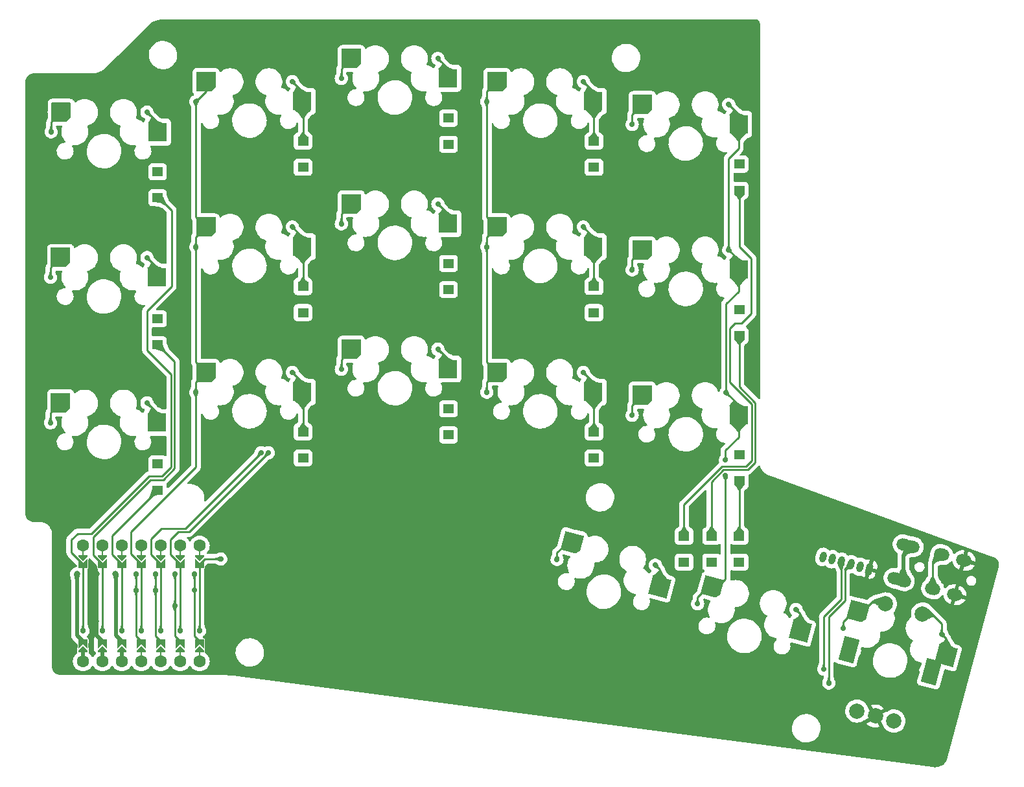
<source format=gtl>
G04 #@! TF.GenerationSoftware,KiCad,Pcbnew,7.0.5*
G04 #@! TF.CreationDate,2023-09-06T16:02:53+08:00*
G04 #@! TF.ProjectId,thrfv,74687266-762e-46b6-9963-61645f706362,rev?*
G04 #@! TF.SameCoordinates,Original*
G04 #@! TF.FileFunction,Copper,L1,Top*
G04 #@! TF.FilePolarity,Positive*
%FSLAX46Y46*%
G04 Gerber Fmt 4.6, Leading zero omitted, Abs format (unit mm)*
G04 Created by KiCad (PCBNEW 7.0.5) date 2023-09-06 16:02:53*
%MOMM*%
%LPD*%
G01*
G04 APERTURE LIST*
G04 Aperture macros list*
%AMRoundRect*
0 Rectangle with rounded corners*
0 $1 Rounding radius*
0 $2 $3 $4 $5 $6 $7 $8 $9 X,Y pos of 4 corners*
0 Add a 4 corners polygon primitive as box body*
4,1,4,$2,$3,$4,$5,$6,$7,$8,$9,$2,$3,0*
0 Add four circle primitives for the rounded corners*
1,1,$1+$1,$2,$3*
1,1,$1+$1,$4,$5*
1,1,$1+$1,$6,$7*
1,1,$1+$1,$8,$9*
0 Add four rect primitives between the rounded corners*
20,1,$1+$1,$2,$3,$4,$5,0*
20,1,$1+$1,$4,$5,$6,$7,0*
20,1,$1+$1,$6,$7,$8,$9,0*
20,1,$1+$1,$8,$9,$2,$3,0*%
%AMHorizOval*
0 Thick line with rounded ends*
0 $1 width*
0 $2 $3 position (X,Y) of the first rounded end (center of the circle)*
0 $4 $5 position (X,Y) of the second rounded end (center of the circle)*
0 Add line between two ends*
20,1,$1,$2,$3,$4,$5,0*
0 Add two circle primitives to create the rounded ends*
1,1,$1,$2,$3*
1,1,$1,$4,$5*%
%AMRotRect*
0 Rectangle, with rotation*
0 The origin of the aperture is its center*
0 $1 length*
0 $2 width*
0 $3 Rotation angle, in degrees counterclockwise*
0 Add horizontal line*
21,1,$1,$2,0,0,$3*%
%AMFreePoly0*
4,1,19,1.226568,1.240810,1.242719,1.230019,1.253510,1.213868,1.257300,1.194816,1.257300,-0.746760,0.759460,-1.244600,0.000000,-1.244600,-1.207516,-1.244600,-1.226568,-1.240810,-1.242719,-1.230019,-1.253510,-1.213868,-1.257300,-1.194816,-1.257300,1.194816,-1.253510,1.213868,-1.242719,1.230019,-1.226568,1.240810,-1.207516,1.244600,1.207516,1.244600,1.226568,1.240810,1.226568,1.240810,
$1*%
%AMFreePoly1*
4,1,19,1.208016,1.234829,1.224089,1.224089,1.234829,1.208016,1.238600,1.189056,1.238600,-1.189056,1.234829,-1.208016,1.224089,-1.224089,1.208016,-1.234829,1.189056,-1.238600,0.000000,-1.238600,-1.189056,-1.238600,-1.208016,-1.234829,-1.224089,-1.224089,-1.234829,-1.208016,-1.238600,-1.189056,-1.238600,0.743160,-0.743160,1.238600,1.189056,1.238600,1.208016,1.234829,1.208016,1.234829,
$1*%
%AMFreePoly2*
4,1,5,0.125000,-0.500000,-0.125000,-0.500000,-0.125000,0.500000,0.125000,0.500000,0.125000,-0.500000,0.125000,-0.500000,$1*%
%AMFreePoly3*
4,1,6,0.600000,-0.200000,0.600000,-0.400000,-0.600000,-0.400000,-0.600000,-0.200000,0.000000,0.400000,0.600000,-0.200000,0.600000,-0.200000,$1*%
%AMFreePoly4*
4,1,5,0.254000,-0.500000,-0.254000,-0.500000,-0.254000,0.500000,0.254000,0.500000,0.254000,-0.500000,0.254000,-0.500000,$1*%
%AMFreePoly5*
4,1,6,0.600000,-1.000000,0.000000,-0.400000,-0.600000,-1.000000,-0.600000,0.250000,0.600000,0.250000,0.600000,-1.000000,0.600000,-1.000000,$1*%
G04 Aperture macros list end*
G04 #@! TA.AperFunction,SMDPad,CuDef*
%ADD10FreePoly0,0.000000*%
G04 #@! TD*
G04 #@! TA.AperFunction,SMDPad,CuDef*
%ADD11R,2.489194X2.489194*%
G04 #@! TD*
G04 #@! TA.AperFunction,ComponentPad*
%ADD12C,2.000000*%
G04 #@! TD*
G04 #@! TA.AperFunction,ComponentPad*
%ADD13RotRect,3.200000X2.000000X75.000000*%
G04 #@! TD*
G04 #@! TA.AperFunction,ComponentPad*
%ADD14R,1.400000X1.200000*%
G04 #@! TD*
G04 #@! TA.AperFunction,SMDPad,CuDef*
%ADD15FreePoly0,345.000000*%
G04 #@! TD*
G04 #@! TA.AperFunction,SMDPad,CuDef*
%ADD16RotRect,2.489194X2.489194X345.000000*%
G04 #@! TD*
G04 #@! TA.AperFunction,ComponentPad*
%ADD17HorizOval,1.600000X-0.193185X0.051764X0.193185X-0.051764X0*%
G04 #@! TD*
G04 #@! TA.AperFunction,SMDPad,CuDef*
%ADD18R,2.489200X2.489200*%
G04 #@! TD*
G04 #@! TA.AperFunction,SMDPad,CuDef*
%ADD19FreePoly1,180.000000*%
G04 #@! TD*
G04 #@! TA.AperFunction,ComponentPad*
%ADD20C,1.600000*%
G04 #@! TD*
G04 #@! TA.AperFunction,SMDPad,CuDef*
%ADD21FreePoly2,180.000000*%
G04 #@! TD*
G04 #@! TA.AperFunction,SMDPad,CuDef*
%ADD22FreePoly3,180.000000*%
G04 #@! TD*
G04 #@! TA.AperFunction,SMDPad,CuDef*
%ADD23FreePoly3,0.000000*%
G04 #@! TD*
G04 #@! TA.AperFunction,SMDPad,CuDef*
%ADD24FreePoly2,0.000000*%
G04 #@! TD*
G04 #@! TA.AperFunction,SMDPad,CuDef*
%ADD25FreePoly4,0.000000*%
G04 #@! TD*
G04 #@! TA.AperFunction,SMDPad,CuDef*
%ADD26FreePoly5,180.000000*%
G04 #@! TD*
G04 #@! TA.AperFunction,SMDPad,CuDef*
%ADD27FreePoly5,0.000000*%
G04 #@! TD*
G04 #@! TA.AperFunction,ComponentPad*
%ADD28RoundRect,0.225000X0.340272X0.400580X-0.094394X0.517049X-0.340272X-0.400580X0.094394X-0.517049X0*%
G04 #@! TD*
G04 #@! TA.AperFunction,ComponentPad*
%ADD29HorizOval,0.900000X0.064705X0.241481X-0.064705X-0.241481X0*%
G04 #@! TD*
G04 #@! TA.AperFunction,ViaPad*
%ADD30C,0.700000*%
G04 #@! TD*
G04 #@! TA.AperFunction,ViaPad*
%ADD31C,0.800000*%
G04 #@! TD*
G04 #@! TA.AperFunction,Conductor*
%ADD32C,0.500000*%
G04 #@! TD*
G04 #@! TA.AperFunction,Conductor*
%ADD33C,0.250000*%
G04 #@! TD*
G04 APERTURE END LIST*
D10*
X112704380Y-103302788D03*
D11*
X125290676Y-105893591D03*
D10*
X112704380Y-84303188D03*
D11*
X125290676Y-86893991D03*
D12*
X197726209Y-147597096D03*
X202555838Y-148891191D03*
X200141023Y-148244144D03*
D13*
X207491351Y-142449087D03*
X196672981Y-139550313D03*
D12*
X206308714Y-134885267D03*
X201479085Y-133591172D03*
D14*
X163380880Y-92108388D03*
X163380880Y-95508388D03*
X182380578Y-117508788D03*
X182380578Y-114108788D03*
X144380680Y-73498228D03*
X144380680Y-70098228D03*
X182380578Y-98508788D03*
X182380578Y-95108788D03*
D15*
X160517225Y-125588205D03*
D16*
X172004105Y-131348302D03*
D10*
X93704180Y-88302588D03*
D11*
X106290476Y-90893391D03*
D14*
X182352152Y-128119794D03*
X182352152Y-124719794D03*
D15*
X178879200Y-131383139D03*
D16*
X190366080Y-137143236D03*
D10*
X131703780Y-100292988D03*
D11*
X144290076Y-102883791D03*
D14*
X125381280Y-92108588D03*
X125381280Y-95508588D03*
D10*
X150703980Y-65303028D03*
D11*
X163290276Y-67893831D03*
D10*
X112704380Y-65303588D03*
D11*
X125290676Y-67894391D03*
D14*
X175152152Y-128119794D03*
X175152152Y-124719794D03*
X163380880Y-73108428D03*
X163380880Y-76508428D03*
D10*
X169703678Y-68303588D03*
D11*
X182289974Y-70894391D03*
D14*
X144380680Y-111498388D03*
X144380680Y-108098388D03*
X125381280Y-111108188D03*
X125381280Y-114508188D03*
X144380680Y-92498188D03*
X144380680Y-89098188D03*
X106381080Y-99707988D03*
X106381080Y-96307988D03*
D10*
X150703980Y-103303388D03*
D11*
X163290276Y-105894191D03*
D17*
X204960438Y-126094256D03*
X203781425Y-130571669D03*
X208824142Y-127129532D03*
X207645128Y-131606945D03*
X211721919Y-127905989D03*
X210542906Y-132383402D03*
X203909474Y-125843709D03*
X202707352Y-130252814D03*
D14*
X106381080Y-80507588D03*
X106381080Y-77107588D03*
X178752152Y-128119794D03*
X178752152Y-124719794D03*
D15*
X197920076Y-134598972D03*
D16*
X209406956Y-140359069D03*
D10*
X169703678Y-106303388D03*
D11*
X182289974Y-108894191D03*
D10*
X150703980Y-84302988D03*
D11*
X163290276Y-86893791D03*
D14*
X163380880Y-111108788D03*
X163380880Y-114508788D03*
X182380578Y-79508988D03*
X182380578Y-76108988D03*
X106381080Y-118708388D03*
X106381080Y-115308388D03*
D10*
X169703678Y-87303388D03*
D11*
X182289974Y-89894191D03*
D10*
X131703780Y-62292828D03*
D11*
X144290076Y-64883631D03*
D10*
X131703780Y-81292788D03*
D11*
X144290076Y-83883591D03*
D14*
X125381280Y-73108988D03*
X125381280Y-76508988D03*
D10*
X93704180Y-107302988D03*
D11*
X106290476Y-109893791D03*
D18*
X106378780Y-71918388D03*
D19*
X93770480Y-69308188D03*
D20*
X111869952Y-125980594D03*
X109329952Y-125980594D03*
X106789952Y-125980594D03*
X104249952Y-125980594D03*
X101709952Y-125980594D03*
X99169952Y-125980594D03*
X96629952Y-125980594D03*
D21*
X111869952Y-127087794D03*
X109329952Y-127087794D03*
X106789952Y-127087794D03*
X104249952Y-127087794D03*
X101709952Y-127087794D03*
X99169952Y-127087794D03*
X96629952Y-127087794D03*
D22*
X111869952Y-127595794D03*
X109329952Y-127595794D03*
X106789952Y-127595794D03*
X104249952Y-127595794D03*
X101709952Y-127595794D03*
X99169952Y-127595794D03*
X96629952Y-127595794D03*
D23*
X111869952Y-139482994D03*
X109329952Y-139482994D03*
X106789952Y-139482994D03*
X104249952Y-139482994D03*
X101709952Y-139482994D03*
X99169952Y-139482994D03*
X96629952Y-139482994D03*
D24*
X111869952Y-139990994D03*
X109329952Y-139990994D03*
X106789952Y-139990994D03*
X104249952Y-139990994D03*
D25*
X101709952Y-139990994D03*
X99169952Y-139990994D03*
X96629952Y-139990994D03*
D20*
X111869952Y-141083194D03*
X109329952Y-141083194D03*
X106789952Y-141083194D03*
X104249952Y-141083194D03*
X101709952Y-141083194D03*
X99169952Y-141083194D03*
X96629952Y-141083194D03*
D26*
X96629952Y-128611794D03*
X99169952Y-128611794D03*
X101709952Y-128611794D03*
X104249952Y-128611794D03*
X106789952Y-128611794D03*
X109329952Y-128611794D03*
X111869952Y-128611794D03*
D27*
X111869952Y-138466994D03*
X109329952Y-138466994D03*
X106789952Y-138466994D03*
X104249952Y-138466994D03*
X101709952Y-138466994D03*
X99169952Y-138466994D03*
X96629952Y-138466994D03*
D28*
X199336588Y-129051613D03*
D29*
X198129181Y-128728089D03*
X196921773Y-128404565D03*
X195714366Y-128081042D03*
X194506959Y-127757518D03*
X193299552Y-127433994D03*
D30*
X96629952Y-137085994D03*
X99169952Y-137085994D03*
X101709952Y-137085994D03*
X92471684Y-71892991D03*
X130382980Y-64909028D03*
X168382878Y-70919788D03*
D31*
X98357152Y-135815994D03*
X98445452Y-129669194D03*
D30*
X104991680Y-107308988D03*
X111383580Y-105918988D03*
X104991680Y-69308188D03*
X111383580Y-67919788D03*
X104991680Y-88308588D03*
X111383580Y-86919388D03*
X104249952Y-137085994D03*
X142991280Y-81298788D03*
X119893552Y-113833688D03*
X149383180Y-86919188D03*
X149383180Y-67919228D03*
X106789952Y-137085994D03*
X142991280Y-100298988D03*
X149383180Y-105919588D03*
X142991280Y-62298828D03*
X180657552Y-105975762D03*
X180574152Y-116834288D03*
X158564308Y-127773412D03*
X109329952Y-137085994D03*
X180991178Y-68309588D03*
X176926283Y-133568346D03*
X180991178Y-87309388D03*
X120847016Y-113834113D03*
X195967159Y-136784179D03*
X180574152Y-114783288D03*
X111869952Y-137085994D03*
X114630620Y-127708262D03*
X123991880Y-65309588D03*
X161991480Y-65309028D03*
X171418560Y-128515421D03*
X106115452Y-131802794D03*
X106115452Y-129669194D03*
X208821411Y-137526188D03*
X111195452Y-131802794D03*
X111195452Y-129669194D03*
D31*
X95867952Y-129669194D03*
X100897152Y-129669194D03*
D30*
X123991880Y-103308788D03*
X130382980Y-102909188D03*
X168382878Y-108919588D03*
X92383380Y-109919188D03*
X161991480Y-103309388D03*
X92383380Y-90918788D03*
X123991880Y-84309188D03*
X130382980Y-83908988D03*
X161991480Y-84308988D03*
X168382878Y-89919588D03*
X189780535Y-134310355D03*
X194061552Y-143932439D03*
X108618752Y-133834794D03*
X108618752Y-129669194D03*
X103575452Y-131802794D03*
X103575452Y-129669194D03*
X193405216Y-142115194D03*
D32*
X98369952Y-129744694D02*
X98445452Y-129669194D01*
X98369952Y-137666994D02*
X98369952Y-129744694D01*
X99169952Y-138466994D02*
X98369952Y-137666994D01*
D33*
X175152152Y-120587794D02*
X175152152Y-124719794D01*
X182380578Y-86898620D02*
X183952352Y-88470394D01*
X108209552Y-92111994D02*
X105009152Y-95312394D01*
X183952352Y-95633194D02*
X182682352Y-96903194D01*
X106381080Y-80307588D02*
X108209552Y-82136060D01*
X182380578Y-79308988D02*
X182380578Y-86898620D01*
X181767952Y-96903194D02*
X181107552Y-97563594D01*
X105252356Y-116902394D02*
X97768756Y-124385994D01*
X180135152Y-115604794D02*
X175152152Y-120587794D01*
X106928756Y-116902394D02*
X105252356Y-116902394D01*
X105009152Y-95312394D02*
X105009152Y-100443194D01*
X183952352Y-88470394D02*
X183952352Y-95633194D01*
X96629952Y-128611794D02*
X96629952Y-137085994D01*
X181107552Y-97563594D02*
X181107552Y-104572575D01*
X182682352Y-96903194D02*
X181767952Y-96903194D01*
X97768756Y-124385994D02*
X95915952Y-124385994D01*
X95915952Y-124385994D02*
X95103152Y-125198794D01*
X183284752Y-115604794D02*
X180135152Y-115604794D01*
X108158752Y-115672398D02*
X106928756Y-116902394D01*
X105009152Y-100443194D02*
X108158752Y-103592794D01*
X184003152Y-114886394D02*
X183284752Y-115604794D01*
X95103152Y-125198794D02*
X95103152Y-126875194D01*
X95103152Y-126875194D02*
X96629952Y-128401994D01*
X184003152Y-107468175D02*
X184003152Y-114886394D01*
X108158752Y-103592794D02*
X108158752Y-115672398D01*
X108209552Y-82136060D02*
X108209552Y-92111994D01*
X181107552Y-104572575D02*
X184003152Y-107468175D01*
X184453152Y-115072790D02*
X183471148Y-116054794D01*
X97950752Y-124840394D02*
X97950752Y-127179994D01*
X184453152Y-107281779D02*
X184453152Y-115072790D01*
X97950752Y-127179994D02*
X99169952Y-128399194D01*
X99169952Y-128611794D02*
X99169952Y-137085994D01*
X107115152Y-117352394D02*
X105438752Y-117352394D01*
X183471148Y-116054794D02*
X180321548Y-116054794D01*
X105438752Y-117352394D02*
X97950752Y-124840394D01*
X182380578Y-98508788D02*
X182380578Y-105209205D01*
X106381080Y-99707988D02*
X108608752Y-101935660D01*
X108608752Y-115858794D02*
X107115152Y-117352394D01*
X180321548Y-116054794D02*
X178752152Y-117624190D01*
X108608752Y-101935660D02*
X108608752Y-115858794D01*
X178752152Y-117624190D02*
X178752152Y-124719794D01*
X182380578Y-105209205D02*
X184453152Y-107281779D01*
X101709952Y-128399194D02*
X100439952Y-127129194D01*
X101709952Y-128611794D02*
X101709952Y-137085994D01*
X100439952Y-127129194D02*
X100439952Y-124649516D01*
X182380578Y-117508788D02*
X182380578Y-124691368D01*
X100439952Y-124649516D02*
X106381080Y-118708388D01*
X92471684Y-70606984D02*
X92471684Y-71892991D01*
X93770480Y-69308188D02*
X92471684Y-70606984D01*
X130382980Y-63613628D02*
X130382980Y-64909028D01*
X131703780Y-62292828D02*
X130382980Y-63613628D01*
X168382878Y-69624388D02*
X168382878Y-70919788D01*
X169703678Y-68303588D02*
X168382878Y-69624388D01*
X111383580Y-101981988D02*
X112704380Y-103302788D01*
X111383580Y-67919788D02*
X111383580Y-82982388D01*
X106290476Y-71892991D02*
X106290476Y-70606984D01*
X112704380Y-103302788D02*
X111383580Y-104623588D01*
X112704380Y-65303588D02*
X112704380Y-66598988D01*
X106290476Y-70606984D02*
X104991680Y-69308188D01*
X111383580Y-86919388D02*
X111383580Y-101981988D01*
X112704380Y-84303188D02*
X111383580Y-85623988D01*
X104249952Y-128611794D02*
X104249952Y-137085994D01*
X106290476Y-109893791D02*
X106290476Y-108607784D01*
X111383580Y-85623988D02*
X111383580Y-86919388D01*
X102929152Y-127078394D02*
X102929152Y-124179994D01*
X111383580Y-104623588D02*
X111383580Y-105918988D01*
X106290476Y-108607784D02*
X104991680Y-107308988D01*
X112704380Y-66598988D02*
X111383580Y-67919788D01*
X106290476Y-90893391D02*
X106290476Y-89607384D01*
X106290476Y-89607384D02*
X104991680Y-88308588D01*
X111383580Y-115725566D02*
X111383580Y-105918988D01*
X104249952Y-128399194D02*
X102929152Y-127078394D01*
X111383580Y-82982388D02*
X112704380Y-84303188D01*
X102929152Y-124179994D02*
X111383580Y-115725566D01*
X150703980Y-103303388D02*
X149383180Y-104624188D01*
X149383180Y-86919188D02*
X149383180Y-101982588D01*
X149383180Y-82982188D02*
X150703980Y-84302988D01*
X149383180Y-66623828D02*
X149383180Y-67919228D01*
X149383180Y-85623788D02*
X149383180Y-86919188D01*
X105517152Y-125097194D02*
X105517152Y-127126394D01*
X144290076Y-101597784D02*
X142991280Y-100298988D01*
X144290076Y-102883791D02*
X144290076Y-101597784D01*
X119893552Y-113833688D02*
X109994446Y-123732794D01*
X144290076Y-63597624D02*
X142991280Y-62298828D01*
X144290076Y-64883631D02*
X144290076Y-63597624D01*
X106881552Y-123732794D02*
X105517152Y-125097194D01*
X149383180Y-101982588D02*
X150703980Y-103303388D01*
X109994446Y-123732794D02*
X106881552Y-123732794D01*
X149383180Y-67919228D02*
X149383180Y-82982188D01*
X144290076Y-83883591D02*
X144290076Y-82597584D01*
X150703980Y-84302988D02*
X149383180Y-85623788D01*
X150703980Y-65303028D02*
X149383180Y-66623828D01*
X149383180Y-104624188D02*
X149383180Y-105919588D01*
X105517152Y-127126394D02*
X106789952Y-128399194D01*
X106789952Y-128611794D02*
X106789952Y-137085994D01*
X144290076Y-82597584D02*
X142991280Y-81298788D01*
X176926283Y-132732863D02*
X176926283Y-133568346D01*
X182289974Y-70894391D02*
X182289974Y-74054572D01*
X109073152Y-124182794D02*
X108059952Y-125195994D01*
X178276007Y-131383139D02*
X176926283Y-132732863D01*
X182289974Y-92723572D02*
X182289974Y-89894191D01*
X180657552Y-105975762D02*
X180657552Y-94355994D01*
X195967159Y-135942387D02*
X195967159Y-136784179D01*
X182289974Y-74054572D02*
X180991178Y-75353368D01*
X109329952Y-128611794D02*
X109329952Y-137085994D01*
X180574152Y-114783288D02*
X180574152Y-113514794D01*
X180574152Y-130354994D02*
X179546007Y-131383139D01*
X182289974Y-88608184D02*
X180991178Y-87309388D01*
X182289974Y-89894191D02*
X182289974Y-88608184D01*
X159839341Y-125588205D02*
X158564308Y-126863238D01*
X108059952Y-127131994D02*
X109329952Y-128401994D01*
X182289974Y-111798972D02*
X182289974Y-108894191D01*
X182289974Y-70894391D02*
X182289974Y-69608384D01*
X120847016Y-113834113D02*
X110498335Y-124182794D01*
X180574152Y-113514794D02*
X182289974Y-111798972D01*
X110498335Y-124182794D02*
X109073152Y-124182794D01*
X199675552Y-133377594D02*
X201265507Y-133377594D01*
X180657552Y-105975762D02*
X182289974Y-107608184D01*
X180991178Y-75353368D02*
X180991178Y-87309388D01*
X158564308Y-126863238D02*
X158564308Y-127773412D01*
X108059952Y-125195994D02*
X108059952Y-127131994D01*
X197310574Y-134598972D02*
X195967159Y-135942387D01*
X182289974Y-69608384D02*
X180991178Y-68309588D01*
X180574152Y-116834288D02*
X180574152Y-130354994D01*
X180657552Y-94355994D02*
X182289974Y-92723572D01*
X198493368Y-134559778D02*
X199675552Y-133377594D01*
X182289974Y-107608184D02*
X182289974Y-108894191D01*
X207645128Y-128308546D02*
X208824142Y-127129532D01*
X112560884Y-127708262D02*
X111869952Y-128399194D01*
X114630620Y-127708262D02*
X112560884Y-127708262D01*
X111869952Y-128611794D02*
X111869952Y-137085994D01*
X207645128Y-131606945D02*
X207645128Y-128308546D01*
X125381280Y-73108988D02*
X125381280Y-67984995D01*
X125290676Y-67894391D02*
X125290676Y-66608384D01*
X125290676Y-66608384D02*
X123991880Y-65309588D01*
X163380880Y-73108428D02*
X163380880Y-67984435D01*
X163290276Y-66607824D02*
X161991480Y-65309028D01*
X163290276Y-67893831D02*
X163290276Y-66607824D01*
X172004105Y-129100966D02*
X171418560Y-128515421D01*
X172004105Y-131348302D02*
X172004105Y-129100966D01*
X106115452Y-131802794D02*
X106115452Y-137792494D01*
X106115452Y-131802794D02*
X106115452Y-129669194D01*
X106115452Y-137792494D02*
X106789952Y-138466994D01*
X209406956Y-140359069D02*
X209406956Y-138111733D01*
X207532625Y-134885267D02*
X206308714Y-134885267D01*
X208821411Y-137526188D02*
X208821411Y-136174053D01*
X208821411Y-136174053D02*
X207532625Y-134885267D01*
X209406956Y-138111733D02*
X208821411Y-137526188D01*
X111869952Y-138466994D02*
X111195452Y-137792494D01*
X111195452Y-137792494D02*
X111195452Y-129669194D01*
D32*
X96629952Y-138466994D02*
X95829952Y-137666994D01*
X203781425Y-127273269D02*
X204960438Y-126094256D01*
X95829952Y-137666994D02*
X95829952Y-129707194D01*
X95829952Y-129707194D02*
X95867952Y-129669194D01*
X203781425Y-130571669D02*
X203781425Y-127273269D01*
X101709952Y-138466994D02*
X100909952Y-137666994D01*
X100909952Y-137666994D02*
X100909952Y-129681994D01*
X100909952Y-129681994D02*
X100897152Y-129669194D01*
D33*
X125290676Y-104607584D02*
X123991880Y-103308788D01*
X125290676Y-105893591D02*
X125290676Y-104607584D01*
X125381280Y-111108188D02*
X125381280Y-105984195D01*
X131703780Y-100292988D02*
X130382980Y-101613788D01*
X130382980Y-101613788D02*
X130382980Y-102909188D01*
X169703678Y-106303388D02*
X168382878Y-107624188D01*
X168382878Y-107624188D02*
X168382878Y-108919588D01*
X93704180Y-107302988D02*
X92383380Y-108623788D01*
X92383380Y-108623788D02*
X92383380Y-109919188D01*
X163290276Y-105894191D02*
X163290276Y-104608184D01*
X163380880Y-111108788D02*
X163380880Y-105984795D01*
X163290276Y-104608184D02*
X161991480Y-103309388D01*
X92383380Y-89623388D02*
X92383380Y-90918788D01*
X93704180Y-88302588D02*
X92383380Y-89623388D01*
X125290676Y-86893991D02*
X125290676Y-85607984D01*
X125381280Y-92108588D02*
X125381280Y-86984595D01*
X125290676Y-85607984D02*
X123991880Y-84309188D01*
X130382980Y-82613588D02*
X130382980Y-83908988D01*
X131703780Y-81292788D02*
X130382980Y-82613588D01*
X163290276Y-86893791D02*
X163290276Y-85607784D01*
X163290276Y-85607784D02*
X161991480Y-84308988D01*
X163380880Y-92108388D02*
X163380880Y-86984395D01*
X168382878Y-88624188D02*
X168382878Y-89919588D01*
X169703678Y-87303388D02*
X168382878Y-88624188D01*
X189780535Y-134310355D02*
X190366080Y-134895900D01*
X190366080Y-134895900D02*
X190366080Y-137143236D01*
X194061552Y-143932439D02*
X194079716Y-143914275D01*
X108654952Y-133870994D02*
X108654952Y-137791994D01*
X196164366Y-133154380D02*
X196164366Y-129161972D01*
X108618752Y-133834794D02*
X108618752Y-129669194D01*
X196164366Y-129161972D02*
X196921773Y-128404565D01*
X108654952Y-137791994D02*
X109329952Y-138466994D01*
X108618752Y-133834794D02*
X108654952Y-133870994D01*
X194079716Y-143914275D02*
X194079716Y-135239030D01*
X194079716Y-135239030D02*
X196164366Y-133154380D01*
X103575452Y-131802794D02*
X103575452Y-137792494D01*
X195714366Y-132967984D02*
X195714366Y-128081042D01*
X103575452Y-131802794D02*
X103575452Y-129669194D01*
X103575452Y-137792494D02*
X104249952Y-138466994D01*
X193405216Y-135277134D02*
X195714366Y-132967984D01*
X193405216Y-142115194D02*
X193405216Y-135277134D01*
G04 #@! TA.AperFunction,Conductor*
G36*
X175278642Y-123523221D02*
G01*
X175280522Y-123525680D01*
X175372151Y-123685709D01*
X175467151Y-123828667D01*
X175467158Y-123828677D01*
X175525210Y-123902004D01*
X175562152Y-123948667D01*
X175657152Y-124045709D01*
X175657155Y-124045711D01*
X175657156Y-124045712D01*
X175741723Y-124111661D01*
X175746140Y-124119451D01*
X175743754Y-124128082D01*
X175742808Y-124129153D01*
X175160432Y-124712500D01*
X175152162Y-124715934D01*
X175143886Y-124712514D01*
X175143872Y-124712500D01*
X174561495Y-124129153D01*
X174558075Y-124120877D01*
X174561509Y-124112607D01*
X174562573Y-124111667D01*
X174647151Y-124045709D01*
X174742151Y-123948667D01*
X174837152Y-123828667D01*
X174932152Y-123685709D01*
X175023781Y-123525680D01*
X175030866Y-123520204D01*
X175033935Y-123519794D01*
X175270369Y-123519794D01*
X175278642Y-123523221D01*
G37*
G04 #@! TD.AperFunction*
G04 #@! TA.AperFunction,Conductor*
G36*
X207024072Y-134186451D02*
G01*
X207302934Y-134466679D01*
X207302962Y-134466746D01*
X207302982Y-134466727D01*
X207505605Y-134672705D01*
X207680005Y-134851109D01*
X207712911Y-134884560D01*
X207882629Y-135057087D01*
X208161558Y-135337383D01*
X208164965Y-135345664D01*
X208161538Y-135353908D01*
X207999873Y-135515573D01*
X207991600Y-135519000D01*
X207985003Y-135516963D01*
X207735801Y-135346818D01*
X207508590Y-135346339D01*
X207279829Y-135462338D01*
X207141809Y-135553949D01*
X207133021Y-135555669D01*
X207126763Y-135552159D01*
X207044399Y-135463392D01*
X207043077Y-135462338D01*
X206839277Y-135299812D01*
X206839276Y-135299811D01*
X206713311Y-135227085D01*
X206612061Y-135168629D01*
X206612058Y-135168628D01*
X206612055Y-135168626D01*
X206394223Y-135083134D01*
X206387773Y-135076922D01*
X206387728Y-135076815D01*
X206311004Y-134891790D01*
X206311002Y-134882837D01*
X206313545Y-134879032D01*
X207007529Y-134186434D01*
X207015804Y-134183017D01*
X207024072Y-134186451D01*
G37*
G04 #@! TD.AperFunction*
G04 #@! TA.AperFunction,Conductor*
G36*
X111199930Y-129670062D02*
G01*
X111507488Y-129798408D01*
X111513803Y-129804757D01*
X111513780Y-129813712D01*
X111513554Y-129814218D01*
X111454202Y-129939410D01*
X111454000Y-129939798D01*
X111399414Y-130035696D01*
X111399407Y-130035709D01*
X111357220Y-130120178D01*
X111330063Y-130221760D01*
X111330062Y-130221764D01*
X111321165Y-130358255D01*
X111317207Y-130366288D01*
X111309490Y-130369194D01*
X111081414Y-130369194D01*
X111073141Y-130365767D01*
X111069739Y-130358255D01*
X111060840Y-130221764D01*
X111060840Y-130221759D01*
X111033683Y-130120179D01*
X110991495Y-130035710D01*
X110936902Y-129939798D01*
X110936700Y-129939410D01*
X110877349Y-129814218D01*
X110876901Y-129805274D01*
X110882909Y-129798634D01*
X110883391Y-129798418D01*
X111190946Y-129670073D01*
X111199901Y-129670051D01*
X111199930Y-129670062D01*
G37*
G04 #@! TD.AperFunction*
G04 #@! TA.AperFunction,Conductor*
G36*
X163297832Y-67902215D02*
G01*
X163299676Y-67903971D01*
X164333245Y-69128828D01*
X164335961Y-69137360D01*
X164331848Y-69145315D01*
X164331195Y-69145827D01*
X164174255Y-69260239D01*
X164007156Y-69421154D01*
X164007149Y-69421161D01*
X163840072Y-69621143D01*
X163840058Y-69621162D01*
X163672973Y-69860241D01*
X163509289Y-70132752D01*
X163502091Y-70138080D01*
X163499259Y-70138428D01*
X163262223Y-70138428D01*
X163253950Y-70135001D01*
X163252419Y-70133113D01*
X163072654Y-69857065D01*
X163072647Y-69857054D01*
X162981031Y-69736710D01*
X162889419Y-69616372D01*
X162889417Y-69616370D01*
X162889415Y-69616367D01*
X162706183Y-69416367D01*
X162706181Y-69416365D01*
X162706179Y-69416363D01*
X162596137Y-69320686D01*
X162522951Y-69257054D01*
X162522949Y-69257052D01*
X162522946Y-69257050D01*
X162522947Y-69257050D01*
X162384316Y-69167300D01*
X162350329Y-69145297D01*
X162345247Y-69137926D01*
X162346867Y-69129119D01*
X162347378Y-69128391D01*
X163281434Y-67904417D01*
X163289176Y-67899920D01*
X163297832Y-67902215D01*
G37*
G04 #@! TD.AperFunction*
G04 #@! TA.AperFunction,Conductor*
G36*
X130505291Y-64212455D02*
G01*
X130508693Y-64219967D01*
X130517590Y-64356456D01*
X130517590Y-64356459D01*
X130517591Y-64356462D01*
X130544747Y-64458041D01*
X130544748Y-64458042D01*
X130586935Y-64542511D01*
X130586942Y-64542524D01*
X130641528Y-64638422D01*
X130641730Y-64638810D01*
X130701082Y-64764003D01*
X130701530Y-64772947D01*
X130695522Y-64779587D01*
X130695016Y-64779813D01*
X130387485Y-64908147D01*
X130378530Y-64908170D01*
X130378473Y-64908147D01*
X130070943Y-64779813D01*
X130064628Y-64773464D01*
X130064651Y-64764509D01*
X130064867Y-64764023D01*
X130124229Y-64638807D01*
X130124430Y-64638422D01*
X130179023Y-64542511D01*
X130221211Y-64458042D01*
X130248368Y-64356462D01*
X130257266Y-64219967D01*
X130261225Y-64211934D01*
X130268942Y-64209028D01*
X130497018Y-64209028D01*
X130505291Y-64212455D01*
G37*
G04 #@! TD.AperFunction*
G04 #@! TA.AperFunction,Conductor*
G36*
X95870123Y-129669099D02*
G01*
X96196198Y-129805045D01*
X96226612Y-129817726D01*
X96232930Y-129824073D01*
X96232909Y-129833027D01*
X96232870Y-129833119D01*
X96172743Y-129973938D01*
X96127611Y-130083914D01*
X96099125Y-130181938D01*
X96099122Y-130181950D01*
X96084241Y-130297906D01*
X96080250Y-130450241D01*
X96076608Y-130458422D01*
X96068554Y-130461635D01*
X95590983Y-130461635D01*
X95582710Y-130458208D01*
X95579303Y-130450623D01*
X95568304Y-130263975D01*
X95540528Y-130125073D01*
X95507426Y-130005937D01*
X95507338Y-130005565D01*
X95479680Y-129867252D01*
X95479576Y-129866448D01*
X95477612Y-129833119D01*
X95468680Y-129681550D01*
X95471614Y-129673091D01*
X95479672Y-129669183D01*
X95480329Y-129669163D01*
X95865600Y-129668199D01*
X95870123Y-129669099D01*
G37*
G04 #@! TD.AperFunction*
G04 #@! TA.AperFunction,Conductor*
G36*
X143312246Y-100169736D02*
G01*
X143318561Y-100176085D01*
X143318760Y-100176602D01*
X143365316Y-100307096D01*
X143365448Y-100307514D01*
X143394662Y-100413928D01*
X143424560Y-100503492D01*
X143477186Y-100594526D01*
X143567411Y-100697335D01*
X143570292Y-100705813D01*
X143566890Y-100713325D01*
X143405617Y-100874598D01*
X143397344Y-100878025D01*
X143389627Y-100875119D01*
X143286818Y-100784894D01*
X143195784Y-100732268D01*
X143195785Y-100732268D01*
X143136294Y-100712409D01*
X143106227Y-100702372D01*
X143106220Y-100702370D01*
X142999806Y-100673156D01*
X142999388Y-100673024D01*
X142868894Y-100626468D01*
X142862254Y-100620460D01*
X142861806Y-100611516D01*
X142861989Y-100611039D01*
X142988717Y-100302794D01*
X142995028Y-100296449D01*
X143303293Y-100169713D01*
X143312246Y-100169736D01*
G37*
G04 #@! TD.AperFunction*
G04 #@! TA.AperFunction,Conductor*
G36*
X108623230Y-133835662D02*
G01*
X108930502Y-133963889D01*
X108931039Y-133964113D01*
X108937354Y-133970462D01*
X108937331Y-133979417D01*
X108937215Y-133979685D01*
X108882519Y-134102076D01*
X108882459Y-134102205D01*
X108836931Y-134197775D01*
X108804965Y-134282592D01*
X108804962Y-134282604D01*
X108786128Y-134383537D01*
X108786125Y-134383558D01*
X108780432Y-134516394D01*
X108776654Y-134524513D01*
X108768743Y-134527593D01*
X108540648Y-134527593D01*
X108532375Y-134524166D01*
X108528995Y-134516940D01*
X108516690Y-134379980D01*
X108516690Y-134379979D01*
X108480786Y-134280592D01*
X108480783Y-134280588D01*
X108480783Y-134280586D01*
X108428077Y-134199154D01*
X108428037Y-134199094D01*
X108364533Y-134105585D01*
X108364152Y-134104938D01*
X108301061Y-133979960D01*
X108300392Y-133971030D01*
X108306233Y-133964242D01*
X108306982Y-133963897D01*
X108614246Y-133835673D01*
X108623201Y-133835651D01*
X108623230Y-133835662D01*
G37*
G04 #@! TD.AperFunction*
G04 #@! TA.AperFunction,Conductor*
G36*
X193527527Y-141418621D02*
G01*
X193530929Y-141426133D01*
X193539826Y-141562622D01*
X193539826Y-141562625D01*
X193539827Y-141562628D01*
X193566984Y-141664207D01*
X193566984Y-141664208D01*
X193609171Y-141748677D01*
X193609178Y-141748690D01*
X193663764Y-141844588D01*
X193663966Y-141844976D01*
X193723318Y-141970169D01*
X193723766Y-141979113D01*
X193717758Y-141985753D01*
X193717252Y-141985979D01*
X193409722Y-142114313D01*
X193400767Y-142114336D01*
X193400710Y-142114313D01*
X193093179Y-141985979D01*
X193086864Y-141979630D01*
X193086887Y-141970675D01*
X193087103Y-141970189D01*
X193146465Y-141844973D01*
X193146666Y-141844588D01*
X193201259Y-141748677D01*
X193243447Y-141664208D01*
X193270604Y-141562628D01*
X193279502Y-141426133D01*
X193283461Y-141418100D01*
X193291178Y-141415194D01*
X193519254Y-141415194D01*
X193527527Y-141418621D01*
G37*
G04 #@! TD.AperFunction*
G04 #@! TA.AperFunction,Conductor*
G36*
X96752263Y-136389421D02*
G01*
X96755665Y-136396933D01*
X96764562Y-136533422D01*
X96764562Y-136533425D01*
X96764563Y-136533428D01*
X96791720Y-136635008D01*
X96833907Y-136719477D01*
X96833914Y-136719490D01*
X96888500Y-136815388D01*
X96888702Y-136815776D01*
X96948054Y-136940969D01*
X96948502Y-136949913D01*
X96942494Y-136956553D01*
X96941988Y-136956779D01*
X96634457Y-137085113D01*
X96625502Y-137085136D01*
X96625445Y-137085113D01*
X96317915Y-136956779D01*
X96311600Y-136950430D01*
X96311623Y-136941475D01*
X96311839Y-136940989D01*
X96371201Y-136815773D01*
X96371402Y-136815388D01*
X96425995Y-136719477D01*
X96468183Y-136635008D01*
X96495340Y-136533428D01*
X96504238Y-136396933D01*
X96508197Y-136388900D01*
X96515914Y-136385994D01*
X96743990Y-136385994D01*
X96752263Y-136389421D01*
G37*
G04 #@! TD.AperFunction*
G04 #@! TA.AperFunction,Conductor*
G36*
X207770668Y-129984959D02*
G01*
X207773159Y-129988646D01*
X207905137Y-130298374D01*
X208040127Y-130574673D01*
X208175127Y-130810495D01*
X208310121Y-131005807D01*
X208310137Y-131005829D01*
X208435653Y-131149773D01*
X208438508Y-131158260D01*
X208434524Y-131166280D01*
X208432545Y-131167674D01*
X207651559Y-131604349D01*
X207642665Y-131605396D01*
X207639106Y-131603698D01*
X206856402Y-131051683D01*
X206851616Y-131044115D01*
X206853584Y-131035379D01*
X206854809Y-131033912D01*
X206980128Y-130906803D01*
X207115128Y-130732119D01*
X207250128Y-130519679D01*
X207385128Y-130269483D01*
X207516971Y-129988264D01*
X207523586Y-129982229D01*
X207527565Y-129981532D01*
X207762395Y-129981532D01*
X207770668Y-129984959D01*
G37*
G04 #@! TD.AperFunction*
G04 #@! TA.AperFunction,Conductor*
G36*
X143708817Y-81839738D02*
G01*
X143708867Y-81839789D01*
X143872285Y-82006971D01*
X143944230Y-82080573D01*
X143944253Y-82080595D01*
X144187833Y-82285945D01*
X144187837Y-82285948D01*
X144256896Y-82331739D01*
X144431438Y-82447473D01*
X144431443Y-82447476D01*
X144568192Y-82513538D01*
X144675035Y-82565154D01*
X144905317Y-82634957D01*
X144912239Y-82640635D01*
X144913119Y-82649547D01*
X144912369Y-82651420D01*
X144298065Y-83869854D01*
X144291281Y-83875699D01*
X144282351Y-83875034D01*
X144279345Y-83872860D01*
X143054598Y-82648113D01*
X143051171Y-82639840D01*
X143054598Y-82631567D01*
X143055430Y-82630811D01*
X143141155Y-82560327D01*
X143236832Y-82457909D01*
X143332509Y-82331739D01*
X143428186Y-82181819D01*
X143523065Y-82009594D01*
X143525034Y-82006975D01*
X143692272Y-81839737D01*
X143700544Y-81836311D01*
X143708817Y-81839738D01*
G37*
G04 #@! TD.AperFunction*
G04 #@! TA.AperFunction,Conductor*
G36*
X162312446Y-65179776D02*
G01*
X162318761Y-65186125D01*
X162318960Y-65186642D01*
X162365516Y-65317136D01*
X162365648Y-65317554D01*
X162394862Y-65423968D01*
X162424760Y-65513532D01*
X162477386Y-65604566D01*
X162567611Y-65707375D01*
X162570492Y-65715853D01*
X162567090Y-65723365D01*
X162405817Y-65884638D01*
X162397544Y-65888065D01*
X162389827Y-65885159D01*
X162287018Y-65794934D01*
X162195984Y-65742308D01*
X162195985Y-65742308D01*
X162136494Y-65722449D01*
X162106427Y-65712412D01*
X162106420Y-65712410D01*
X162000006Y-65683196D01*
X161999588Y-65683064D01*
X161869094Y-65636508D01*
X161862454Y-65630500D01*
X161862006Y-65621556D01*
X161862189Y-65621079D01*
X161988917Y-65312834D01*
X161995228Y-65306489D01*
X162303493Y-65179753D01*
X162312446Y-65179776D01*
G37*
G04 #@! TD.AperFunction*
G04 #@! TA.AperFunction,Conductor*
G36*
X196089470Y-136087606D02*
G01*
X196092872Y-136095118D01*
X196101769Y-136231607D01*
X196101769Y-136231610D01*
X196101770Y-136231613D01*
X196128926Y-136333192D01*
X196128927Y-136333193D01*
X196171114Y-136417662D01*
X196171121Y-136417675D01*
X196225707Y-136513573D01*
X196225909Y-136513961D01*
X196285261Y-136639154D01*
X196285709Y-136648098D01*
X196279701Y-136654738D01*
X196279195Y-136654964D01*
X195971665Y-136783298D01*
X195962710Y-136783321D01*
X195962653Y-136783298D01*
X195655122Y-136654964D01*
X195648807Y-136648615D01*
X195648830Y-136639660D01*
X195649046Y-136639174D01*
X195708408Y-136513958D01*
X195708609Y-136513573D01*
X195763202Y-136417662D01*
X195805390Y-136333193D01*
X195832547Y-136231613D01*
X195841445Y-136095118D01*
X195845404Y-136087085D01*
X195853121Y-136084179D01*
X196081197Y-136084179D01*
X196089470Y-136087606D01*
G37*
G04 #@! TD.AperFunction*
G04 #@! TA.AperFunction,Conductor*
G36*
X111797917Y-67344177D02*
G01*
X111959190Y-67505450D01*
X111962617Y-67513723D01*
X111959711Y-67521440D01*
X111869486Y-67624247D01*
X111816860Y-67715281D01*
X111786962Y-67804845D01*
X111757747Y-67911263D01*
X111757615Y-67911680D01*
X111711060Y-68042172D01*
X111705052Y-68048813D01*
X111696109Y-68049261D01*
X111695591Y-68049062D01*
X111694985Y-68048813D01*
X111631892Y-68022873D01*
X111387388Y-67922351D01*
X111381040Y-67916037D01*
X111254305Y-67607774D01*
X111254328Y-67598821D01*
X111260677Y-67592506D01*
X111261157Y-67592320D01*
X111391691Y-67545747D01*
X111392093Y-67545621D01*
X111498527Y-67516402D01*
X111588086Y-67486505D01*
X111679117Y-67433880D01*
X111781927Y-67343655D01*
X111790405Y-67340775D01*
X111797917Y-67344177D01*
G37*
G04 #@! TD.AperFunction*
G04 #@! TA.AperFunction,Conductor*
G36*
X106375742Y-118706405D02*
G01*
X106383129Y-118711466D01*
X106384142Y-118713391D01*
X106624142Y-119295140D01*
X106624129Y-119304095D01*
X106617788Y-119310418D01*
X106615534Y-119311092D01*
X106425608Y-119347598D01*
X106392727Y-119353918D01*
X106392723Y-119353919D01*
X106392712Y-119353922D01*
X106155848Y-119427947D01*
X106155845Y-119427948D01*
X105918975Y-119530474D01*
X105918961Y-119530481D01*
X105682092Y-119661504D01*
X105682083Y-119661510D01*
X105453199Y-119815656D01*
X105444422Y-119817435D01*
X105438390Y-119814225D01*
X105274472Y-119650307D01*
X105271045Y-119642034D01*
X105272347Y-119636670D01*
X105350958Y-119484382D01*
X105433488Y-119296001D01*
X105516019Y-119079121D01*
X105598549Y-118833740D01*
X105598555Y-118833717D01*
X105598562Y-118833699D01*
X105677979Y-118570150D01*
X105683647Y-118563218D01*
X105691594Y-118562078D01*
X106375742Y-118706405D01*
G37*
G04 #@! TD.AperFunction*
G04 #@! TA.AperFunction,Conductor*
G36*
X143708817Y-62839778D02*
G01*
X143708867Y-62839829D01*
X143872285Y-63007011D01*
X143944230Y-63080613D01*
X143944253Y-63080635D01*
X144187833Y-63285985D01*
X144187837Y-63285988D01*
X144256896Y-63331779D01*
X144431438Y-63447513D01*
X144431443Y-63447516D01*
X144568192Y-63513578D01*
X144675035Y-63565194D01*
X144905317Y-63634997D01*
X144912239Y-63640675D01*
X144913119Y-63649587D01*
X144912369Y-63651460D01*
X144298065Y-64869894D01*
X144291281Y-64875739D01*
X144282351Y-64875074D01*
X144279345Y-64872900D01*
X143054598Y-63648153D01*
X143051171Y-63639880D01*
X143054598Y-63631607D01*
X143055430Y-63630851D01*
X143141155Y-63560367D01*
X143236832Y-63457949D01*
X143332509Y-63331779D01*
X143428186Y-63181859D01*
X143523065Y-63009634D01*
X143525034Y-63007015D01*
X143692272Y-62839777D01*
X143700544Y-62836351D01*
X143708817Y-62839778D01*
G37*
G04 #@! TD.AperFunction*
G04 #@! TA.AperFunction,Conductor*
G36*
X181312144Y-68180336D02*
G01*
X181318459Y-68186685D01*
X181318658Y-68187202D01*
X181365214Y-68317696D01*
X181365346Y-68318114D01*
X181394560Y-68424528D01*
X181424458Y-68514092D01*
X181477084Y-68605126D01*
X181567309Y-68707935D01*
X181570190Y-68716413D01*
X181566788Y-68723925D01*
X181405515Y-68885198D01*
X181397242Y-68888625D01*
X181389525Y-68885719D01*
X181286716Y-68795494D01*
X181195682Y-68742868D01*
X181195683Y-68742868D01*
X181136192Y-68723009D01*
X181106125Y-68712972D01*
X181106118Y-68712970D01*
X180999704Y-68683756D01*
X180999286Y-68683624D01*
X180868792Y-68637068D01*
X180862152Y-68631060D01*
X180861704Y-68622116D01*
X180861887Y-68621639D01*
X180988615Y-68313394D01*
X180994926Y-68307049D01*
X181303191Y-68180313D01*
X181312144Y-68180336D01*
G37*
G04 #@! TD.AperFunction*
G04 #@! TA.AperFunction,Conductor*
G36*
X181312144Y-87180136D02*
G01*
X181318459Y-87186485D01*
X181318658Y-87187002D01*
X181365214Y-87317496D01*
X181365346Y-87317914D01*
X181394560Y-87424328D01*
X181424458Y-87513892D01*
X181477084Y-87604926D01*
X181567309Y-87707735D01*
X181570190Y-87716213D01*
X181566788Y-87723725D01*
X181405515Y-87884998D01*
X181397242Y-87888425D01*
X181389525Y-87885519D01*
X181286716Y-87795294D01*
X181195682Y-87742668D01*
X181195683Y-87742668D01*
X181136192Y-87722809D01*
X181106125Y-87712772D01*
X181106118Y-87712770D01*
X180999704Y-87683556D01*
X180999286Y-87683424D01*
X180868792Y-87636868D01*
X180862152Y-87630860D01*
X180861704Y-87621916D01*
X180861887Y-87621439D01*
X180988615Y-87313194D01*
X180994926Y-87306849D01*
X181303191Y-87180113D01*
X181312144Y-87180136D01*
G37*
G04 #@! TD.AperFunction*
G04 #@! TA.AperFunction,Conductor*
G36*
X124709417Y-103849738D02*
G01*
X124709467Y-103849789D01*
X124872885Y-104016971D01*
X124944830Y-104090573D01*
X124944853Y-104090595D01*
X125188433Y-104295945D01*
X125188437Y-104295948D01*
X125257496Y-104341739D01*
X125432038Y-104457473D01*
X125432043Y-104457476D01*
X125568792Y-104523538D01*
X125675635Y-104575154D01*
X125905917Y-104644957D01*
X125912839Y-104650635D01*
X125913719Y-104659547D01*
X125912969Y-104661420D01*
X125298665Y-105879854D01*
X125291881Y-105885699D01*
X125282951Y-105885034D01*
X125279945Y-105882860D01*
X124055198Y-104658113D01*
X124051771Y-104649840D01*
X124055198Y-104641567D01*
X124056030Y-104640811D01*
X124141755Y-104570327D01*
X124237432Y-104467909D01*
X124333109Y-104341739D01*
X124428786Y-104191819D01*
X124523665Y-104019594D01*
X124525634Y-104016975D01*
X124692872Y-103849737D01*
X124701144Y-103846311D01*
X124709417Y-103849738D01*
G37*
G04 #@! TD.AperFunction*
G04 #@! TA.AperFunction,Conductor*
G36*
X182388842Y-79516266D02*
G01*
X182971234Y-80099628D01*
X182974654Y-80107904D01*
X182971220Y-80116174D01*
X182970149Y-80117120D01*
X182885582Y-80183068D01*
X182790577Y-80280114D01*
X182790577Y-80280115D01*
X182695584Y-80400103D01*
X182600571Y-80543081D01*
X182508948Y-80703102D01*
X182501864Y-80708578D01*
X182498795Y-80708988D01*
X182262361Y-80708988D01*
X182254088Y-80705561D01*
X182252208Y-80703102D01*
X182160583Y-80543081D01*
X182160578Y-80543072D01*
X182065578Y-80400114D01*
X182065573Y-80400108D01*
X182065570Y-80400103D01*
X182020709Y-80343438D01*
X181970577Y-80280114D01*
X181875577Y-80183072D01*
X181791006Y-80117120D01*
X181786589Y-80109330D01*
X181788975Y-80100699D01*
X181789910Y-80099640D01*
X182372299Y-79516280D01*
X182380568Y-79512847D01*
X182388842Y-79516266D01*
G37*
G04 #@! TD.AperFunction*
G04 #@! TA.AperFunction,Conductor*
G36*
X194201905Y-143239479D02*
G01*
X194205315Y-143247119D01*
X194212607Y-143381751D01*
X194235597Y-143483030D01*
X194272662Y-143567705D01*
X194322712Y-143663471D01*
X194322834Y-143663719D01*
X194379834Y-143787480D01*
X194380182Y-143796428D01*
X194374101Y-143803001D01*
X194373713Y-143803172D01*
X194066058Y-143931558D01*
X194057103Y-143931581D01*
X194057046Y-143931558D01*
X193749658Y-143803284D01*
X193743343Y-143796935D01*
X193743366Y-143787980D01*
X193743648Y-143787356D01*
X193804869Y-143662279D01*
X193805146Y-143661780D01*
X193864227Y-143567033D01*
X193892654Y-143517342D01*
X193911707Y-143484040D01*
X193911711Y-143484031D01*
X193912026Y-143483030D01*
X193943268Y-143383535D01*
X193953878Y-143246846D01*
X193957935Y-143238863D01*
X193965543Y-143236052D01*
X194193632Y-143236052D01*
X194201905Y-143239479D01*
G37*
G04 #@! TD.AperFunction*
G04 #@! TA.AperFunction,Conductor*
G36*
X196529293Y-128180922D02*
G01*
X196818751Y-128345123D01*
X196915467Y-128399988D01*
X196920972Y-128407051D01*
X196921377Y-128410803D01*
X196884992Y-129077418D01*
X196881119Y-129085492D01*
X196872671Y-129088463D01*
X196871689Y-129088367D01*
X196765314Y-129073491D01*
X196765298Y-129073490D01*
X196646323Y-129074938D01*
X196646321Y-129074938D01*
X196527342Y-129094472D01*
X196408354Y-129132093D01*
X196291724Y-129186699D01*
X196286763Y-129187803D01*
X196059752Y-129187803D01*
X196051479Y-129184376D01*
X196048052Y-129176103D01*
X196049650Y-129170201D01*
X196135012Y-129024100D01*
X196230659Y-128840897D01*
X196326306Y-128638194D01*
X196421953Y-128415991D01*
X196512650Y-128186796D01*
X196518879Y-128180366D01*
X196527833Y-128180224D01*
X196529293Y-128180922D01*
G37*
G04 #@! TD.AperFunction*
G04 #@! TA.AperFunction,Conductor*
G36*
X149505491Y-105223015D02*
G01*
X149508893Y-105230527D01*
X149517790Y-105367016D01*
X149517790Y-105367019D01*
X149517791Y-105367022D01*
X149544947Y-105468602D01*
X149544948Y-105468602D01*
X149587135Y-105553071D01*
X149587142Y-105553084D01*
X149641728Y-105648982D01*
X149641930Y-105649370D01*
X149701282Y-105774563D01*
X149701730Y-105783507D01*
X149695722Y-105790147D01*
X149695216Y-105790373D01*
X149387686Y-105918707D01*
X149378731Y-105918730D01*
X149378674Y-105918707D01*
X149071143Y-105790373D01*
X149064828Y-105784024D01*
X149064851Y-105775069D01*
X149065067Y-105774583D01*
X149124429Y-105649367D01*
X149124630Y-105648982D01*
X149179223Y-105553071D01*
X149221411Y-105468602D01*
X149248568Y-105367022D01*
X149257466Y-105230527D01*
X149261425Y-105222494D01*
X149269142Y-105219588D01*
X149497218Y-105219588D01*
X149505491Y-105223015D01*
G37*
G04 #@! TD.AperFunction*
G04 #@! TA.AperFunction,Conductor*
G36*
X130505291Y-83212415D02*
G01*
X130508693Y-83219927D01*
X130517590Y-83356416D01*
X130517590Y-83356419D01*
X130517591Y-83356422D01*
X130544748Y-83458002D01*
X130586935Y-83542471D01*
X130586942Y-83542484D01*
X130641528Y-83638382D01*
X130641730Y-83638770D01*
X130701082Y-83763963D01*
X130701530Y-83772907D01*
X130695522Y-83779547D01*
X130695016Y-83779773D01*
X130387486Y-83908107D01*
X130378531Y-83908130D01*
X130378474Y-83908107D01*
X130070943Y-83779773D01*
X130064628Y-83773424D01*
X130064651Y-83764469D01*
X130064867Y-83763983D01*
X130124229Y-83638767D01*
X130124430Y-83638382D01*
X130179023Y-83542471D01*
X130221211Y-83458002D01*
X130248368Y-83356422D01*
X130257266Y-83219927D01*
X130261225Y-83211894D01*
X130268942Y-83208988D01*
X130497018Y-83208988D01*
X130505291Y-83212415D01*
G37*
G04 #@! TD.AperFunction*
G04 #@! TA.AperFunction,Conductor*
G36*
X105709217Y-88849538D02*
G01*
X105709267Y-88849589D01*
X105872685Y-89016771D01*
X105944630Y-89090373D01*
X105944653Y-89090395D01*
X106188233Y-89295745D01*
X106188237Y-89295748D01*
X106257296Y-89341539D01*
X106431838Y-89457273D01*
X106431843Y-89457276D01*
X106568592Y-89523338D01*
X106675435Y-89574954D01*
X106905717Y-89644757D01*
X106912639Y-89650435D01*
X106913519Y-89659347D01*
X106912769Y-89661220D01*
X106298465Y-90879654D01*
X106291681Y-90885499D01*
X106282751Y-90884834D01*
X106279745Y-90882660D01*
X105054998Y-89657913D01*
X105051571Y-89649640D01*
X105054998Y-89641367D01*
X105055830Y-89640611D01*
X105141555Y-89570127D01*
X105237232Y-89467709D01*
X105332909Y-89341539D01*
X105428586Y-89191619D01*
X105523465Y-89019394D01*
X105525434Y-89016775D01*
X105692672Y-88849537D01*
X105700944Y-88846111D01*
X105709217Y-88849538D01*
G37*
G04 #@! TD.AperFunction*
G04 #@! TA.AperFunction,Conductor*
G36*
X124312846Y-84179936D02*
G01*
X124319161Y-84186285D01*
X124319360Y-84186802D01*
X124365916Y-84317296D01*
X124366048Y-84317714D01*
X124395262Y-84424128D01*
X124425160Y-84513692D01*
X124477786Y-84604726D01*
X124568011Y-84707535D01*
X124570892Y-84716013D01*
X124567490Y-84723525D01*
X124406217Y-84884798D01*
X124397944Y-84888225D01*
X124390227Y-84885319D01*
X124287418Y-84795094D01*
X124196384Y-84742468D01*
X124196385Y-84742468D01*
X124136894Y-84722609D01*
X124106827Y-84712572D01*
X124106820Y-84712570D01*
X124000406Y-84683356D01*
X123999988Y-84683224D01*
X123869494Y-84636668D01*
X123862854Y-84630660D01*
X123862406Y-84621716D01*
X123862589Y-84621239D01*
X123989317Y-84312994D01*
X123995628Y-84306649D01*
X124303893Y-84179913D01*
X124312846Y-84179936D01*
G37*
G04 #@! TD.AperFunction*
G04 #@! TA.AperFunction,Conductor*
G36*
X162709017Y-65849978D02*
G01*
X162709067Y-65850029D01*
X162872485Y-66017211D01*
X162944430Y-66090813D01*
X162944453Y-66090835D01*
X163188033Y-66296185D01*
X163188037Y-66296188D01*
X163257096Y-66341979D01*
X163431638Y-66457713D01*
X163431643Y-66457716D01*
X163568392Y-66523778D01*
X163675235Y-66575394D01*
X163905517Y-66645197D01*
X163912439Y-66650875D01*
X163913319Y-66659787D01*
X163912569Y-66661660D01*
X163298265Y-67880094D01*
X163291481Y-67885939D01*
X163282551Y-67885274D01*
X163279545Y-67883100D01*
X162054798Y-66658353D01*
X162051371Y-66650080D01*
X162054798Y-66641807D01*
X162055630Y-66641051D01*
X162141355Y-66570567D01*
X162237032Y-66468149D01*
X162332709Y-66341979D01*
X162428386Y-66192059D01*
X162523265Y-66019834D01*
X162525234Y-66017215D01*
X162692472Y-65849977D01*
X162700744Y-65846551D01*
X162709017Y-65849978D01*
G37*
G04 #@! TD.AperFunction*
G04 #@! TA.AperFunction,Conductor*
G36*
X106912263Y-136389421D02*
G01*
X106915665Y-136396933D01*
X106924562Y-136533422D01*
X106924562Y-136533425D01*
X106924563Y-136533428D01*
X106951720Y-136635008D01*
X106993907Y-136719477D01*
X106993914Y-136719490D01*
X107048500Y-136815388D01*
X107048702Y-136815776D01*
X107108054Y-136940969D01*
X107108502Y-136949913D01*
X107102494Y-136956553D01*
X107101988Y-136956779D01*
X106794458Y-137085113D01*
X106785503Y-137085136D01*
X106785446Y-137085113D01*
X106477915Y-136956779D01*
X106471600Y-136950430D01*
X106471623Y-136941475D01*
X106471839Y-136940989D01*
X106531201Y-136815773D01*
X106531402Y-136815388D01*
X106585995Y-136719477D01*
X106628183Y-136635008D01*
X106655340Y-136533428D01*
X106664238Y-136396933D01*
X106668197Y-136388900D01*
X106675914Y-136385994D01*
X106903990Y-136385994D01*
X106912263Y-136389421D01*
G37*
G04 #@! TD.AperFunction*
G04 #@! TA.AperFunction,Conductor*
G36*
X105312646Y-107179736D02*
G01*
X105318961Y-107186085D01*
X105319160Y-107186602D01*
X105365716Y-107317096D01*
X105365848Y-107317514D01*
X105395062Y-107423928D01*
X105424960Y-107513492D01*
X105477586Y-107604526D01*
X105567811Y-107707335D01*
X105570692Y-107715813D01*
X105567290Y-107723325D01*
X105406017Y-107884598D01*
X105397744Y-107888025D01*
X105390027Y-107885119D01*
X105287218Y-107794894D01*
X105196184Y-107742268D01*
X105196185Y-107742268D01*
X105136694Y-107722409D01*
X105106627Y-107712372D01*
X105106620Y-107712370D01*
X105000206Y-107683156D01*
X104999788Y-107683024D01*
X104869294Y-107636468D01*
X104862654Y-107630460D01*
X104862206Y-107621516D01*
X104862389Y-107621039D01*
X104989117Y-107312794D01*
X104995428Y-107306449D01*
X105303693Y-107179713D01*
X105312646Y-107179736D01*
G37*
G04 #@! TD.AperFunction*
G04 #@! TA.AperFunction,Conductor*
G36*
X181113489Y-86612815D02*
G01*
X181116891Y-86620327D01*
X181125788Y-86756816D01*
X181125788Y-86756819D01*
X181125789Y-86756822D01*
X181152945Y-86858402D01*
X181152946Y-86858402D01*
X181195133Y-86942871D01*
X181195140Y-86942884D01*
X181249726Y-87038782D01*
X181249928Y-87039170D01*
X181309280Y-87164363D01*
X181309728Y-87173307D01*
X181303720Y-87179947D01*
X181303214Y-87180173D01*
X180995684Y-87308507D01*
X180986729Y-87308530D01*
X180986672Y-87308507D01*
X180679141Y-87180173D01*
X180672826Y-87173824D01*
X180672849Y-87164869D01*
X180673065Y-87164383D01*
X180732427Y-87039167D01*
X180732628Y-87038782D01*
X180787221Y-86942871D01*
X180829409Y-86858402D01*
X180856566Y-86756822D01*
X180865464Y-86620327D01*
X180869423Y-86612294D01*
X180877140Y-86609388D01*
X181105216Y-86609388D01*
X181113489Y-86612815D01*
G37*
G04 #@! TD.AperFunction*
G04 #@! TA.AperFunction,Conductor*
G36*
X163507370Y-71911855D02*
G01*
X163509250Y-71914314D01*
X163600879Y-72074343D01*
X163695879Y-72217301D01*
X163695886Y-72217311D01*
X163753938Y-72290638D01*
X163790880Y-72337301D01*
X163885880Y-72434343D01*
X163885883Y-72434345D01*
X163885884Y-72434346D01*
X163970451Y-72500295D01*
X163974868Y-72508085D01*
X163972482Y-72516716D01*
X163971536Y-72517787D01*
X163389160Y-73101134D01*
X163380890Y-73104568D01*
X163372614Y-73101148D01*
X163372600Y-73101134D01*
X162790223Y-72517787D01*
X162786803Y-72509511D01*
X162790237Y-72501241D01*
X162791301Y-72500301D01*
X162875879Y-72434343D01*
X162970879Y-72337301D01*
X163065880Y-72217301D01*
X163160880Y-72074343D01*
X163252509Y-71914314D01*
X163259594Y-71908838D01*
X163262663Y-71908428D01*
X163499097Y-71908428D01*
X163507370Y-71911855D01*
G37*
G04 #@! TD.AperFunction*
G04 #@! TA.AperFunction,Conductor*
G36*
X106119930Y-131803662D02*
G01*
X106427488Y-131932008D01*
X106433803Y-131938357D01*
X106433780Y-131947312D01*
X106433554Y-131947818D01*
X106374202Y-132073010D01*
X106374000Y-132073398D01*
X106319414Y-132169296D01*
X106319407Y-132169309D01*
X106277220Y-132253778D01*
X106250063Y-132355360D01*
X106250062Y-132355364D01*
X106241165Y-132491855D01*
X106237207Y-132499888D01*
X106229490Y-132502794D01*
X106001414Y-132502794D01*
X105993141Y-132499367D01*
X105989739Y-132491855D01*
X105980840Y-132355364D01*
X105980840Y-132355359D01*
X105953683Y-132253779D01*
X105911495Y-132169310D01*
X105856902Y-132073398D01*
X105856700Y-132073010D01*
X105797349Y-131947818D01*
X105796901Y-131938874D01*
X105802909Y-131932234D01*
X105803391Y-131932018D01*
X106110946Y-131803673D01*
X106119901Y-131803651D01*
X106119930Y-131803662D01*
G37*
G04 #@! TD.AperFunction*
G04 #@! TA.AperFunction,Conductor*
G36*
X108741063Y-133138221D02*
G01*
X108744465Y-133145733D01*
X108753362Y-133282222D01*
X108753362Y-133282225D01*
X108753363Y-133282228D01*
X108780520Y-133383808D01*
X108822707Y-133468277D01*
X108822714Y-133468290D01*
X108877300Y-133564188D01*
X108877502Y-133564576D01*
X108936854Y-133689769D01*
X108937302Y-133698713D01*
X108931294Y-133705353D01*
X108930788Y-133705579D01*
X108623257Y-133833913D01*
X108614302Y-133833936D01*
X108614245Y-133833913D01*
X108306715Y-133705579D01*
X108300400Y-133699230D01*
X108300423Y-133690275D01*
X108300639Y-133689789D01*
X108360001Y-133564573D01*
X108360202Y-133564188D01*
X108414795Y-133468277D01*
X108456983Y-133383808D01*
X108484140Y-133282228D01*
X108493038Y-133145733D01*
X108496997Y-133137700D01*
X108504714Y-133134794D01*
X108732790Y-133134794D01*
X108741063Y-133138221D01*
G37*
G04 #@! TD.AperFunction*
G04 #@! TA.AperFunction,Conductor*
G36*
X149505491Y-86222615D02*
G01*
X149508893Y-86230127D01*
X149517790Y-86366616D01*
X149517790Y-86366619D01*
X149517791Y-86366622D01*
X149544947Y-86468201D01*
X149544948Y-86468202D01*
X149587135Y-86552671D01*
X149587142Y-86552684D01*
X149641728Y-86648582D01*
X149641930Y-86648970D01*
X149701282Y-86774163D01*
X149701730Y-86783107D01*
X149695722Y-86789747D01*
X149695216Y-86789973D01*
X149387686Y-86918307D01*
X149378731Y-86918330D01*
X149378674Y-86918307D01*
X149071143Y-86789973D01*
X149064828Y-86783624D01*
X149064851Y-86774669D01*
X149065067Y-86774183D01*
X149124429Y-86648967D01*
X149124630Y-86648582D01*
X149179223Y-86552671D01*
X149221411Y-86468202D01*
X149248568Y-86366622D01*
X149257466Y-86230127D01*
X149261425Y-86222094D01*
X149269142Y-86219188D01*
X149497218Y-86219188D01*
X149505491Y-86222615D01*
G37*
G04 #@! TD.AperFunction*
G04 #@! TA.AperFunction,Conductor*
G36*
X125507770Y-90912015D02*
G01*
X125509650Y-90914474D01*
X125601279Y-91074503D01*
X125696279Y-91217461D01*
X125696286Y-91217471D01*
X125754338Y-91290798D01*
X125791280Y-91337461D01*
X125886280Y-91434503D01*
X125886283Y-91434505D01*
X125886284Y-91434506D01*
X125970851Y-91500455D01*
X125975268Y-91508245D01*
X125972882Y-91516876D01*
X125971936Y-91517947D01*
X125389560Y-92101294D01*
X125381290Y-92104728D01*
X125373014Y-92101308D01*
X125373000Y-92101294D01*
X124790623Y-91517947D01*
X124787203Y-91509671D01*
X124790637Y-91501401D01*
X124791701Y-91500461D01*
X124876279Y-91434503D01*
X124971279Y-91337461D01*
X125066280Y-91217461D01*
X125161280Y-91074503D01*
X125252909Y-90914474D01*
X125259994Y-90908998D01*
X125263063Y-90908588D01*
X125499497Y-90908588D01*
X125507770Y-90912015D01*
G37*
G04 #@! TD.AperFunction*
G04 #@! TA.AperFunction,Conductor*
G36*
X209142377Y-137396936D02*
G01*
X209148692Y-137403285D01*
X209148891Y-137403802D01*
X209195447Y-137534296D01*
X209195579Y-137534714D01*
X209224793Y-137641128D01*
X209254691Y-137730692D01*
X209307317Y-137821726D01*
X209397542Y-137924535D01*
X209400423Y-137933013D01*
X209397021Y-137940525D01*
X209235748Y-138101798D01*
X209227475Y-138105225D01*
X209219758Y-138102319D01*
X209116949Y-138012094D01*
X209025915Y-137959468D01*
X209025916Y-137959468D01*
X208966425Y-137939609D01*
X208936358Y-137929572D01*
X208936351Y-137929570D01*
X208829937Y-137900356D01*
X208829519Y-137900224D01*
X208699025Y-137853668D01*
X208692385Y-137847660D01*
X208691937Y-137838716D01*
X208692120Y-137838239D01*
X208818848Y-137529994D01*
X208825159Y-137523649D01*
X209133424Y-137396913D01*
X209142377Y-137396936D01*
G37*
G04 #@! TD.AperFunction*
G04 #@! TA.AperFunction,Conductor*
G36*
X105727244Y-69867024D02*
G01*
X105727268Y-69867048D01*
X105893317Y-70034062D01*
X105970446Y-70111639D01*
X106221897Y-70319601D01*
X106221899Y-70319602D01*
X106221903Y-70319605D01*
X106282670Y-70358999D01*
X106473348Y-70482613D01*
X106724799Y-70600675D01*
X106963005Y-70669936D01*
X106969991Y-70675537D01*
X106970972Y-70684438D01*
X106970288Y-70686227D01*
X106386627Y-71904194D01*
X106379961Y-71910174D01*
X106371020Y-71909689D01*
X106367803Y-71907411D01*
X105142422Y-70682030D01*
X105138995Y-70673757D01*
X105142390Y-70665517D01*
X105215787Y-70591584D01*
X105297395Y-70486654D01*
X105379003Y-70358997D01*
X105460611Y-70208614D01*
X105541351Y-70037343D01*
X105543657Y-70034065D01*
X105710699Y-69867023D01*
X105718971Y-69863597D01*
X105727244Y-69867024D01*
G37*
G04 #@! TD.AperFunction*
G04 #@! TA.AperFunction,Conductor*
G36*
X182297299Y-89902756D02*
G01*
X182299094Y-89904551D01*
X183275088Y-91120246D01*
X183282083Y-91128959D01*
X183284590Y-91137556D01*
X183280284Y-91145408D01*
X183279586Y-91145926D01*
X183114972Y-91259061D01*
X182939978Y-91419192D01*
X182939960Y-91419210D01*
X182764983Y-91619185D01*
X182589974Y-91859062D01*
X182418412Y-92133293D01*
X182411119Y-92138490D01*
X182408493Y-92138788D01*
X182171455Y-92138788D01*
X182163182Y-92135361D01*
X182161536Y-92133293D01*
X181989973Y-91859062D01*
X181814973Y-91619198D01*
X181814969Y-91619194D01*
X181814963Y-91619185D01*
X181639986Y-91419210D01*
X181639968Y-91419192D01*
X181464974Y-91259061D01*
X181300361Y-91145926D01*
X181295484Y-91138416D01*
X181297346Y-91129657D01*
X181297851Y-91128975D01*
X182280851Y-89904554D01*
X182288702Y-89900249D01*
X182297299Y-89902756D01*
G37*
G04 #@! TD.AperFunction*
G04 #@! TA.AperFunction,Conductor*
G36*
X209471371Y-138005645D02*
G01*
X209473531Y-138008623D01*
X209651854Y-138360260D01*
X209837473Y-138677362D01*
X209837476Y-138677366D01*
X210023086Y-138945531D01*
X210023090Y-138945537D01*
X210208715Y-139164801D01*
X210385501Y-139327030D01*
X210389279Y-139335148D01*
X210386210Y-139343561D01*
X210386018Y-139343766D01*
X209418446Y-140348577D01*
X209410239Y-140352159D01*
X209401902Y-140348889D01*
X209399889Y-140346316D01*
X208533245Y-138845754D01*
X208532076Y-138836877D01*
X208537527Y-138829772D01*
X208538378Y-138829326D01*
X208679406Y-138762664D01*
X208831919Y-138660244D01*
X208984432Y-138527496D01*
X209136945Y-138364418D01*
X209289253Y-138171272D01*
X209289687Y-138170783D01*
X209454826Y-138005644D01*
X209463098Y-138002218D01*
X209471371Y-138005645D01*
G37*
G04 #@! TD.AperFunction*
G04 #@! TA.AperFunction,Conductor*
G36*
X99292263Y-136389421D02*
G01*
X99295665Y-136396933D01*
X99304562Y-136533422D01*
X99304562Y-136533425D01*
X99304563Y-136533428D01*
X99331720Y-136635008D01*
X99373907Y-136719477D01*
X99373914Y-136719490D01*
X99428500Y-136815388D01*
X99428702Y-136815776D01*
X99488054Y-136940969D01*
X99488502Y-136949913D01*
X99482494Y-136956553D01*
X99481988Y-136956779D01*
X99174457Y-137085113D01*
X99165502Y-137085136D01*
X99165445Y-137085113D01*
X98857915Y-136956779D01*
X98851600Y-136950430D01*
X98851623Y-136941475D01*
X98851839Y-136940989D01*
X98911201Y-136815773D01*
X98911402Y-136815388D01*
X98965995Y-136719477D01*
X99008183Y-136635008D01*
X99035340Y-136533428D01*
X99044238Y-136396933D01*
X99048197Y-136388900D01*
X99055914Y-136385994D01*
X99283990Y-136385994D01*
X99292263Y-136389421D01*
G37*
G04 #@! TD.AperFunction*
G04 #@! TA.AperFunction,Conductor*
G36*
X111388058Y-105919856D02*
G01*
X111695616Y-106048202D01*
X111701931Y-106054551D01*
X111701908Y-106063506D01*
X111701682Y-106064012D01*
X111642330Y-106189204D01*
X111642128Y-106189592D01*
X111587542Y-106285490D01*
X111587535Y-106285503D01*
X111545348Y-106369972D01*
X111518191Y-106471554D01*
X111518190Y-106471558D01*
X111509293Y-106608049D01*
X111505335Y-106616082D01*
X111497618Y-106618988D01*
X111269542Y-106618988D01*
X111261269Y-106615561D01*
X111257867Y-106608049D01*
X111248968Y-106471558D01*
X111248968Y-106471553D01*
X111221811Y-106369973D01*
X111179623Y-106285504D01*
X111125030Y-106189592D01*
X111124828Y-106189204D01*
X111065477Y-106064012D01*
X111065029Y-106055068D01*
X111071037Y-106048428D01*
X111071519Y-106048212D01*
X111379074Y-105919867D01*
X111388029Y-105919845D01*
X111388058Y-105919856D01*
G37*
G04 #@! TD.AperFunction*
G04 #@! TA.AperFunction,Conductor*
G36*
X168505189Y-89223015D02*
G01*
X168508591Y-89230527D01*
X168517488Y-89367016D01*
X168517488Y-89367019D01*
X168517489Y-89367022D01*
X168544646Y-89468601D01*
X168544646Y-89468602D01*
X168586833Y-89553071D01*
X168586840Y-89553084D01*
X168641426Y-89648982D01*
X168641628Y-89649370D01*
X168700980Y-89774563D01*
X168701428Y-89783507D01*
X168695420Y-89790147D01*
X168694914Y-89790373D01*
X168387384Y-89918707D01*
X168378429Y-89918730D01*
X168378372Y-89918707D01*
X168070841Y-89790373D01*
X168064526Y-89784024D01*
X168064549Y-89775069D01*
X168064765Y-89774583D01*
X168124127Y-89649367D01*
X168124328Y-89648982D01*
X168178921Y-89553071D01*
X168221109Y-89468602D01*
X168248266Y-89367022D01*
X168257164Y-89230527D01*
X168261123Y-89222494D01*
X168268840Y-89219588D01*
X168496916Y-89219588D01*
X168505189Y-89223015D01*
G37*
G04 #@! TD.AperFunction*
G04 #@! TA.AperFunction,Conductor*
G36*
X105312646Y-88179336D02*
G01*
X105318961Y-88185685D01*
X105319160Y-88186202D01*
X105365716Y-88316696D01*
X105365848Y-88317114D01*
X105395062Y-88423528D01*
X105424960Y-88513092D01*
X105477586Y-88604126D01*
X105567811Y-88706935D01*
X105570692Y-88715413D01*
X105567290Y-88722925D01*
X105406017Y-88884198D01*
X105397744Y-88887625D01*
X105390027Y-88884719D01*
X105287218Y-88794494D01*
X105196184Y-88741868D01*
X105196185Y-88741868D01*
X105136694Y-88722009D01*
X105106627Y-88711972D01*
X105106620Y-88711970D01*
X105000206Y-88682756D01*
X104999788Y-88682624D01*
X104869294Y-88636068D01*
X104862654Y-88630060D01*
X104862206Y-88621116D01*
X104862389Y-88620639D01*
X104989117Y-88312394D01*
X104995428Y-88306049D01*
X105303693Y-88179313D01*
X105312646Y-88179336D01*
G37*
G04 #@! TD.AperFunction*
G04 #@! TA.AperFunction,Conductor*
G36*
X195722763Y-128088189D02*
G01*
X195722841Y-128088265D01*
X196078590Y-128433426D01*
X196082142Y-128441646D01*
X196081229Y-128446357D01*
X196035338Y-128555512D01*
X195986339Y-128691560D01*
X195986330Y-128691588D01*
X195937369Y-128847022D01*
X195937341Y-128847113D01*
X195906729Y-128956477D01*
X195905595Y-128959173D01*
X195889703Y-128986699D01*
X195889429Y-128987129D01*
X195864814Y-129022283D01*
X195864811Y-129022290D01*
X195861447Y-129034844D01*
X195860279Y-129037664D01*
X195853778Y-129048927D01*
X195846324Y-129091196D01*
X195846213Y-129091694D01*
X195835101Y-129133165D01*
X195835101Y-129133168D01*
X195837065Y-129155598D01*
X195838844Y-129175942D01*
X195838866Y-129176435D01*
X195838866Y-129204948D01*
X195835439Y-129213221D01*
X195827166Y-129216648D01*
X195597449Y-129216648D01*
X195589176Y-129213221D01*
X195586506Y-129209088D01*
X195542095Y-129091694D01*
X195524366Y-129044830D01*
X195459366Y-128892512D01*
X195437148Y-128847113D01*
X195394374Y-128759710D01*
X195394366Y-128759695D01*
X195329364Y-128646374D01*
X195269792Y-128560390D01*
X195267897Y-128551638D01*
X195270934Y-128545660D01*
X195706223Y-128088591D01*
X195714409Y-128084965D01*
X195722763Y-128088189D01*
G37*
G04 #@! TD.AperFunction*
G04 #@! TA.AperFunction,Conductor*
G36*
X108623230Y-129670062D02*
G01*
X108930788Y-129798408D01*
X108937103Y-129804757D01*
X108937080Y-129813712D01*
X108936854Y-129814218D01*
X108877502Y-129939410D01*
X108877300Y-129939798D01*
X108822714Y-130035696D01*
X108822707Y-130035709D01*
X108780520Y-130120178D01*
X108753363Y-130221760D01*
X108753362Y-130221764D01*
X108744465Y-130358255D01*
X108740507Y-130366288D01*
X108732790Y-130369194D01*
X108504714Y-130369194D01*
X108496441Y-130365767D01*
X108493039Y-130358255D01*
X108484140Y-130221764D01*
X108484140Y-130221759D01*
X108456983Y-130120179D01*
X108414795Y-130035710D01*
X108360202Y-129939798D01*
X108360000Y-129939410D01*
X108300649Y-129814218D01*
X108300201Y-129805274D01*
X108306209Y-129798634D01*
X108306691Y-129798418D01*
X108614246Y-129670073D01*
X108623201Y-129670051D01*
X108623230Y-129670062D01*
G37*
G04 #@! TD.AperFunction*
G04 #@! TA.AperFunction,Conductor*
G36*
X109452263Y-136389421D02*
G01*
X109455665Y-136396933D01*
X109464562Y-136533422D01*
X109464562Y-136533425D01*
X109464563Y-136533428D01*
X109491720Y-136635008D01*
X109533907Y-136719477D01*
X109533914Y-136719490D01*
X109588500Y-136815388D01*
X109588702Y-136815776D01*
X109648054Y-136940969D01*
X109648502Y-136949913D01*
X109642494Y-136956553D01*
X109641988Y-136956779D01*
X109334458Y-137085113D01*
X109325503Y-137085136D01*
X109325446Y-137085113D01*
X109017915Y-136956779D01*
X109011600Y-136950430D01*
X109011623Y-136941475D01*
X109011839Y-136940989D01*
X109071201Y-136815773D01*
X109071402Y-136815388D01*
X109125995Y-136719477D01*
X109168183Y-136635008D01*
X109195340Y-136533428D01*
X109204238Y-136396933D01*
X109208197Y-136388900D01*
X109215914Y-136385994D01*
X109443990Y-136385994D01*
X109452263Y-136389421D01*
G37*
G04 #@! TD.AperFunction*
G04 #@! TA.AperFunction,Conductor*
G36*
X104372263Y-136389421D02*
G01*
X104375665Y-136396933D01*
X104384562Y-136533422D01*
X104384562Y-136533425D01*
X104384563Y-136533428D01*
X104411720Y-136635008D01*
X104453907Y-136719477D01*
X104453914Y-136719490D01*
X104508500Y-136815388D01*
X104508702Y-136815776D01*
X104568054Y-136940969D01*
X104568502Y-136949913D01*
X104562494Y-136956553D01*
X104561988Y-136956779D01*
X104254458Y-137085113D01*
X104245503Y-137085136D01*
X104245446Y-137085113D01*
X103937915Y-136956779D01*
X103931600Y-136950430D01*
X103931623Y-136941475D01*
X103931839Y-136940989D01*
X103991201Y-136815773D01*
X103991402Y-136815388D01*
X104045995Y-136719477D01*
X104088183Y-136635008D01*
X104115340Y-136533428D01*
X104124238Y-136396933D01*
X104128197Y-136388900D01*
X104135914Y-136385994D01*
X104363990Y-136385994D01*
X104372263Y-136389421D01*
G37*
G04 #@! TD.AperFunction*
G04 #@! TA.AperFunction,Conductor*
G36*
X177048594Y-132871773D02*
G01*
X177051996Y-132879285D01*
X177060893Y-133015774D01*
X177060893Y-133015777D01*
X177060894Y-133015780D01*
X177088051Y-133117360D01*
X177130238Y-133201829D01*
X177130245Y-133201842D01*
X177184831Y-133297740D01*
X177185033Y-133298128D01*
X177244385Y-133423321D01*
X177244833Y-133432265D01*
X177238825Y-133438905D01*
X177238319Y-133439131D01*
X176930789Y-133567465D01*
X176921834Y-133567488D01*
X176921777Y-133567465D01*
X176614246Y-133439131D01*
X176607931Y-133432782D01*
X176607954Y-133423827D01*
X176608170Y-133423341D01*
X176667532Y-133298125D01*
X176667733Y-133297740D01*
X176722326Y-133201829D01*
X176764514Y-133117360D01*
X176791671Y-133015780D01*
X176800569Y-132879285D01*
X176804528Y-132871252D01*
X176812245Y-132868346D01*
X177040321Y-132868346D01*
X177048594Y-132871773D01*
G37*
G04 #@! TD.AperFunction*
G04 #@! TA.AperFunction,Conductor*
G36*
X92593995Y-71196418D02*
G01*
X92597397Y-71203930D01*
X92606294Y-71340419D01*
X92606294Y-71340422D01*
X92606295Y-71340425D01*
X92633452Y-71442005D01*
X92675639Y-71526474D01*
X92675646Y-71526487D01*
X92730232Y-71622385D01*
X92730434Y-71622773D01*
X92789786Y-71747966D01*
X92790234Y-71756910D01*
X92784226Y-71763550D01*
X92783720Y-71763776D01*
X92476189Y-71892110D01*
X92467234Y-71892133D01*
X92467177Y-71892110D01*
X92159647Y-71763776D01*
X92153332Y-71757427D01*
X92153355Y-71748472D01*
X92153571Y-71747986D01*
X92212933Y-71622770D01*
X92213134Y-71622385D01*
X92267727Y-71526474D01*
X92309915Y-71442005D01*
X92337072Y-71340425D01*
X92345970Y-71203930D01*
X92349929Y-71195897D01*
X92357646Y-71192991D01*
X92585722Y-71192991D01*
X92593995Y-71196418D01*
G37*
G04 #@! TD.AperFunction*
G04 #@! TA.AperFunction,Conductor*
G36*
X106119930Y-129670062D02*
G01*
X106427488Y-129798408D01*
X106433803Y-129804757D01*
X106433780Y-129813712D01*
X106433554Y-129814218D01*
X106374202Y-129939410D01*
X106374000Y-129939798D01*
X106319414Y-130035696D01*
X106319407Y-130035709D01*
X106277220Y-130120178D01*
X106250063Y-130221760D01*
X106250062Y-130221764D01*
X106241165Y-130358255D01*
X106237207Y-130366288D01*
X106229490Y-130369194D01*
X106001414Y-130369194D01*
X105993141Y-130365767D01*
X105989739Y-130358255D01*
X105980840Y-130221764D01*
X105980840Y-130221759D01*
X105953683Y-130120179D01*
X105911495Y-130035710D01*
X105856902Y-129939798D01*
X105856700Y-129939410D01*
X105797349Y-129814218D01*
X105796901Y-129805274D01*
X105802909Y-129798634D01*
X105803391Y-129798418D01*
X106110946Y-129670073D01*
X106119901Y-129670051D01*
X106119930Y-129670062D01*
G37*
G04 #@! TD.AperFunction*
G04 #@! TA.AperFunction,Conductor*
G36*
X168505189Y-108223015D02*
G01*
X168508591Y-108230527D01*
X168517488Y-108367016D01*
X168517488Y-108367019D01*
X168517489Y-108367022D01*
X168544646Y-108468601D01*
X168544646Y-108468602D01*
X168586833Y-108553071D01*
X168586840Y-108553084D01*
X168641426Y-108648982D01*
X168641628Y-108649370D01*
X168700980Y-108774563D01*
X168701428Y-108783507D01*
X168695420Y-108790147D01*
X168694914Y-108790373D01*
X168387384Y-108918707D01*
X168378429Y-108918730D01*
X168378372Y-108918707D01*
X168070841Y-108790373D01*
X168064526Y-108784024D01*
X168064549Y-108775069D01*
X168064765Y-108774583D01*
X168124127Y-108649367D01*
X168124328Y-108648982D01*
X168178921Y-108553071D01*
X168221109Y-108468602D01*
X168248266Y-108367022D01*
X168257164Y-108230527D01*
X168261123Y-108222494D01*
X168268840Y-108219588D01*
X168496916Y-108219588D01*
X168505189Y-108223015D01*
G37*
G04 #@! TD.AperFunction*
G04 #@! TA.AperFunction,Conductor*
G36*
X190101501Y-134181103D02*
G01*
X190107816Y-134187452D01*
X190108015Y-134187969D01*
X190154571Y-134318463D01*
X190154703Y-134318881D01*
X190183917Y-134425295D01*
X190213815Y-134514859D01*
X190266441Y-134605893D01*
X190356666Y-134708702D01*
X190359547Y-134717180D01*
X190356145Y-134724692D01*
X190194872Y-134885965D01*
X190186599Y-134889392D01*
X190178882Y-134886486D01*
X190076073Y-134796261D01*
X189985039Y-134743635D01*
X189985040Y-134743635D01*
X189925549Y-134723776D01*
X189895482Y-134713739D01*
X189895475Y-134713737D01*
X189789061Y-134684523D01*
X189788643Y-134684391D01*
X189658149Y-134637835D01*
X189651509Y-134631827D01*
X189651061Y-134622883D01*
X189651244Y-134622406D01*
X189777972Y-134314161D01*
X189784283Y-134307816D01*
X190092548Y-134181080D01*
X190101501Y-134181103D01*
G37*
G04 #@! TD.AperFunction*
G04 #@! TA.AperFunction,Conductor*
G36*
X178878642Y-123523221D02*
G01*
X178880522Y-123525680D01*
X178972151Y-123685709D01*
X179067151Y-123828667D01*
X179067158Y-123828677D01*
X179125210Y-123902004D01*
X179162152Y-123948667D01*
X179257152Y-124045709D01*
X179257155Y-124045711D01*
X179257156Y-124045712D01*
X179341723Y-124111661D01*
X179346140Y-124119451D01*
X179343754Y-124128082D01*
X179342808Y-124129153D01*
X178760432Y-124712500D01*
X178752162Y-124715934D01*
X178743886Y-124712514D01*
X178743872Y-124712500D01*
X178161495Y-124129153D01*
X178158075Y-124120877D01*
X178161509Y-124112607D01*
X178162573Y-124111667D01*
X178247151Y-124045709D01*
X178342151Y-123948667D01*
X178437152Y-123828667D01*
X178532152Y-123685709D01*
X178623781Y-123525680D01*
X178630866Y-123520204D01*
X178633935Y-123519794D01*
X178870369Y-123519794D01*
X178878642Y-123523221D01*
G37*
G04 #@! TD.AperFunction*
G04 #@! TA.AperFunction,Conductor*
G36*
X111388058Y-86920256D02*
G01*
X111695616Y-87048602D01*
X111701931Y-87054951D01*
X111701908Y-87063906D01*
X111701682Y-87064412D01*
X111642330Y-87189604D01*
X111642128Y-87189992D01*
X111587542Y-87285890D01*
X111587535Y-87285903D01*
X111545348Y-87370372D01*
X111518191Y-87471954D01*
X111518190Y-87471958D01*
X111509293Y-87608449D01*
X111505335Y-87616482D01*
X111497618Y-87619388D01*
X111269542Y-87619388D01*
X111261269Y-87615961D01*
X111257867Y-87608449D01*
X111248968Y-87471958D01*
X111248968Y-87471953D01*
X111221811Y-87370373D01*
X111179623Y-87285904D01*
X111125030Y-87189992D01*
X111124828Y-87189604D01*
X111065477Y-87064412D01*
X111065029Y-87055468D01*
X111071037Y-87048828D01*
X111071519Y-87048612D01*
X111379074Y-86920267D01*
X111388029Y-86920245D01*
X111388058Y-86920256D01*
G37*
G04 #@! TD.AperFunction*
G04 #@! TA.AperFunction,Conductor*
G36*
X101832263Y-136389421D02*
G01*
X101835665Y-136396933D01*
X101844562Y-136533422D01*
X101844562Y-136533425D01*
X101844563Y-136533428D01*
X101871720Y-136635008D01*
X101913907Y-136719477D01*
X101913914Y-136719490D01*
X101968500Y-136815388D01*
X101968702Y-136815776D01*
X102028054Y-136940969D01*
X102028502Y-136949913D01*
X102022494Y-136956553D01*
X102021988Y-136956779D01*
X101714458Y-137085113D01*
X101705503Y-137085136D01*
X101705446Y-137085113D01*
X101397915Y-136956779D01*
X101391600Y-136950430D01*
X101391623Y-136941475D01*
X101391839Y-136940989D01*
X101451201Y-136815773D01*
X101451402Y-136815388D01*
X101505995Y-136719477D01*
X101548183Y-136635008D01*
X101575340Y-136533428D01*
X101584238Y-136396933D01*
X101588197Y-136388900D01*
X101595914Y-136385994D01*
X101823990Y-136385994D01*
X101832263Y-136389421D01*
G37*
G04 #@! TD.AperFunction*
G04 #@! TA.AperFunction,Conductor*
G36*
X208817198Y-127127406D02*
G01*
X208824815Y-127132112D01*
X208826403Y-127135193D01*
X209105561Y-127957438D01*
X209104976Y-127966373D01*
X209098243Y-127972278D01*
X209093891Y-127972884D01*
X208960223Y-127966127D01*
X208842906Y-127960198D01*
X208842905Y-127960198D01*
X208842904Y-127960198D01*
X208574722Y-127987140D01*
X208574713Y-127987141D01*
X208306509Y-128054588D01*
X208038330Y-128162526D01*
X208038324Y-128162529D01*
X207772771Y-128309512D01*
X207767105Y-128310975D01*
X207536690Y-128310975D01*
X207528417Y-128307548D01*
X207524990Y-128299275D01*
X207525662Y-128295366D01*
X207539186Y-128257216D01*
X207586433Y-128123946D01*
X207652738Y-127896417D01*
X207719043Y-127628388D01*
X207785348Y-127319859D01*
X207849529Y-126982016D01*
X207854438Y-126974530D01*
X207862892Y-126972653D01*
X208817198Y-127127406D01*
G37*
G04 #@! TD.AperFunction*
G04 #@! TA.AperFunction,Conductor*
G36*
X103579930Y-129670062D02*
G01*
X103887488Y-129798408D01*
X103893803Y-129804757D01*
X103893780Y-129813712D01*
X103893554Y-129814218D01*
X103834202Y-129939410D01*
X103834000Y-129939798D01*
X103779414Y-130035696D01*
X103779407Y-130035709D01*
X103737220Y-130120178D01*
X103710063Y-130221760D01*
X103710062Y-130221764D01*
X103701165Y-130358255D01*
X103697207Y-130366288D01*
X103689490Y-130369194D01*
X103461414Y-130369194D01*
X103453141Y-130365767D01*
X103449739Y-130358255D01*
X103440840Y-130221764D01*
X103440840Y-130221759D01*
X103413683Y-130120179D01*
X103371495Y-130035710D01*
X103316902Y-129939798D01*
X103316700Y-129939410D01*
X103257349Y-129814218D01*
X103256901Y-129805274D01*
X103262909Y-129798634D01*
X103263391Y-129798418D01*
X103570946Y-129670073D01*
X103579901Y-129670051D01*
X103579930Y-129670062D01*
G37*
G04 #@! TD.AperFunction*
G04 #@! TA.AperFunction,Conductor*
G36*
X180978518Y-105846510D02*
G01*
X180984833Y-105852859D01*
X180985032Y-105853376D01*
X181031588Y-105983870D01*
X181031720Y-105984288D01*
X181060934Y-106090702D01*
X181090832Y-106180266D01*
X181143458Y-106271300D01*
X181233683Y-106374109D01*
X181236564Y-106382587D01*
X181233162Y-106390099D01*
X181071889Y-106551372D01*
X181063616Y-106554799D01*
X181055899Y-106551893D01*
X180953090Y-106461668D01*
X180862056Y-106409042D01*
X180862057Y-106409042D01*
X180802566Y-106389183D01*
X180772499Y-106379146D01*
X180772492Y-106379144D01*
X180666078Y-106349930D01*
X180665660Y-106349798D01*
X180535166Y-106303242D01*
X180528526Y-106297234D01*
X180528078Y-106288290D01*
X180528261Y-106287813D01*
X180654989Y-105979568D01*
X180661300Y-105973223D01*
X180969565Y-105846487D01*
X180978518Y-105846510D01*
G37*
G04 #@! TD.AperFunction*
G04 #@! TA.AperFunction,Conductor*
G36*
X103579930Y-131803662D02*
G01*
X103887488Y-131932008D01*
X103893803Y-131938357D01*
X103893780Y-131947312D01*
X103893554Y-131947818D01*
X103834202Y-132073010D01*
X103834000Y-132073398D01*
X103779414Y-132169296D01*
X103779407Y-132169309D01*
X103737220Y-132253778D01*
X103710063Y-132355360D01*
X103710062Y-132355364D01*
X103701165Y-132491855D01*
X103697207Y-132499888D01*
X103689490Y-132502794D01*
X103461414Y-132502794D01*
X103453141Y-132499367D01*
X103449739Y-132491855D01*
X103440840Y-132355364D01*
X103440840Y-132355359D01*
X103413683Y-132253779D01*
X103371495Y-132169310D01*
X103316902Y-132073398D01*
X103316700Y-132073010D01*
X103257349Y-131947818D01*
X103256901Y-131938874D01*
X103262909Y-131932234D01*
X103263391Y-131932018D01*
X103570946Y-131803673D01*
X103579901Y-131803651D01*
X103579930Y-131803662D01*
G37*
G04 #@! TD.AperFunction*
G04 #@! TA.AperFunction,Conductor*
G36*
X125298232Y-86902375D02*
G01*
X125300076Y-86904131D01*
X126333645Y-88128988D01*
X126336361Y-88137520D01*
X126332248Y-88145475D01*
X126331595Y-88145987D01*
X126174655Y-88260399D01*
X126007556Y-88421314D01*
X126007549Y-88421321D01*
X125840472Y-88621303D01*
X125840458Y-88621322D01*
X125673373Y-88860401D01*
X125509689Y-89132912D01*
X125502491Y-89138240D01*
X125499659Y-89138588D01*
X125262623Y-89138588D01*
X125254350Y-89135161D01*
X125252819Y-89133273D01*
X125073054Y-88857225D01*
X125073047Y-88857214D01*
X124981430Y-88736870D01*
X124889819Y-88616532D01*
X124889817Y-88616530D01*
X124889815Y-88616527D01*
X124706583Y-88416527D01*
X124706581Y-88416525D01*
X124706579Y-88416523D01*
X124596537Y-88320847D01*
X124523351Y-88257214D01*
X124523349Y-88257212D01*
X124523346Y-88257210D01*
X124523347Y-88257210D01*
X124384716Y-88167460D01*
X124350729Y-88145457D01*
X124345647Y-88138086D01*
X124347267Y-88129279D01*
X124347778Y-88128551D01*
X125281834Y-86904577D01*
X125289576Y-86900080D01*
X125298232Y-86902375D01*
G37*
G04 #@! TD.AperFunction*
G04 #@! TA.AperFunction,Conductor*
G36*
X124709417Y-65850538D02*
G01*
X124709467Y-65850589D01*
X124872885Y-66017771D01*
X124944830Y-66091373D01*
X124944853Y-66091395D01*
X125188433Y-66296745D01*
X125188437Y-66296748D01*
X125257496Y-66342539D01*
X125432038Y-66458273D01*
X125432043Y-66458276D01*
X125568792Y-66524338D01*
X125675635Y-66575954D01*
X125905917Y-66645757D01*
X125912839Y-66651435D01*
X125913719Y-66660347D01*
X125912969Y-66662220D01*
X125298665Y-67880654D01*
X125291881Y-67886499D01*
X125282951Y-67885834D01*
X125279945Y-67883660D01*
X124055198Y-66658913D01*
X124051771Y-66650640D01*
X124055198Y-66642367D01*
X124056030Y-66641611D01*
X124141755Y-66571127D01*
X124237432Y-66468709D01*
X124333109Y-66342539D01*
X124428786Y-66192619D01*
X124523665Y-66020394D01*
X124525634Y-66017775D01*
X124692872Y-65850537D01*
X124701144Y-65847111D01*
X124709417Y-65850538D01*
G37*
G04 #@! TD.AperFunction*
G04 #@! TA.AperFunction,Conductor*
G36*
X130505291Y-102212615D02*
G01*
X130508693Y-102220127D01*
X130517590Y-102356616D01*
X130517590Y-102356619D01*
X130517591Y-102356622D01*
X130544748Y-102458202D01*
X130586935Y-102542671D01*
X130586942Y-102542684D01*
X130641528Y-102638582D01*
X130641730Y-102638970D01*
X130701082Y-102764163D01*
X130701530Y-102773107D01*
X130695522Y-102779747D01*
X130695016Y-102779973D01*
X130387485Y-102908307D01*
X130378530Y-102908330D01*
X130378473Y-102908307D01*
X130070943Y-102779973D01*
X130064628Y-102773624D01*
X130064651Y-102764669D01*
X130064867Y-102764183D01*
X130124229Y-102638967D01*
X130124430Y-102638582D01*
X130179023Y-102542671D01*
X130221211Y-102458202D01*
X130248368Y-102356622D01*
X130257266Y-102220127D01*
X130261225Y-102212094D01*
X130268942Y-102209188D01*
X130497018Y-102209188D01*
X130505291Y-102212615D01*
G37*
G04 #@! TD.AperFunction*
G04 #@! TA.AperFunction,Conductor*
G36*
X182297299Y-108902756D02*
G01*
X182299094Y-108904551D01*
X183275088Y-110120246D01*
X183282083Y-110128959D01*
X183284590Y-110137556D01*
X183280284Y-110145408D01*
X183279586Y-110145926D01*
X183114972Y-110259061D01*
X182939978Y-110419192D01*
X182939960Y-110419210D01*
X182764983Y-110619185D01*
X182589974Y-110859062D01*
X182418412Y-111133293D01*
X182411119Y-111138490D01*
X182408493Y-111138788D01*
X182171455Y-111138788D01*
X182163182Y-111135361D01*
X182161536Y-111133293D01*
X181989973Y-110859062D01*
X181814973Y-110619198D01*
X181814969Y-110619194D01*
X181814963Y-110619185D01*
X181639986Y-110419210D01*
X181639968Y-110419192D01*
X181464974Y-110259061D01*
X181300361Y-110145926D01*
X181295484Y-110138416D01*
X181297346Y-110129657D01*
X181297851Y-110128975D01*
X182280851Y-108904554D01*
X182288702Y-108900249D01*
X182297299Y-108902756D01*
G37*
G04 #@! TD.AperFunction*
G04 #@! TA.AperFunction,Conductor*
G36*
X119581515Y-113704403D02*
G01*
X119889743Y-113831124D01*
X119896092Y-113837439D01*
X119896115Y-113837496D01*
X120022826Y-114145699D01*
X120022803Y-114154654D01*
X120016454Y-114160969D01*
X120015936Y-114161168D01*
X119885444Y-114207723D01*
X119885027Y-114207855D01*
X119778609Y-114237070D01*
X119689045Y-114266968D01*
X119598011Y-114319594D01*
X119495204Y-114409819D01*
X119486726Y-114412700D01*
X119479214Y-114409298D01*
X119317941Y-114248025D01*
X119314514Y-114239752D01*
X119317420Y-114232035D01*
X119379612Y-114161168D01*
X119407644Y-114129225D01*
X119460269Y-114038194D01*
X119490166Y-113948635D01*
X119519385Y-113842201D01*
X119519513Y-113841796D01*
X119523321Y-113831124D01*
X119566072Y-113711300D01*
X119572079Y-113704662D01*
X119581023Y-113704214D01*
X119581515Y-113704403D01*
G37*
G04 #@! TD.AperFunction*
G04 #@! TA.AperFunction,Conductor*
G36*
X105312646Y-69178936D02*
G01*
X105318961Y-69185285D01*
X105319160Y-69185802D01*
X105365716Y-69316296D01*
X105365848Y-69316714D01*
X105395062Y-69423128D01*
X105424960Y-69512692D01*
X105477586Y-69603726D01*
X105567811Y-69706535D01*
X105570692Y-69715013D01*
X105567290Y-69722525D01*
X105406017Y-69883798D01*
X105397744Y-69887225D01*
X105390027Y-69884319D01*
X105287218Y-69794094D01*
X105196184Y-69741468D01*
X105196185Y-69741468D01*
X105136694Y-69721609D01*
X105106627Y-69711572D01*
X105106620Y-69711570D01*
X105000206Y-69682356D01*
X104999788Y-69682224D01*
X104869294Y-69635668D01*
X104862654Y-69629660D01*
X104862206Y-69620716D01*
X104862389Y-69620239D01*
X104989117Y-69311994D01*
X104995428Y-69305649D01*
X105303693Y-69178913D01*
X105312646Y-69178936D01*
G37*
G04 #@! TD.AperFunction*
G04 #@! TA.AperFunction,Conductor*
G36*
X182388842Y-117516066D02*
G01*
X182971234Y-118099428D01*
X182974654Y-118107704D01*
X182971220Y-118115974D01*
X182970149Y-118116920D01*
X182885582Y-118182868D01*
X182790577Y-118279914D01*
X182790577Y-118279915D01*
X182695584Y-118399903D01*
X182600571Y-118542881D01*
X182508948Y-118702902D01*
X182501864Y-118708378D01*
X182498795Y-118708788D01*
X182262361Y-118708788D01*
X182254088Y-118705361D01*
X182252208Y-118702902D01*
X182160583Y-118542881D01*
X182160578Y-118542872D01*
X182065578Y-118399914D01*
X182065573Y-118399908D01*
X182065570Y-118399903D01*
X182020709Y-118343238D01*
X181970577Y-118279914D01*
X181875577Y-118182872D01*
X181791006Y-118116920D01*
X181786589Y-118109130D01*
X181788975Y-118100499D01*
X181789910Y-118099440D01*
X182372299Y-117516080D01*
X182380568Y-117512647D01*
X182388842Y-117516066D01*
G37*
G04 #@! TD.AperFunction*
G04 #@! TA.AperFunction,Conductor*
G36*
X204953494Y-126092130D02*
G01*
X204961111Y-126096836D01*
X204962699Y-126099917D01*
X205242182Y-126923113D01*
X205241597Y-126932048D01*
X205234864Y-126937953D01*
X205231173Y-126938574D01*
X205004194Y-126939922D01*
X204761010Y-126974365D01*
X204761003Y-126974367D01*
X204517828Y-127041806D01*
X204517809Y-127041813D01*
X204274619Y-127142254D01*
X204274616Y-127142256D01*
X204074127Y-127252268D01*
X204037671Y-127272273D01*
X204034055Y-127274257D01*
X204028427Y-127275700D01*
X203549552Y-127275700D01*
X203541279Y-127272273D01*
X203537852Y-127264000D01*
X203538890Y-127259182D01*
X203622728Y-127073674D01*
X203622730Y-127073670D01*
X203714035Y-126838641D01*
X203805340Y-126570612D01*
X203896645Y-126269583D01*
X203985176Y-125945701D01*
X203990663Y-125938625D01*
X203998335Y-125937238D01*
X204953494Y-126092130D01*
G37*
G04 #@! TD.AperFunction*
G04 #@! TA.AperFunction,Conductor*
G36*
X201094936Y-132671424D02*
G01*
X201100624Y-132677459D01*
X201477929Y-133585980D01*
X201477938Y-133594934D01*
X201477932Y-133594949D01*
X201418488Y-133738302D01*
X201412153Y-133744631D01*
X201405077Y-133745227D01*
X201205138Y-133699592D01*
X201009018Y-133684896D01*
X201009009Y-133684896D01*
X200878021Y-133684896D01*
X200878012Y-133684896D01*
X200681892Y-133699592D01*
X200553992Y-133728784D01*
X200426099Y-133757976D01*
X200426096Y-133757976D01*
X200426092Y-133757978D01*
X200370535Y-133779782D01*
X200361582Y-133779615D01*
X200356699Y-133775633D01*
X200196305Y-133548140D01*
X199962277Y-133407399D01*
X199962276Y-133407399D01*
X199662742Y-133570676D01*
X199653838Y-133571627D01*
X199648869Y-133568676D01*
X199487198Y-133407005D01*
X199483771Y-133398732D01*
X199487198Y-133390459D01*
X199487831Y-133389871D01*
X199807900Y-133114489D01*
X199810013Y-133113042D01*
X200081729Y-132968094D01*
X200084025Y-132967167D01*
X200353205Y-132890531D01*
X200353401Y-132890480D01*
X200673433Y-132813486D01*
X201085997Y-132670888D01*
X201094936Y-132671424D01*
G37*
G04 #@! TD.AperFunction*
G04 #@! TA.AperFunction,Conductor*
G36*
X162312446Y-103180136D02*
G01*
X162318761Y-103186485D01*
X162318960Y-103187002D01*
X162365516Y-103317496D01*
X162365648Y-103317914D01*
X162394862Y-103424328D01*
X162424760Y-103513892D01*
X162477386Y-103604926D01*
X162567611Y-103707735D01*
X162570492Y-103716213D01*
X162567090Y-103723725D01*
X162405817Y-103884998D01*
X162397544Y-103888425D01*
X162389827Y-103885519D01*
X162287018Y-103795294D01*
X162195984Y-103742668D01*
X162195985Y-103742668D01*
X162136494Y-103722809D01*
X162106427Y-103712772D01*
X162106420Y-103712770D01*
X162000006Y-103683556D01*
X161999588Y-103683424D01*
X161869094Y-103636868D01*
X161862454Y-103630860D01*
X161862006Y-103621916D01*
X161862189Y-103621439D01*
X161988917Y-103313194D01*
X161995228Y-103306849D01*
X162303493Y-103180113D01*
X162312446Y-103180136D01*
G37*
G04 #@! TD.AperFunction*
G04 #@! TA.AperFunction,Conductor*
G36*
X92505691Y-109222615D02*
G01*
X92509093Y-109230127D01*
X92517990Y-109366616D01*
X92517990Y-109366619D01*
X92517991Y-109366622D01*
X92545147Y-109468202D01*
X92545148Y-109468202D01*
X92587335Y-109552671D01*
X92587342Y-109552684D01*
X92641928Y-109648582D01*
X92642130Y-109648970D01*
X92701482Y-109774163D01*
X92701930Y-109783107D01*
X92695922Y-109789747D01*
X92695416Y-109789973D01*
X92387886Y-109918307D01*
X92378931Y-109918330D01*
X92378874Y-109918307D01*
X92071343Y-109789973D01*
X92065028Y-109783624D01*
X92065051Y-109774669D01*
X92065267Y-109774183D01*
X92124629Y-109648967D01*
X92124830Y-109648582D01*
X92179423Y-109552671D01*
X92221611Y-109468202D01*
X92248768Y-109366622D01*
X92257666Y-109230127D01*
X92261625Y-109222094D01*
X92269342Y-109219188D01*
X92497418Y-109219188D01*
X92505691Y-109222615D01*
G37*
G04 #@! TD.AperFunction*
G04 #@! TA.AperFunction,Conductor*
G36*
X163297832Y-86902175D02*
G01*
X163299676Y-86903931D01*
X164333245Y-88128788D01*
X164335961Y-88137320D01*
X164331848Y-88145275D01*
X164331195Y-88145787D01*
X164174255Y-88260199D01*
X164007156Y-88421114D01*
X164007149Y-88421121D01*
X163840072Y-88621103D01*
X163840058Y-88621122D01*
X163672973Y-88860201D01*
X163509289Y-89132712D01*
X163502091Y-89138040D01*
X163499259Y-89138388D01*
X163262223Y-89138388D01*
X163253950Y-89134961D01*
X163252419Y-89133073D01*
X163072654Y-88857025D01*
X163072647Y-88857014D01*
X162981030Y-88736670D01*
X162889419Y-88616332D01*
X162889417Y-88616330D01*
X162889415Y-88616327D01*
X162706183Y-88416327D01*
X162706181Y-88416325D01*
X162706179Y-88416323D01*
X162596137Y-88320647D01*
X162522951Y-88257014D01*
X162522949Y-88257012D01*
X162522946Y-88257010D01*
X162522947Y-88257010D01*
X162384316Y-88167260D01*
X162350329Y-88145257D01*
X162345247Y-88137886D01*
X162346867Y-88129079D01*
X162347378Y-88128351D01*
X163281434Y-86904377D01*
X163289176Y-86899880D01*
X163297832Y-86902175D01*
G37*
G04 #@! TD.AperFunction*
G04 #@! TA.AperFunction,Conductor*
G36*
X124312846Y-65180336D02*
G01*
X124319161Y-65186685D01*
X124319360Y-65187202D01*
X124365916Y-65317696D01*
X124366048Y-65318114D01*
X124395262Y-65424528D01*
X124425160Y-65514092D01*
X124477786Y-65605126D01*
X124568011Y-65707935D01*
X124570892Y-65716413D01*
X124567490Y-65723925D01*
X124406217Y-65885198D01*
X124397944Y-65888625D01*
X124390227Y-65885719D01*
X124287418Y-65795494D01*
X124196384Y-65742868D01*
X124196385Y-65742868D01*
X124136894Y-65723009D01*
X124106827Y-65712972D01*
X124106820Y-65712970D01*
X124000406Y-65683756D01*
X123999988Y-65683624D01*
X123869494Y-65637068D01*
X123862854Y-65631060D01*
X123862406Y-65622116D01*
X123862589Y-65621639D01*
X123989317Y-65313394D01*
X123995628Y-65307049D01*
X124303893Y-65180313D01*
X124312846Y-65180336D01*
G37*
G04 #@! TD.AperFunction*
G04 #@! TA.AperFunction,Conductor*
G36*
X158686619Y-127076839D02*
G01*
X158690021Y-127084351D01*
X158698918Y-127220840D01*
X158698918Y-127220843D01*
X158698919Y-127220846D01*
X158726075Y-127322426D01*
X158726076Y-127322426D01*
X158768263Y-127406895D01*
X158768270Y-127406908D01*
X158822856Y-127502806D01*
X158823058Y-127503194D01*
X158882410Y-127628387D01*
X158882858Y-127637331D01*
X158876850Y-127643971D01*
X158876344Y-127644197D01*
X158568814Y-127772531D01*
X158559859Y-127772554D01*
X158559802Y-127772531D01*
X158252271Y-127644197D01*
X158245956Y-127637848D01*
X158245979Y-127628893D01*
X158246195Y-127628407D01*
X158305557Y-127503191D01*
X158305758Y-127502806D01*
X158360351Y-127406895D01*
X158402539Y-127322426D01*
X158429696Y-127220846D01*
X158438594Y-127084351D01*
X158442553Y-127076318D01*
X158450270Y-127073412D01*
X158678346Y-127073412D01*
X158686619Y-127076839D01*
G37*
G04 #@! TD.AperFunction*
G04 #@! TA.AperFunction,Conductor*
G36*
X103697763Y-131106221D02*
G01*
X103701165Y-131113733D01*
X103710062Y-131250222D01*
X103710062Y-131250225D01*
X103710063Y-131250228D01*
X103737219Y-131351808D01*
X103737220Y-131351808D01*
X103779407Y-131436277D01*
X103779414Y-131436290D01*
X103834000Y-131532188D01*
X103834202Y-131532576D01*
X103893554Y-131657769D01*
X103894002Y-131666713D01*
X103887994Y-131673353D01*
X103887488Y-131673579D01*
X103579958Y-131801913D01*
X103571003Y-131801936D01*
X103570946Y-131801913D01*
X103263415Y-131673579D01*
X103257100Y-131667230D01*
X103257123Y-131658275D01*
X103257339Y-131657789D01*
X103316701Y-131532573D01*
X103316902Y-131532188D01*
X103371495Y-131436277D01*
X103413683Y-131351808D01*
X103440840Y-131250228D01*
X103449738Y-131113733D01*
X103453697Y-131105700D01*
X103461414Y-131102794D01*
X103689490Y-131102794D01*
X103697763Y-131106221D01*
G37*
G04 #@! TD.AperFunction*
G04 #@! TA.AperFunction,Conductor*
G36*
X182506978Y-123523221D02*
G01*
X182508925Y-123525798D01*
X182597772Y-123685193D01*
X182597776Y-123685200D01*
X182689960Y-123827884D01*
X182689962Y-123827888D01*
X182782152Y-123947883D01*
X182782164Y-123947897D01*
X182783665Y-123949481D01*
X182874351Y-124045191D01*
X182918691Y-124081071D01*
X182956327Y-124111526D01*
X182960602Y-124119394D01*
X182958062Y-124127981D01*
X182957148Y-124128985D01*
X182360529Y-124712599D01*
X182352219Y-124715934D01*
X182343984Y-124712416D01*
X182343971Y-124712403D01*
X181775498Y-124129322D01*
X181772176Y-124121006D01*
X181775707Y-124112777D01*
X181776836Y-124111808D01*
X181864082Y-124046249D01*
X181961956Y-123949477D01*
X182059830Y-123829477D01*
X182157704Y-123686249D01*
X182252185Y-123525563D01*
X182259333Y-123520169D01*
X182262271Y-123519794D01*
X182498705Y-123519794D01*
X182506978Y-123523221D01*
G37*
G04 #@! TD.AperFunction*
G04 #@! TA.AperFunction,Conductor*
G36*
X168505189Y-70223215D02*
G01*
X168508591Y-70230727D01*
X168517488Y-70367216D01*
X168517488Y-70367219D01*
X168517489Y-70367222D01*
X168544646Y-70468801D01*
X168544646Y-70468802D01*
X168586833Y-70553271D01*
X168586840Y-70553284D01*
X168641426Y-70649182D01*
X168641628Y-70649570D01*
X168700980Y-70774763D01*
X168701428Y-70783707D01*
X168695420Y-70790347D01*
X168694914Y-70790573D01*
X168387384Y-70918907D01*
X168378429Y-70918930D01*
X168378372Y-70918907D01*
X168070841Y-70790573D01*
X168064526Y-70784224D01*
X168064549Y-70775269D01*
X168064765Y-70774783D01*
X168124127Y-70649567D01*
X168124328Y-70649182D01*
X168178921Y-70553271D01*
X168221109Y-70468802D01*
X168248266Y-70367222D01*
X168257164Y-70230727D01*
X168261123Y-70222694D01*
X168268840Y-70219788D01*
X168496916Y-70219788D01*
X168505189Y-70223215D01*
G37*
G04 #@! TD.AperFunction*
G04 #@! TA.AperFunction,Conductor*
G36*
X105709217Y-107849938D02*
G01*
X105709267Y-107849989D01*
X105872685Y-108017171D01*
X105944630Y-108090773D01*
X105944653Y-108090795D01*
X106188233Y-108296145D01*
X106188237Y-108296148D01*
X106257296Y-108341939D01*
X106431838Y-108457673D01*
X106431843Y-108457676D01*
X106568592Y-108523738D01*
X106675435Y-108575354D01*
X106905717Y-108645157D01*
X106912639Y-108650835D01*
X106913519Y-108659747D01*
X106912769Y-108661620D01*
X106298465Y-109880054D01*
X106291681Y-109885899D01*
X106282751Y-109885234D01*
X106279745Y-109883060D01*
X105054998Y-108658313D01*
X105051571Y-108650040D01*
X105054998Y-108641767D01*
X105055830Y-108641011D01*
X105141555Y-108570527D01*
X105237232Y-108468109D01*
X105332909Y-108341939D01*
X105428586Y-108192019D01*
X105523465Y-108019794D01*
X105525434Y-108017175D01*
X105692672Y-107849937D01*
X105700944Y-107846511D01*
X105709217Y-107849938D01*
G37*
G04 #@! TD.AperFunction*
G04 #@! TA.AperFunction,Conductor*
G36*
X125298232Y-105901975D02*
G01*
X125300076Y-105903731D01*
X126333645Y-107128588D01*
X126336361Y-107137120D01*
X126332248Y-107145075D01*
X126331595Y-107145587D01*
X126174655Y-107259999D01*
X126007556Y-107420914D01*
X126007549Y-107420921D01*
X125840472Y-107620903D01*
X125840458Y-107620922D01*
X125673373Y-107860001D01*
X125509689Y-108132512D01*
X125502491Y-108137840D01*
X125499659Y-108138188D01*
X125262623Y-108138188D01*
X125254350Y-108134761D01*
X125252819Y-108132873D01*
X125073054Y-107856825D01*
X125073047Y-107856814D01*
X124981430Y-107736470D01*
X124889819Y-107616132D01*
X124889817Y-107616130D01*
X124889815Y-107616127D01*
X124706583Y-107416127D01*
X124706581Y-107416125D01*
X124706579Y-107416123D01*
X124596537Y-107320447D01*
X124523351Y-107256814D01*
X124523349Y-107256812D01*
X124523346Y-107256810D01*
X124523347Y-107256810D01*
X124384716Y-107167060D01*
X124350729Y-107145057D01*
X124345647Y-107137686D01*
X124347267Y-107128879D01*
X124347778Y-107128151D01*
X125281834Y-105904177D01*
X125289576Y-105899680D01*
X125298232Y-105901975D01*
G37*
G04 #@! TD.AperFunction*
G04 #@! TA.AperFunction,Conductor*
G36*
X181708715Y-68850538D02*
G01*
X181708765Y-68850589D01*
X181872183Y-69017771D01*
X181944128Y-69091373D01*
X181944151Y-69091395D01*
X182187731Y-69296745D01*
X182187735Y-69296748D01*
X182256794Y-69342539D01*
X182431336Y-69458273D01*
X182431341Y-69458276D01*
X182568090Y-69524338D01*
X182674933Y-69575954D01*
X182905215Y-69645757D01*
X182912137Y-69651435D01*
X182913017Y-69660347D01*
X182912267Y-69662220D01*
X182297963Y-70880654D01*
X182291179Y-70886499D01*
X182282249Y-70885834D01*
X182279243Y-70883660D01*
X181054496Y-69658913D01*
X181051069Y-69650640D01*
X181054496Y-69642367D01*
X181055328Y-69641611D01*
X181141053Y-69571127D01*
X181236730Y-69468709D01*
X181332407Y-69342539D01*
X181428084Y-69192619D01*
X181522963Y-69020394D01*
X181524932Y-69017775D01*
X181692170Y-68850537D01*
X181700442Y-68847111D01*
X181708715Y-68850538D01*
G37*
G04 #@! TD.AperFunction*
G04 #@! TA.AperFunction,Conductor*
G36*
X143708817Y-100839938D02*
G01*
X143708867Y-100839989D01*
X143872285Y-101007171D01*
X143944230Y-101080773D01*
X143944253Y-101080795D01*
X144187833Y-101286145D01*
X144187837Y-101286148D01*
X144256896Y-101331939D01*
X144431438Y-101447673D01*
X144431443Y-101447676D01*
X144568192Y-101513738D01*
X144675035Y-101565354D01*
X144905317Y-101635157D01*
X144912239Y-101640835D01*
X144913119Y-101649747D01*
X144912369Y-101651620D01*
X144298065Y-102870054D01*
X144291281Y-102875899D01*
X144282351Y-102875234D01*
X144279345Y-102873060D01*
X143054598Y-101648313D01*
X143051171Y-101640040D01*
X143054598Y-101631767D01*
X143055430Y-101631011D01*
X143141155Y-101560527D01*
X143236832Y-101458109D01*
X143332509Y-101331939D01*
X143428186Y-101182019D01*
X143523065Y-101009794D01*
X143525034Y-101007175D01*
X143692272Y-100839937D01*
X143700544Y-100836511D01*
X143708817Y-100839938D01*
G37*
G04 #@! TD.AperFunction*
G04 #@! TA.AperFunction,Conductor*
G36*
X162709017Y-84849938D02*
G01*
X162709067Y-84849989D01*
X162872485Y-85017171D01*
X162944430Y-85090773D01*
X162944453Y-85090795D01*
X163188033Y-85296145D01*
X163188037Y-85296148D01*
X163257096Y-85341939D01*
X163431638Y-85457673D01*
X163431643Y-85457676D01*
X163568392Y-85523738D01*
X163675235Y-85575354D01*
X163905517Y-85645157D01*
X163912439Y-85650835D01*
X163913319Y-85659747D01*
X163912569Y-85661620D01*
X163298265Y-86880054D01*
X163291481Y-86885899D01*
X163282551Y-86885234D01*
X163279545Y-86883060D01*
X162054798Y-85658313D01*
X162051371Y-85650040D01*
X162054798Y-85641767D01*
X162055630Y-85641011D01*
X162141355Y-85570527D01*
X162237032Y-85468109D01*
X162332709Y-85341939D01*
X162428386Y-85192019D01*
X162523265Y-85019794D01*
X162525234Y-85017175D01*
X162692472Y-84849937D01*
X162700744Y-84846511D01*
X162709017Y-84849938D01*
G37*
G04 #@! TD.AperFunction*
G04 #@! TA.AperFunction,Conductor*
G36*
X180696463Y-114086715D02*
G01*
X180699865Y-114094227D01*
X180708762Y-114230716D01*
X180708762Y-114230719D01*
X180708763Y-114230722D01*
X180735919Y-114332301D01*
X180735920Y-114332302D01*
X180778107Y-114416771D01*
X180778114Y-114416784D01*
X180832700Y-114512682D01*
X180832902Y-114513070D01*
X180892254Y-114638263D01*
X180892702Y-114647207D01*
X180886694Y-114653847D01*
X180886188Y-114654073D01*
X180578658Y-114782407D01*
X180569703Y-114782430D01*
X180569646Y-114782407D01*
X180262115Y-114654073D01*
X180255800Y-114647724D01*
X180255823Y-114638769D01*
X180256039Y-114638283D01*
X180315401Y-114513067D01*
X180315602Y-114512682D01*
X180370195Y-114416771D01*
X180412383Y-114332302D01*
X180439540Y-114230722D01*
X180448438Y-114094227D01*
X180452397Y-114086194D01*
X180460114Y-114083288D01*
X180688190Y-114083288D01*
X180696463Y-114086715D01*
G37*
G04 #@! TD.AperFunction*
G04 #@! TA.AperFunction,Conductor*
G36*
X111992263Y-136389421D02*
G01*
X111995665Y-136396933D01*
X112004562Y-136533422D01*
X112004562Y-136533425D01*
X112004563Y-136533428D01*
X112031720Y-136635008D01*
X112073907Y-136719477D01*
X112073914Y-136719490D01*
X112128500Y-136815388D01*
X112128702Y-136815776D01*
X112188054Y-136940969D01*
X112188502Y-136949913D01*
X112182494Y-136956553D01*
X112181988Y-136956779D01*
X111874458Y-137085113D01*
X111865503Y-137085136D01*
X111865446Y-137085113D01*
X111557915Y-136956779D01*
X111551600Y-136950430D01*
X111551623Y-136941475D01*
X111551839Y-136940989D01*
X111611201Y-136815773D01*
X111611402Y-136815388D01*
X111665995Y-136719477D01*
X111708183Y-136635008D01*
X111735340Y-136533428D01*
X111744238Y-136396933D01*
X111748197Y-136388900D01*
X111755914Y-136385994D01*
X111983990Y-136385994D01*
X111992263Y-136389421D01*
G37*
G04 #@! TD.AperFunction*
G04 #@! TA.AperFunction,Conductor*
G36*
X172068520Y-128994878D02*
G01*
X172070680Y-128997856D01*
X172249003Y-129349493D01*
X172434622Y-129666595D01*
X172434625Y-129666599D01*
X172620235Y-129934764D01*
X172620239Y-129934770D01*
X172805864Y-130154034D01*
X172982650Y-130316263D01*
X172986428Y-130324381D01*
X172983359Y-130332794D01*
X172983167Y-130332999D01*
X172015595Y-131337810D01*
X172007388Y-131341392D01*
X171999051Y-131338122D01*
X171997038Y-131335549D01*
X171130394Y-129834987D01*
X171129225Y-129826110D01*
X171134676Y-129819005D01*
X171135527Y-129818559D01*
X171276555Y-129751897D01*
X171429068Y-129649477D01*
X171581581Y-129516729D01*
X171734094Y-129353651D01*
X171886402Y-129160505D01*
X171886836Y-129160016D01*
X172051975Y-128994877D01*
X172060247Y-128991451D01*
X172068520Y-128994878D01*
G37*
G04 #@! TD.AperFunction*
G04 #@! TA.AperFunction,Conductor*
G36*
X182297299Y-70902956D02*
G01*
X182299094Y-70904751D01*
X183275088Y-72120446D01*
X183282083Y-72129159D01*
X183284590Y-72137756D01*
X183280284Y-72145608D01*
X183279586Y-72146126D01*
X183114972Y-72259261D01*
X182939978Y-72419392D01*
X182939960Y-72419410D01*
X182764983Y-72619385D01*
X182589974Y-72859262D01*
X182418412Y-73133493D01*
X182411119Y-73138690D01*
X182408493Y-73138988D01*
X182171455Y-73138988D01*
X182163182Y-73135561D01*
X182161536Y-73133493D01*
X181989973Y-72859262D01*
X181814973Y-72619398D01*
X181814969Y-72619394D01*
X181814963Y-72619385D01*
X181639986Y-72419410D01*
X181639968Y-72419392D01*
X181464974Y-72259261D01*
X181300361Y-72146126D01*
X181295484Y-72138616D01*
X181297346Y-72129857D01*
X181297851Y-72129175D01*
X182280851Y-70904754D01*
X182288702Y-70900449D01*
X182297299Y-70902956D01*
G37*
G04 #@! TD.AperFunction*
G04 #@! TA.AperFunction,Conductor*
G36*
X208943722Y-136829615D02*
G01*
X208947124Y-136837127D01*
X208956021Y-136973616D01*
X208956021Y-136973619D01*
X208956022Y-136973622D01*
X208983178Y-137075201D01*
X208983179Y-137075202D01*
X209025366Y-137159671D01*
X209025373Y-137159684D01*
X209079959Y-137255582D01*
X209080161Y-137255970D01*
X209139513Y-137381163D01*
X209139961Y-137390107D01*
X209133953Y-137396747D01*
X209133447Y-137396973D01*
X208825917Y-137525307D01*
X208816962Y-137525330D01*
X208816905Y-137525307D01*
X208509374Y-137396973D01*
X208503059Y-137390624D01*
X208503082Y-137381669D01*
X208503298Y-137381183D01*
X208562660Y-137255967D01*
X208562861Y-137255582D01*
X208617454Y-137159671D01*
X208659642Y-137075202D01*
X208686799Y-136973622D01*
X208695697Y-136837127D01*
X208699656Y-136829094D01*
X208707373Y-136826188D01*
X208935449Y-136826188D01*
X208943722Y-136829615D01*
G37*
G04 #@! TD.AperFunction*
G04 #@! TA.AperFunction,Conductor*
G36*
X149387658Y-86920056D02*
G01*
X149695216Y-87048402D01*
X149701531Y-87054751D01*
X149701508Y-87063706D01*
X149701282Y-87064212D01*
X149641930Y-87189404D01*
X149641728Y-87189792D01*
X149587142Y-87285690D01*
X149587135Y-87285703D01*
X149544948Y-87370172D01*
X149517791Y-87471754D01*
X149517790Y-87471758D01*
X149508893Y-87608249D01*
X149504935Y-87616282D01*
X149497218Y-87619188D01*
X149269142Y-87619188D01*
X149260869Y-87615761D01*
X149257467Y-87608249D01*
X149248568Y-87471758D01*
X149248568Y-87471753D01*
X149221411Y-87370173D01*
X149179223Y-87285704D01*
X149124630Y-87189792D01*
X149124428Y-87189404D01*
X149065077Y-87064212D01*
X149064629Y-87055268D01*
X149070637Y-87048628D01*
X149071119Y-87048412D01*
X149378674Y-86920067D01*
X149387629Y-86920045D01*
X149387658Y-86920056D01*
G37*
G04 #@! TD.AperFunction*
G04 #@! TA.AperFunction,Conductor*
G36*
X162709017Y-103850338D02*
G01*
X162709067Y-103850389D01*
X162872485Y-104017571D01*
X162944430Y-104091173D01*
X162944453Y-104091195D01*
X163188033Y-104296545D01*
X163188037Y-104296548D01*
X163257096Y-104342339D01*
X163431638Y-104458073D01*
X163431643Y-104458076D01*
X163568392Y-104524138D01*
X163675235Y-104575754D01*
X163905517Y-104645557D01*
X163912439Y-104651235D01*
X163913319Y-104660147D01*
X163912569Y-104662020D01*
X163298265Y-105880454D01*
X163291481Y-105886299D01*
X163282551Y-105885634D01*
X163279545Y-105883460D01*
X162054798Y-104658713D01*
X162051371Y-104650440D01*
X162054798Y-104642167D01*
X162055630Y-104641411D01*
X162141355Y-104570927D01*
X162237032Y-104468509D01*
X162332709Y-104342339D01*
X162428386Y-104192419D01*
X162523265Y-104020194D01*
X162525234Y-104017575D01*
X162692472Y-103850337D01*
X162700744Y-103846911D01*
X162709017Y-103850338D01*
G37*
G04 #@! TD.AperFunction*
G04 #@! TA.AperFunction,Conductor*
G36*
X190430495Y-134789812D02*
G01*
X190432655Y-134792790D01*
X190610978Y-135144427D01*
X190796597Y-135461529D01*
X190796600Y-135461533D01*
X190982210Y-135729698D01*
X190982214Y-135729704D01*
X191167839Y-135948968D01*
X191344625Y-136111197D01*
X191348403Y-136119315D01*
X191345334Y-136127728D01*
X191345142Y-136127933D01*
X190377570Y-137132744D01*
X190369363Y-137136326D01*
X190361026Y-137133056D01*
X190359013Y-137130483D01*
X189492369Y-135629921D01*
X189491200Y-135621044D01*
X189496651Y-135613939D01*
X189497502Y-135613493D01*
X189638530Y-135546831D01*
X189791043Y-135444411D01*
X189943556Y-135311663D01*
X190096069Y-135148585D01*
X190248377Y-134955439D01*
X190248811Y-134954950D01*
X190413950Y-134789811D01*
X190422222Y-134786385D01*
X190430495Y-134789812D01*
G37*
G04 #@! TD.AperFunction*
G04 #@! TA.AperFunction,Conductor*
G36*
X107079365Y-99563323D02*
G01*
X107084180Y-99569750D01*
X107163596Y-99833299D01*
X107246144Y-100078732D01*
X107246151Y-100078751D01*
X107328669Y-100295597D01*
X107354046Y-100353522D01*
X107411201Y-100483982D01*
X107489811Y-100636267D01*
X107490560Y-100645191D01*
X107487687Y-100649907D01*
X107323769Y-100813825D01*
X107315496Y-100817252D01*
X107308960Y-100815256D01*
X107080074Y-100661109D01*
X107080071Y-100661107D01*
X107080066Y-100661104D01*
X106843197Y-100530081D01*
X106843183Y-100530074D01*
X106606313Y-100427548D01*
X106606310Y-100427547D01*
X106369446Y-100353522D01*
X106369439Y-100353520D01*
X106369432Y-100353518D01*
X106304241Y-100340987D01*
X106146625Y-100310692D01*
X106139147Y-100305765D01*
X106137343Y-100296994D01*
X106138017Y-100294740D01*
X106227136Y-100078721D01*
X106378017Y-99712990D01*
X106384340Y-99706650D01*
X106386410Y-99706007D01*
X107070564Y-99561678D01*
X107079365Y-99563323D01*
G37*
G04 #@! TD.AperFunction*
G04 #@! TA.AperFunction,Conductor*
G36*
X143312246Y-62169576D02*
G01*
X143318561Y-62175925D01*
X143318760Y-62176442D01*
X143365316Y-62306936D01*
X143365448Y-62307354D01*
X143394662Y-62413768D01*
X143424560Y-62503332D01*
X143477186Y-62594366D01*
X143567411Y-62697175D01*
X143570292Y-62705653D01*
X143566890Y-62713165D01*
X143405617Y-62874438D01*
X143397344Y-62877865D01*
X143389627Y-62874959D01*
X143286818Y-62784734D01*
X143195784Y-62732108D01*
X143195785Y-62732108D01*
X143136294Y-62712249D01*
X143106227Y-62702212D01*
X143106220Y-62702210D01*
X142999806Y-62672996D01*
X142999388Y-62672864D01*
X142868894Y-62626308D01*
X142862254Y-62620300D01*
X142861806Y-62611356D01*
X142861989Y-62610879D01*
X142988717Y-62302634D01*
X142995028Y-62296289D01*
X143303293Y-62169553D01*
X143312246Y-62169576D01*
G37*
G04 #@! TD.AperFunction*
G04 #@! TA.AperFunction,Conductor*
G36*
X181708715Y-87850338D02*
G01*
X181708765Y-87850389D01*
X181872183Y-88017571D01*
X181944128Y-88091173D01*
X181944151Y-88091195D01*
X182187731Y-88296545D01*
X182187735Y-88296548D01*
X182256794Y-88342339D01*
X182431336Y-88458073D01*
X182431341Y-88458076D01*
X182568090Y-88524138D01*
X182674933Y-88575754D01*
X182905215Y-88645557D01*
X182912137Y-88651235D01*
X182913017Y-88660147D01*
X182912267Y-88662020D01*
X182297963Y-89880454D01*
X182291179Y-89886299D01*
X182282249Y-89885634D01*
X182279243Y-89883460D01*
X181054496Y-88658713D01*
X181051069Y-88650440D01*
X181054496Y-88642167D01*
X181055328Y-88641411D01*
X181141053Y-88570927D01*
X181236730Y-88468509D01*
X181332407Y-88342339D01*
X181428084Y-88192419D01*
X181522963Y-88020194D01*
X181524932Y-88017575D01*
X181692170Y-87850337D01*
X181700442Y-87846911D01*
X181708715Y-87850338D01*
G37*
G04 #@! TD.AperFunction*
G04 #@! TA.AperFunction,Conductor*
G36*
X162312446Y-84179736D02*
G01*
X162318761Y-84186085D01*
X162318960Y-84186602D01*
X162365516Y-84317096D01*
X162365648Y-84317514D01*
X162394862Y-84423928D01*
X162424760Y-84513492D01*
X162477386Y-84604526D01*
X162567611Y-84707335D01*
X162570492Y-84715813D01*
X162567090Y-84723325D01*
X162405817Y-84884598D01*
X162397544Y-84888025D01*
X162389827Y-84885119D01*
X162287018Y-84794894D01*
X162195984Y-84742268D01*
X162195985Y-84742268D01*
X162136494Y-84722409D01*
X162106427Y-84712372D01*
X162106420Y-84712370D01*
X162000006Y-84683156D01*
X161999588Y-84683024D01*
X161869094Y-84636468D01*
X161862454Y-84630460D01*
X161862006Y-84621516D01*
X161862189Y-84621039D01*
X161988917Y-84312794D01*
X161995228Y-84306449D01*
X162303493Y-84179713D01*
X162312446Y-84179736D01*
G37*
G04 #@! TD.AperFunction*
G04 #@! TA.AperFunction,Conductor*
G36*
X111505891Y-105222415D02*
G01*
X111509293Y-105229927D01*
X111518190Y-105366416D01*
X111518190Y-105366419D01*
X111518191Y-105366422D01*
X111545347Y-105468001D01*
X111545348Y-105468002D01*
X111587535Y-105552471D01*
X111587542Y-105552484D01*
X111642128Y-105648382D01*
X111642330Y-105648770D01*
X111701682Y-105773963D01*
X111702130Y-105782907D01*
X111696122Y-105789547D01*
X111695616Y-105789773D01*
X111388086Y-105918107D01*
X111379131Y-105918130D01*
X111379074Y-105918107D01*
X111071543Y-105789773D01*
X111065228Y-105783424D01*
X111065251Y-105774469D01*
X111065467Y-105773983D01*
X111124829Y-105648767D01*
X111125030Y-105648382D01*
X111179623Y-105552471D01*
X111221811Y-105468002D01*
X111248968Y-105366422D01*
X111257866Y-105229927D01*
X111261825Y-105221894D01*
X111269542Y-105218988D01*
X111497618Y-105218988D01*
X111505891Y-105222415D01*
G37*
G04 #@! TD.AperFunction*
G04 #@! TA.AperFunction,Conductor*
G36*
X143312246Y-81169536D02*
G01*
X143318561Y-81175885D01*
X143318760Y-81176402D01*
X143365316Y-81306896D01*
X143365448Y-81307314D01*
X143394662Y-81413728D01*
X143424560Y-81503292D01*
X143477186Y-81594326D01*
X143567411Y-81697135D01*
X143570292Y-81705613D01*
X143566890Y-81713125D01*
X143405617Y-81874398D01*
X143397344Y-81877825D01*
X143389627Y-81874919D01*
X143286818Y-81784694D01*
X143195784Y-81732068D01*
X143195785Y-81732068D01*
X143136294Y-81712209D01*
X143106227Y-81702172D01*
X143106220Y-81702170D01*
X142999806Y-81672956D01*
X142999388Y-81672824D01*
X142868894Y-81626268D01*
X142862254Y-81620260D01*
X142861806Y-81611316D01*
X142861989Y-81610839D01*
X142988717Y-81302594D01*
X142995028Y-81296249D01*
X143303293Y-81169513D01*
X143312246Y-81169536D01*
G37*
G04 #@! TD.AperFunction*
G04 #@! TA.AperFunction,Conductor*
G36*
X180779863Y-105279189D02*
G01*
X180783265Y-105286701D01*
X180792162Y-105423190D01*
X180792162Y-105423193D01*
X180792163Y-105423196D01*
X180819320Y-105524775D01*
X180819320Y-105524776D01*
X180861507Y-105609245D01*
X180861514Y-105609258D01*
X180916100Y-105705156D01*
X180916302Y-105705544D01*
X180975654Y-105830737D01*
X180976102Y-105839681D01*
X180970094Y-105846321D01*
X180969588Y-105846547D01*
X180662058Y-105974881D01*
X180653103Y-105974904D01*
X180653046Y-105974881D01*
X180345515Y-105846547D01*
X180339200Y-105840198D01*
X180339223Y-105831243D01*
X180339439Y-105830757D01*
X180398801Y-105705541D01*
X180399002Y-105705156D01*
X180453595Y-105609245D01*
X180495783Y-105524776D01*
X180522940Y-105423196D01*
X180531838Y-105286701D01*
X180535797Y-105278668D01*
X180543514Y-105275762D01*
X180771590Y-105275762D01*
X180779863Y-105279189D01*
G37*
G04 #@! TD.AperFunction*
G04 #@! TA.AperFunction,Conductor*
G36*
X149505491Y-67222655D02*
G01*
X149508893Y-67230167D01*
X149517790Y-67366656D01*
X149517790Y-67366659D01*
X149517791Y-67366662D01*
X149544947Y-67468242D01*
X149544948Y-67468242D01*
X149587135Y-67552711D01*
X149587142Y-67552724D01*
X149641728Y-67648622D01*
X149641930Y-67649010D01*
X149701282Y-67774203D01*
X149701730Y-67783147D01*
X149695722Y-67789787D01*
X149695216Y-67790013D01*
X149387686Y-67918347D01*
X149378731Y-67918370D01*
X149378674Y-67918347D01*
X149071143Y-67790013D01*
X149064828Y-67783664D01*
X149064851Y-67774709D01*
X149065067Y-67774223D01*
X149124429Y-67649007D01*
X149124630Y-67648622D01*
X149179223Y-67552711D01*
X149221411Y-67468242D01*
X149248568Y-67366662D01*
X149257466Y-67230167D01*
X149261425Y-67222134D01*
X149269142Y-67219228D01*
X149497218Y-67219228D01*
X149505491Y-67222655D01*
G37*
G04 #@! TD.AperFunction*
G04 #@! TA.AperFunction,Conductor*
G36*
X163507370Y-90911815D02*
G01*
X163509250Y-90914274D01*
X163600879Y-91074303D01*
X163695879Y-91217261D01*
X163695886Y-91217271D01*
X163753938Y-91290598D01*
X163790880Y-91337261D01*
X163885880Y-91434303D01*
X163885883Y-91434305D01*
X163885884Y-91434306D01*
X163970451Y-91500255D01*
X163974868Y-91508045D01*
X163972482Y-91516676D01*
X163971536Y-91517747D01*
X163389160Y-92101094D01*
X163380890Y-92104528D01*
X163372614Y-92101108D01*
X163372600Y-92101094D01*
X162790223Y-91517747D01*
X162786803Y-91509471D01*
X162790237Y-91501201D01*
X162791301Y-91500261D01*
X162875879Y-91434303D01*
X162970879Y-91337261D01*
X163065880Y-91217261D01*
X163160880Y-91074303D01*
X163252509Y-90914274D01*
X163259594Y-90908798D01*
X163262663Y-90908388D01*
X163499097Y-90908388D01*
X163507370Y-90911815D01*
G37*
G04 #@! TD.AperFunction*
G04 #@! TA.AperFunction,Conductor*
G36*
X111505891Y-86222815D02*
G01*
X111509293Y-86230327D01*
X111518190Y-86366816D01*
X111518190Y-86366819D01*
X111518191Y-86366822D01*
X111545348Y-86468402D01*
X111587535Y-86552871D01*
X111587542Y-86552884D01*
X111642128Y-86648782D01*
X111642330Y-86649170D01*
X111701682Y-86774363D01*
X111702130Y-86783307D01*
X111696122Y-86789947D01*
X111695616Y-86790173D01*
X111388086Y-86918507D01*
X111379131Y-86918530D01*
X111379074Y-86918507D01*
X111071543Y-86790173D01*
X111065228Y-86783824D01*
X111065251Y-86774869D01*
X111065467Y-86774383D01*
X111124829Y-86649167D01*
X111125030Y-86648782D01*
X111179623Y-86552871D01*
X111221811Y-86468402D01*
X111248968Y-86366822D01*
X111257866Y-86230327D01*
X111261825Y-86222294D01*
X111269542Y-86219388D01*
X111497618Y-86219388D01*
X111505891Y-86222815D01*
G37*
G04 #@! TD.AperFunction*
G04 #@! TA.AperFunction,Conductor*
G36*
X181708715Y-106850338D02*
G01*
X181708765Y-106850389D01*
X181872183Y-107017571D01*
X181944128Y-107091173D01*
X181944151Y-107091195D01*
X182187731Y-107296545D01*
X182187735Y-107296548D01*
X182256794Y-107342339D01*
X182431336Y-107458073D01*
X182431341Y-107458076D01*
X182568090Y-107524138D01*
X182674933Y-107575754D01*
X182905215Y-107645557D01*
X182912137Y-107651235D01*
X182913017Y-107660147D01*
X182912267Y-107662020D01*
X182297963Y-108880454D01*
X182291179Y-108886299D01*
X182282249Y-108885634D01*
X182279243Y-108883460D01*
X181054496Y-107658713D01*
X181051069Y-107650440D01*
X181054496Y-107642167D01*
X181055328Y-107641411D01*
X181141053Y-107570927D01*
X181236730Y-107468509D01*
X181332407Y-107342339D01*
X181428084Y-107192419D01*
X181522963Y-107020194D01*
X181524932Y-107017575D01*
X181692170Y-106850337D01*
X181700442Y-106846911D01*
X181708715Y-106850338D01*
G37*
G04 #@! TD.AperFunction*
G04 #@! TA.AperFunction,Conductor*
G36*
X124709417Y-84850138D02*
G01*
X124709467Y-84850189D01*
X124872885Y-85017371D01*
X124944830Y-85090973D01*
X124944853Y-85090995D01*
X125188433Y-85296345D01*
X125188437Y-85296348D01*
X125257496Y-85342139D01*
X125432038Y-85457873D01*
X125432043Y-85457876D01*
X125568792Y-85523938D01*
X125675635Y-85575554D01*
X125905917Y-85645357D01*
X125912839Y-85651035D01*
X125913719Y-85659947D01*
X125912969Y-85661820D01*
X125298665Y-86880254D01*
X125291881Y-86886099D01*
X125282951Y-86885434D01*
X125279945Y-86883260D01*
X124055198Y-85658513D01*
X124051771Y-85650240D01*
X124055198Y-85641967D01*
X124056030Y-85641211D01*
X124141755Y-85570727D01*
X124237432Y-85468309D01*
X124333109Y-85342139D01*
X124428786Y-85192219D01*
X124523665Y-85019994D01*
X124525634Y-85017375D01*
X124692872Y-84850137D01*
X124701144Y-84846711D01*
X124709417Y-84850138D01*
G37*
G04 #@! TD.AperFunction*
G04 #@! TA.AperFunction,Conductor*
G36*
X101284617Y-129669162D02*
G01*
X101292881Y-129672610D01*
X101296287Y-129680891D01*
X101296257Y-129681697D01*
X101282953Y-129867665D01*
X101282650Y-129869602D01*
X101248918Y-130007907D01*
X101248773Y-130008403D01*
X101208244Y-130127687D01*
X101174219Y-130267194D01*
X101160729Y-130455783D01*
X101156721Y-130463790D01*
X101149059Y-130466648D01*
X100671532Y-130466648D01*
X100663259Y-130463221D01*
X100659833Y-130455068D01*
X100658270Y-130302500D01*
X100649614Y-130185251D01*
X100628563Y-130085636D01*
X100601494Y-130008158D01*
X100589706Y-129974416D01*
X100589699Y-129974397D01*
X100580101Y-129950886D01*
X100531988Y-129833016D01*
X100532034Y-129824064D01*
X100538317Y-129817798D01*
X100894981Y-129669098D01*
X100899502Y-129668199D01*
X101284617Y-129669162D01*
G37*
G04 #@! TD.AperFunction*
G04 #@! TA.AperFunction,Conductor*
G36*
X92505691Y-90222215D02*
G01*
X92509093Y-90229727D01*
X92517990Y-90366216D01*
X92517990Y-90366219D01*
X92517991Y-90366222D01*
X92545148Y-90467802D01*
X92587335Y-90552271D01*
X92587342Y-90552284D01*
X92641928Y-90648182D01*
X92642130Y-90648570D01*
X92701482Y-90773763D01*
X92701930Y-90782707D01*
X92695922Y-90789347D01*
X92695416Y-90789573D01*
X92387886Y-90917907D01*
X92378931Y-90917930D01*
X92378874Y-90917907D01*
X92071343Y-90789573D01*
X92065028Y-90783224D01*
X92065051Y-90774269D01*
X92065267Y-90773783D01*
X92124629Y-90648567D01*
X92124830Y-90648182D01*
X92179423Y-90552271D01*
X92221611Y-90467802D01*
X92248768Y-90366222D01*
X92257666Y-90229727D01*
X92261625Y-90221694D01*
X92269342Y-90218788D01*
X92497418Y-90218788D01*
X92505691Y-90222215D01*
G37*
G04 #@! TD.AperFunction*
G04 #@! TA.AperFunction,Conductor*
G36*
X124312846Y-103179536D02*
G01*
X124319161Y-103185885D01*
X124319360Y-103186402D01*
X124365916Y-103316896D01*
X124366048Y-103317314D01*
X124395262Y-103423728D01*
X124425160Y-103513292D01*
X124477786Y-103604326D01*
X124568011Y-103707135D01*
X124570892Y-103715613D01*
X124567490Y-103723125D01*
X124406217Y-103884398D01*
X124397944Y-103887825D01*
X124390227Y-103884919D01*
X124287418Y-103794694D01*
X124196384Y-103742068D01*
X124196385Y-103742068D01*
X124136894Y-103722209D01*
X124106827Y-103712172D01*
X124106820Y-103712170D01*
X124000406Y-103682956D01*
X123999988Y-103682824D01*
X123869494Y-103636268D01*
X123862854Y-103630260D01*
X123862406Y-103621316D01*
X123862589Y-103620839D01*
X123989317Y-103312594D01*
X123995628Y-103306249D01*
X124303893Y-103179513D01*
X124312846Y-103179536D01*
G37*
G04 #@! TD.AperFunction*
G04 #@! TA.AperFunction,Conductor*
G36*
X107079708Y-80310199D02*
G01*
X107084940Y-80316199D01*
X107183610Y-80570686D01*
X107286140Y-80806630D01*
X107388671Y-81014074D01*
X107491201Y-81193018D01*
X107491208Y-81193028D01*
X107491209Y-81193030D01*
X107491215Y-81193041D01*
X107588273Y-81335454D01*
X107590101Y-81344220D01*
X107586878Y-81350316D01*
X107423206Y-81513988D01*
X107414933Y-81517415D01*
X107409234Y-81515933D01*
X107315360Y-81463570D01*
X107166812Y-81380709D01*
X107075752Y-81340291D01*
X106916668Y-81269679D01*
X106666524Y-81187148D01*
X106666521Y-81187147D01*
X106666517Y-81187146D01*
X106416383Y-81133118D01*
X106416387Y-81133118D01*
X106181080Y-81109102D01*
X106173198Y-81104852D01*
X106170628Y-81096274D01*
X106171244Y-81093542D01*
X106378354Y-80512543D01*
X106384360Y-80505902D01*
X106386146Y-80505227D01*
X107070812Y-80309182D01*
X107079708Y-80310199D01*
G37*
G04 #@! TD.AperFunction*
G04 #@! TA.AperFunction,Conductor*
G36*
X182388842Y-98516066D02*
G01*
X182971234Y-99099428D01*
X182974654Y-99107704D01*
X182971220Y-99115974D01*
X182970149Y-99116920D01*
X182885582Y-99182868D01*
X182790577Y-99279914D01*
X182790577Y-99279915D01*
X182695584Y-99399903D01*
X182600571Y-99542881D01*
X182508948Y-99702902D01*
X182501864Y-99708378D01*
X182498795Y-99708788D01*
X182262361Y-99708788D01*
X182254088Y-99705361D01*
X182252208Y-99702902D01*
X182160583Y-99542881D01*
X182160578Y-99542872D01*
X182065578Y-99399914D01*
X182065573Y-99399908D01*
X182065570Y-99399903D01*
X182020709Y-99343238D01*
X181970577Y-99279914D01*
X181875577Y-99182872D01*
X181791006Y-99116920D01*
X181786589Y-99109130D01*
X181788975Y-99100499D01*
X181789910Y-99099440D01*
X182372299Y-98516080D01*
X182380568Y-98512647D01*
X182388842Y-98516066D01*
G37*
G04 #@! TD.AperFunction*
G04 #@! TA.AperFunction,Conductor*
G36*
X125298232Y-67902775D02*
G01*
X125300076Y-67904531D01*
X126333645Y-69129388D01*
X126336361Y-69137920D01*
X126332248Y-69145875D01*
X126331595Y-69146387D01*
X126174655Y-69260799D01*
X126007556Y-69421714D01*
X126007549Y-69421721D01*
X125840472Y-69621703D01*
X125840458Y-69621722D01*
X125673373Y-69860801D01*
X125509689Y-70133312D01*
X125502491Y-70138640D01*
X125499659Y-70138988D01*
X125262623Y-70138988D01*
X125254350Y-70135561D01*
X125252819Y-70133673D01*
X125073054Y-69857625D01*
X125073047Y-69857614D01*
X124981430Y-69737270D01*
X124889819Y-69616932D01*
X124889817Y-69616930D01*
X124889815Y-69616927D01*
X124706583Y-69416927D01*
X124706581Y-69416925D01*
X124706579Y-69416923D01*
X124596537Y-69321246D01*
X124523351Y-69257614D01*
X124523349Y-69257612D01*
X124523346Y-69257610D01*
X124523347Y-69257610D01*
X124384716Y-69167860D01*
X124350729Y-69145857D01*
X124345647Y-69138486D01*
X124347267Y-69129679D01*
X124347778Y-69128951D01*
X125281834Y-67904977D01*
X125289576Y-67900480D01*
X125298232Y-67902775D01*
G37*
G04 #@! TD.AperFunction*
G04 #@! TA.AperFunction,Conductor*
G36*
X106237763Y-131106221D02*
G01*
X106241165Y-131113733D01*
X106250062Y-131250222D01*
X106250062Y-131250225D01*
X106250063Y-131250228D01*
X106277219Y-131351808D01*
X106277220Y-131351808D01*
X106319407Y-131436277D01*
X106319414Y-131436290D01*
X106374000Y-131532188D01*
X106374202Y-131532576D01*
X106433554Y-131657769D01*
X106434002Y-131666713D01*
X106427994Y-131673353D01*
X106427488Y-131673579D01*
X106119958Y-131801913D01*
X106111003Y-131801936D01*
X106110946Y-131801913D01*
X105803415Y-131673579D01*
X105797100Y-131667230D01*
X105797123Y-131658275D01*
X105797339Y-131657789D01*
X105856701Y-131532573D01*
X105856902Y-131532188D01*
X105911495Y-131436277D01*
X105953683Y-131351808D01*
X105980840Y-131250228D01*
X105989738Y-131113733D01*
X105993697Y-131105700D01*
X106001414Y-131102794D01*
X106229490Y-131102794D01*
X106237763Y-131106221D01*
G37*
G04 #@! TD.AperFunction*
G04 #@! TA.AperFunction,Conductor*
G36*
X114501179Y-127395719D02*
G01*
X114501405Y-127396225D01*
X114629739Y-127703756D01*
X114629762Y-127712711D01*
X114629739Y-127712768D01*
X114501405Y-128020298D01*
X114495056Y-128026613D01*
X114486101Y-128026590D01*
X114485595Y-128026364D01*
X114360402Y-127967012D01*
X114360014Y-127966810D01*
X114264116Y-127912224D01*
X114264103Y-127912217D01*
X114179634Y-127870030D01*
X114179633Y-127870030D01*
X114078054Y-127842873D01*
X114078051Y-127842872D01*
X114078048Y-127842872D01*
X113941559Y-127833975D01*
X113933526Y-127830017D01*
X113930620Y-127822300D01*
X113930620Y-127594223D01*
X113934047Y-127585950D01*
X113941556Y-127582548D01*
X114078054Y-127573650D01*
X114179634Y-127546493D01*
X114264103Y-127504305D01*
X114360017Y-127449710D01*
X114360402Y-127449510D01*
X114485596Y-127390158D01*
X114494539Y-127389711D01*
X114501179Y-127395719D01*
G37*
G04 #@! TD.AperFunction*
G04 #@! TA.AperFunction,Conductor*
G36*
X180578630Y-116835156D02*
G01*
X180886188Y-116963502D01*
X180892503Y-116969851D01*
X180892480Y-116978806D01*
X180892254Y-116979312D01*
X180832902Y-117104504D01*
X180832700Y-117104892D01*
X180778114Y-117200790D01*
X180778107Y-117200803D01*
X180735920Y-117285272D01*
X180708763Y-117386854D01*
X180708762Y-117386858D01*
X180699865Y-117523349D01*
X180695907Y-117531382D01*
X180688190Y-117534288D01*
X180460114Y-117534288D01*
X180451841Y-117530861D01*
X180448439Y-117523349D01*
X180439540Y-117386858D01*
X180439540Y-117386853D01*
X180412383Y-117285273D01*
X180370195Y-117200804D01*
X180315602Y-117104892D01*
X180315400Y-117104504D01*
X180256049Y-116979312D01*
X180255601Y-116970368D01*
X180261609Y-116963728D01*
X180262091Y-116963512D01*
X180569646Y-116835167D01*
X180578601Y-116835145D01*
X180578630Y-116835156D01*
G37*
G04 #@! TD.AperFunction*
G04 #@! TA.AperFunction,Conductor*
G36*
X125507770Y-71912415D02*
G01*
X125509650Y-71914874D01*
X125601279Y-72074903D01*
X125696279Y-72217861D01*
X125696286Y-72217871D01*
X125754338Y-72291198D01*
X125791280Y-72337861D01*
X125886280Y-72434903D01*
X125886283Y-72434905D01*
X125886284Y-72434906D01*
X125970851Y-72500855D01*
X125975268Y-72508645D01*
X125972882Y-72517276D01*
X125971936Y-72518347D01*
X125389560Y-73101694D01*
X125381290Y-73105128D01*
X125373014Y-73101708D01*
X125373000Y-73101694D01*
X124790623Y-72518347D01*
X124787203Y-72510071D01*
X124790637Y-72501801D01*
X124791701Y-72500861D01*
X124876279Y-72434903D01*
X124971279Y-72337861D01*
X125066280Y-72217861D01*
X125161280Y-72074903D01*
X125252909Y-71914874D01*
X125259994Y-71909398D01*
X125263063Y-71908988D01*
X125499497Y-71908988D01*
X125507770Y-71912415D01*
G37*
G04 #@! TD.AperFunction*
G04 #@! TA.AperFunction,Conductor*
G36*
X163507370Y-109912215D02*
G01*
X163509250Y-109914674D01*
X163600879Y-110074703D01*
X163695879Y-110217661D01*
X163695886Y-110217671D01*
X163753938Y-110290998D01*
X163790880Y-110337661D01*
X163885880Y-110434703D01*
X163885883Y-110434705D01*
X163885884Y-110434706D01*
X163970451Y-110500655D01*
X163974868Y-110508445D01*
X163972482Y-110517076D01*
X163971536Y-110518147D01*
X163389160Y-111101494D01*
X163380890Y-111104928D01*
X163372614Y-111101508D01*
X163372600Y-111101494D01*
X162790223Y-110518147D01*
X162786803Y-110509871D01*
X162790237Y-110501601D01*
X162791301Y-110500661D01*
X162875879Y-110434703D01*
X162970879Y-110337661D01*
X163065880Y-110217661D01*
X163160880Y-110074703D01*
X163252509Y-109914674D01*
X163259594Y-109909198D01*
X163262663Y-109908788D01*
X163499097Y-109908788D01*
X163507370Y-109912215D01*
G37*
G04 #@! TD.AperFunction*
G04 #@! TA.AperFunction,Conductor*
G36*
X125507770Y-109911615D02*
G01*
X125509650Y-109914074D01*
X125601279Y-110074103D01*
X125696279Y-110217061D01*
X125696286Y-110217071D01*
X125754338Y-110290398D01*
X125791280Y-110337061D01*
X125886280Y-110434103D01*
X125886283Y-110434105D01*
X125886284Y-110434106D01*
X125970851Y-110500055D01*
X125975268Y-110507845D01*
X125972882Y-110516476D01*
X125971936Y-110517547D01*
X125389560Y-111100894D01*
X125381290Y-111104328D01*
X125373014Y-111100908D01*
X125373000Y-111100894D01*
X124790623Y-110517547D01*
X124787203Y-110509271D01*
X124790637Y-110501001D01*
X124791701Y-110500061D01*
X124876279Y-110434103D01*
X124971279Y-110337061D01*
X125066280Y-110217061D01*
X125161280Y-110074103D01*
X125252909Y-109914074D01*
X125259994Y-109908598D01*
X125263063Y-109908188D01*
X125499497Y-109908188D01*
X125507770Y-109911615D01*
G37*
G04 #@! TD.AperFunction*
G04 #@! TA.AperFunction,Conductor*
G36*
X120534979Y-113704828D02*
G01*
X120843207Y-113831549D01*
X120849556Y-113837864D01*
X120849579Y-113837921D01*
X120976290Y-114146124D01*
X120976267Y-114155079D01*
X120969918Y-114161394D01*
X120969400Y-114161593D01*
X120838908Y-114208148D01*
X120838491Y-114208280D01*
X120732073Y-114237495D01*
X120642509Y-114267393D01*
X120551475Y-114320019D01*
X120448668Y-114410244D01*
X120440190Y-114413125D01*
X120432678Y-114409723D01*
X120274722Y-114251767D01*
X120271295Y-114243494D01*
X120274722Y-114235221D01*
X120275859Y-114234223D01*
X120286173Y-114226309D01*
X120354911Y-114136728D01*
X120355131Y-114136460D01*
X120361108Y-114129650D01*
X120363266Y-114125916D01*
X120363659Y-114125326D01*
X120374413Y-114111313D01*
X120381104Y-114095156D01*
X120381428Y-114094499D01*
X120413733Y-114038619D01*
X120443630Y-113949060D01*
X120472849Y-113842626D01*
X120472977Y-113842221D01*
X120476785Y-113831549D01*
X120519536Y-113711725D01*
X120525543Y-113705087D01*
X120534487Y-113704639D01*
X120534979Y-113704828D01*
G37*
G04 #@! TD.AperFunction*
G04 #@! TA.AperFunction,Conductor*
G36*
X163297832Y-105902575D02*
G01*
X163299676Y-105904331D01*
X164333245Y-107129188D01*
X164335961Y-107137720D01*
X164331848Y-107145675D01*
X164331195Y-107146187D01*
X164174255Y-107260599D01*
X164007156Y-107421514D01*
X164007149Y-107421521D01*
X163840072Y-107621503D01*
X163840058Y-107621522D01*
X163672973Y-107860601D01*
X163509289Y-108133112D01*
X163502091Y-108138440D01*
X163499259Y-108138788D01*
X163262223Y-108138788D01*
X163253950Y-108135361D01*
X163252419Y-108133473D01*
X163072654Y-107857425D01*
X163072647Y-107857414D01*
X162981030Y-107737070D01*
X162889419Y-107616732D01*
X162889417Y-107616730D01*
X162889415Y-107616727D01*
X162706183Y-107416727D01*
X162706181Y-107416725D01*
X162706179Y-107416723D01*
X162596137Y-107321046D01*
X162522951Y-107257414D01*
X162522949Y-107257412D01*
X162522946Y-107257410D01*
X162522947Y-107257410D01*
X162384316Y-107167660D01*
X162350329Y-107145657D01*
X162345247Y-107138286D01*
X162346867Y-107129479D01*
X162347378Y-107128751D01*
X163281434Y-105904777D01*
X163289176Y-105900280D01*
X163297832Y-105902575D01*
G37*
G04 #@! TD.AperFunction*
G04 #@! TA.AperFunction,Conductor*
G36*
X204031509Y-128949683D02*
G01*
X204034229Y-128953950D01*
X204141430Y-129248094D01*
X204141434Y-129248105D01*
X204251427Y-129516907D01*
X204361417Y-129752703D01*
X204361425Y-129752720D01*
X204361430Y-129752729D01*
X204471429Y-129955548D01*
X204574636Y-130114883D01*
X204576257Y-130123690D01*
X204571177Y-130131064D01*
X204570526Y-130131456D01*
X203787856Y-130569073D01*
X203778962Y-130570120D01*
X203775403Y-130568422D01*
X202991277Y-130015404D01*
X202986491Y-130007836D01*
X202988459Y-129999100D01*
X202988634Y-129998857D01*
X203091424Y-129862015D01*
X203201424Y-129682575D01*
X203311425Y-129470136D01*
X203421425Y-129224696D01*
X203528501Y-128953656D01*
X203534728Y-128947222D01*
X203539383Y-128946256D01*
X204023236Y-128946256D01*
X204031509Y-128949683D01*
G37*
G04 #@! TD.AperFunction*
G04 #@! TA.AperFunction,Conductor*
G36*
X149387658Y-67920096D02*
G01*
X149695216Y-68048442D01*
X149701531Y-68054791D01*
X149701508Y-68063746D01*
X149701282Y-68064252D01*
X149641930Y-68189444D01*
X149641728Y-68189832D01*
X149587142Y-68285730D01*
X149587135Y-68285743D01*
X149544948Y-68370212D01*
X149517791Y-68471794D01*
X149517790Y-68471798D01*
X149508893Y-68608289D01*
X149504935Y-68616322D01*
X149497218Y-68619228D01*
X149269142Y-68619228D01*
X149260869Y-68615801D01*
X149257467Y-68608289D01*
X149248568Y-68471798D01*
X149248568Y-68471793D01*
X149221411Y-68370213D01*
X149179223Y-68285744D01*
X149124630Y-68189832D01*
X149124428Y-68189444D01*
X149065077Y-68064252D01*
X149064629Y-68055308D01*
X149070637Y-68048668D01*
X149071119Y-68048452D01*
X149378674Y-67920107D01*
X149387629Y-67920085D01*
X149387658Y-67920096D01*
G37*
G04 #@! TD.AperFunction*
G04 #@! TA.AperFunction,Conductor*
G36*
X111388058Y-67920656D02*
G01*
X111695616Y-68049002D01*
X111701931Y-68055351D01*
X111701908Y-68064306D01*
X111701682Y-68064812D01*
X111642330Y-68190004D01*
X111642128Y-68190392D01*
X111587542Y-68286290D01*
X111587535Y-68286303D01*
X111545348Y-68370772D01*
X111518191Y-68472354D01*
X111518190Y-68472358D01*
X111509293Y-68608849D01*
X111505335Y-68616882D01*
X111497618Y-68619788D01*
X111269542Y-68619788D01*
X111261269Y-68616361D01*
X111257867Y-68608849D01*
X111248968Y-68472358D01*
X111248968Y-68472353D01*
X111221811Y-68370773D01*
X111179623Y-68286304D01*
X111125030Y-68190392D01*
X111124828Y-68190004D01*
X111065477Y-68064812D01*
X111065029Y-68055868D01*
X111071037Y-68049228D01*
X111071519Y-68049012D01*
X111379074Y-67920667D01*
X111388029Y-67920645D01*
X111388058Y-67920656D01*
G37*
G04 #@! TD.AperFunction*
G04 #@! TA.AperFunction,Conductor*
G36*
X171739526Y-128386169D02*
G01*
X171745841Y-128392518D01*
X171746040Y-128393035D01*
X171792596Y-128523529D01*
X171792728Y-128523947D01*
X171821942Y-128630361D01*
X171851840Y-128719925D01*
X171904466Y-128810959D01*
X171994691Y-128913768D01*
X171997572Y-128922246D01*
X171994170Y-128929758D01*
X171832897Y-129091031D01*
X171824624Y-129094458D01*
X171816907Y-129091552D01*
X171714098Y-129001327D01*
X171623064Y-128948701D01*
X171623065Y-128948701D01*
X171563574Y-128928842D01*
X171533507Y-128918805D01*
X171533500Y-128918803D01*
X171427086Y-128889589D01*
X171426668Y-128889457D01*
X171296174Y-128842901D01*
X171289534Y-128836893D01*
X171289086Y-128827949D01*
X171289269Y-128827472D01*
X171415997Y-128519227D01*
X171422308Y-128512882D01*
X171730573Y-128386146D01*
X171739526Y-128386169D01*
G37*
G04 #@! TD.AperFunction*
G04 #@! TA.AperFunction,Conductor*
G36*
X97540933Y-127666533D02*
G01*
X97547516Y-127672662D01*
X98430577Y-128555723D01*
X98464603Y-128618035D01*
X98467482Y-128644817D01*
X98467482Y-128861794D01*
X98475283Y-128901008D01*
X98488091Y-128920177D01*
X98496197Y-128932309D01*
X98497496Y-128934252D01*
X98499547Y-128936303D01*
X98502589Y-128941875D01*
X98504389Y-128944568D01*
X98504148Y-128944728D01*
X98533573Y-128998615D01*
X98536452Y-129025398D01*
X98536452Y-136328453D01*
X98533739Y-136354459D01*
X98531826Y-136363525D01*
X98527780Y-136425586D01*
X98514717Y-136473792D01*
X98513558Y-136476107D01*
X98511976Y-136479069D01*
X98462822Y-136565428D01*
X98458368Y-136573594D01*
X98453722Y-136582492D01*
X98449329Y-136591314D01*
X98386462Y-136723924D01*
X98382952Y-136731569D01*
X98382062Y-136733292D01*
X98381351Y-136734891D01*
X98379471Y-136740673D01*
X98378671Y-136742981D01*
X98359297Y-136795540D01*
X98358914Y-136798155D01*
X98354078Y-136818827D01*
X98325586Y-136906519D01*
X98325586Y-136906520D01*
X98312447Y-137031535D01*
X98306723Y-137085994D01*
X98325047Y-137260335D01*
X98325588Y-137265474D01*
X98381350Y-137437096D01*
X98381353Y-137437102D01*
X98452216Y-137559839D01*
X98468954Y-137628834D01*
X98445734Y-137695926D01*
X98389927Y-137739813D01*
X98378595Y-137743735D01*
X98356753Y-137750148D01*
X98356749Y-137750150D01*
X98233862Y-137829124D01*
X98138200Y-137939523D01*
X98077517Y-138072401D01*
X98056728Y-138216997D01*
X98056728Y-139466989D01*
X98058035Y-139503603D01*
X98089087Y-139646349D01*
X98159095Y-139774559D01*
X98262384Y-139877848D01*
X98284388Y-139889863D01*
X98334591Y-139940065D01*
X98349683Y-140009439D01*
X98324873Y-140075959D01*
X98313100Y-140089547D01*
X98163751Y-140238897D01*
X98032429Y-140426444D01*
X98014147Y-140465651D01*
X97967230Y-140518936D01*
X97898953Y-140538397D01*
X97830993Y-140517855D01*
X97785757Y-140465651D01*
X97771916Y-140435969D01*
X97767475Y-140426445D01*
X97636150Y-140238894D01*
X97474252Y-140076996D01*
X97474251Y-140076995D01*
X97474250Y-140076994D01*
X97474249Y-140076993D01*
X97451409Y-140061000D01*
X97407081Y-140005542D01*
X97397681Y-139957788D01*
X97397681Y-139490999D01*
X97397680Y-139490992D01*
X97392452Y-139417883D01*
X97351256Y-139277583D01*
X97351255Y-139277581D01*
X97347513Y-139269387D01*
X97349248Y-139268594D01*
X97332421Y-139211278D01*
X97332421Y-138777295D01*
X97341323Y-138730775D01*
X97348536Y-138712619D01*
X97367595Y-138664645D01*
X97393293Y-138489205D01*
X97377839Y-138312568D01*
X97377838Y-138312565D01*
X97377838Y-138312563D01*
X97322067Y-138144259D01*
X97322066Y-138144258D01*
X97322066Y-138144256D01*
X97228982Y-137993343D01*
X97170309Y-137934670D01*
X97136286Y-137872361D01*
X97141350Y-137801545D01*
X97183896Y-137744709D01*
X97185230Y-137743724D01*
X97207565Y-137727498D01*
X97297241Y-137627903D01*
X97328313Y-137593394D01*
X97328314Y-137593392D01*
X97328319Y-137593387D01*
X97418551Y-137437101D01*
X97421194Y-137428969D01*
X97447919Y-137346714D01*
X97474317Y-137265469D01*
X97493181Y-137085994D01*
X97474317Y-136906519D01*
X97418551Y-136734887D01*
X97418548Y-136734882D01*
X97415862Y-136728847D01*
X97415892Y-136728833D01*
X97414064Y-136725023D01*
X97413981Y-136725063D01*
X97350647Y-136591472D01*
X97346407Y-136582943D01*
X97346177Y-136582501D01*
X97341749Y-136573995D01*
X97337148Y-136565548D01*
X97287924Y-136479069D01*
X97286321Y-136476066D01*
X97285131Y-136473683D01*
X97272122Y-136425582D01*
X97268079Y-136363563D01*
X97268077Y-136363529D01*
X97264166Y-136325459D01*
X97264165Y-136325456D01*
X97263782Y-136321726D01*
X97263452Y-136315284D01*
X97263452Y-129025398D01*
X97283454Y-128957277D01*
X97300357Y-128936303D01*
X97302405Y-128934253D01*
X97302409Y-128934251D01*
X97324621Y-128901007D01*
X97332421Y-128861794D01*
X97332421Y-127761756D01*
X97352423Y-127693636D01*
X97406079Y-127647143D01*
X97476353Y-127637039D01*
X97540933Y-127666533D01*
G37*
G04 #@! TD.AperFunction*
G04 #@! TA.AperFunction,Conductor*
G36*
X184507570Y-57187371D02*
G01*
X184514606Y-57188328D01*
X184514610Y-57188330D01*
X184545821Y-57187107D01*
X184552622Y-57186842D01*
X184555086Y-57186794D01*
X184558822Y-57186794D01*
X184563642Y-57186979D01*
X184623821Y-57191594D01*
X184657440Y-57194173D01*
X184685988Y-57199730D01*
X184765067Y-57224881D01*
X184766359Y-57225292D01*
X184792873Y-57237247D01*
X184865246Y-57280561D01*
X184888311Y-57298278D01*
X184948820Y-57357031D01*
X184967211Y-57379568D01*
X185012635Y-57450632D01*
X185025367Y-57476785D01*
X185053282Y-57556365D01*
X185059678Y-57584741D01*
X185069741Y-57679322D01*
X185070092Y-57686604D01*
X185069629Y-57734384D01*
X185070114Y-57740246D01*
X185070114Y-106698646D01*
X185050112Y-106766767D01*
X184996456Y-106813260D01*
X184926182Y-106823364D01*
X184861602Y-106793870D01*
X184855019Y-106787741D01*
X183050983Y-104983705D01*
X183016957Y-104921393D01*
X183014078Y-104894610D01*
X183014078Y-102394685D01*
X183014078Y-99887637D01*
X183030733Y-99825034D01*
X183036688Y-99814633D01*
X183038857Y-99811122D01*
X183109996Y-99704070D01*
X183113058Y-99699853D01*
X183159161Y-99641619D01*
X183213912Y-99601775D01*
X183326782Y-99559677D01*
X183443839Y-99472049D01*
X183531467Y-99354992D01*
X183582567Y-99217989D01*
X183589078Y-99157426D01*
X183589078Y-97860150D01*
X183589077Y-97860138D01*
X183582568Y-97799591D01*
X183582566Y-97799583D01*
X183531467Y-97662585D01*
X183531465Y-97662580D01*
X183443839Y-97545526D01*
X183326785Y-97457900D01*
X183289620Y-97444038D01*
X183232785Y-97401490D01*
X183207976Y-97334969D01*
X183223069Y-97265596D01*
X183244557Y-97236891D01*
X184341009Y-96140439D01*
X184353444Y-96130478D01*
X184353257Y-96130251D01*
X184359368Y-96125195D01*
X184359367Y-96125195D01*
X184359370Y-96125194D01*
X184406704Y-96074786D01*
X184408019Y-96073429D01*
X184428486Y-96052964D01*
X184432781Y-96047426D01*
X184436623Y-96042925D01*
X184468938Y-96008515D01*
X184478697Y-95990761D01*
X184489549Y-95974240D01*
X184501965Y-95958235D01*
X184520699Y-95914942D01*
X184523313Y-95909606D01*
X184546046Y-95868255D01*
X184546047Y-95868254D01*
X184551085Y-95848629D01*
X184557490Y-95829924D01*
X184565533Y-95811339D01*
X184572913Y-95764741D01*
X184574114Y-95758934D01*
X184585852Y-95713224D01*
X184585852Y-95692969D01*
X184587403Y-95673257D01*
X184590572Y-95653251D01*
X184587271Y-95618326D01*
X184586132Y-95606274D01*
X184585852Y-95600342D01*
X184585852Y-88554249D01*
X184587601Y-88538408D01*
X184587308Y-88538381D01*
X184588054Y-88530487D01*
X184585883Y-88461417D01*
X184585852Y-88459438D01*
X184585852Y-88430543D01*
X184585852Y-88430542D01*
X184585852Y-88430538D01*
X184584971Y-88423572D01*
X184584507Y-88417676D01*
X184583025Y-88370504D01*
X184577374Y-88351057D01*
X184573364Y-88331694D01*
X184570826Y-88311597D01*
X184569357Y-88307888D01*
X184566651Y-88301054D01*
X184553451Y-88267714D01*
X184551531Y-88262105D01*
X184550264Y-88257744D01*
X184538370Y-88216801D01*
X184528058Y-88199364D01*
X184519362Y-88181615D01*
X184511904Y-88162777D01*
X184484164Y-88124597D01*
X184480916Y-88119652D01*
X184456894Y-88079032D01*
X184442566Y-88064704D01*
X184429736Y-88049683D01*
X184417824Y-88033287D01*
X184417821Y-88033285D01*
X184417821Y-88033284D01*
X184381459Y-88003202D01*
X184377078Y-87999216D01*
X183050983Y-86673120D01*
X183016957Y-86610808D01*
X183014078Y-86584025D01*
X183014078Y-80887841D01*
X183030729Y-80825241D01*
X183036684Y-80814840D01*
X183038847Y-80811338D01*
X183109996Y-80704270D01*
X183113058Y-80700053D01*
X183159161Y-80641819D01*
X183213912Y-80601975D01*
X183326782Y-80559877D01*
X183443839Y-80472249D01*
X183467765Y-80440288D01*
X183531465Y-80355195D01*
X183531465Y-80355194D01*
X183531467Y-80355192D01*
X183582567Y-80218189D01*
X183584815Y-80197284D01*
X183589077Y-80157637D01*
X183589078Y-80157620D01*
X183589078Y-78860355D01*
X183589077Y-78860338D01*
X183582568Y-78799791D01*
X183582566Y-78799783D01*
X183531467Y-78662785D01*
X183531465Y-78662780D01*
X183443839Y-78545726D01*
X183326785Y-78458100D01*
X183326780Y-78458098D01*
X183189782Y-78406999D01*
X183189774Y-78406997D01*
X183129227Y-78400488D01*
X183129216Y-78400488D01*
X181750678Y-78400488D01*
X181682557Y-78380486D01*
X181636064Y-78326830D01*
X181624678Y-78274488D01*
X181624678Y-77343488D01*
X181644680Y-77275367D01*
X181698336Y-77228874D01*
X181750678Y-77217488D01*
X183129210Y-77217488D01*
X183129216Y-77217488D01*
X183129223Y-77217487D01*
X183129227Y-77217487D01*
X183189774Y-77210978D01*
X183189777Y-77210977D01*
X183189779Y-77210977D01*
X183326782Y-77159877D01*
X183329775Y-77157637D01*
X183443839Y-77072249D01*
X183531465Y-76955195D01*
X183531465Y-76955194D01*
X183531467Y-76955192D01*
X183582567Y-76818189D01*
X183589078Y-76757626D01*
X183589078Y-75460350D01*
X183586235Y-75433904D01*
X183582568Y-75399791D01*
X183582566Y-75399783D01*
X183546657Y-75303510D01*
X183531467Y-75262784D01*
X183531466Y-75262782D01*
X183531465Y-75262780D01*
X183443839Y-75145726D01*
X183326785Y-75058100D01*
X183326780Y-75058098D01*
X183189782Y-75006999D01*
X183189774Y-75006997D01*
X183129227Y-75000488D01*
X183129216Y-75000488D01*
X182544154Y-75000488D01*
X182476033Y-74980486D01*
X182429540Y-74926830D01*
X182419436Y-74856556D01*
X182448930Y-74791976D01*
X182455058Y-74785393D01*
X182617797Y-74622653D01*
X182678636Y-74561813D01*
X182691072Y-74551853D01*
X182690884Y-74551625D01*
X182696990Y-74546573D01*
X182696989Y-74546573D01*
X182696992Y-74546572D01*
X182744312Y-74496179D01*
X182745626Y-74494823D01*
X182766109Y-74474342D01*
X182770419Y-74468784D01*
X182774248Y-74464301D01*
X182806560Y-74429893D01*
X182816320Y-74412137D01*
X182827169Y-74395622D01*
X182839588Y-74379613D01*
X182858337Y-74336282D01*
X182860927Y-74330995D01*
X182883669Y-74289632D01*
X182888707Y-74270006D01*
X182895111Y-74251304D01*
X182903154Y-74232719D01*
X182903153Y-74232719D01*
X182903155Y-74232717D01*
X182910535Y-74186119D01*
X182911736Y-74180312D01*
X182923474Y-74134602D01*
X182923474Y-74114346D01*
X182925025Y-74094635D01*
X182928194Y-74074629D01*
X182925488Y-74046004D01*
X182923754Y-74027652D01*
X182923474Y-74021720D01*
X182923474Y-73330537D01*
X182942655Y-73263711D01*
X182950189Y-73251668D01*
X183014408Y-73149017D01*
X183016901Y-73145331D01*
X183164771Y-72942653D01*
X183168237Y-72938318D01*
X183305345Y-72781622D01*
X183310209Y-72776649D01*
X183415245Y-72680533D01*
X183479005Y-72649302D01*
X183500307Y-72647488D01*
X183583203Y-72647488D01*
X183583209Y-72647488D01*
X183583216Y-72647487D01*
X183583220Y-72647487D01*
X183643767Y-72640978D01*
X183643770Y-72640977D01*
X183643772Y-72640977D01*
X183780775Y-72589877D01*
X183788116Y-72584382D01*
X183897832Y-72502249D01*
X183985458Y-72385195D01*
X183985458Y-72385194D01*
X183985460Y-72385192D01*
X184036560Y-72248189D01*
X184037001Y-72244093D01*
X184043070Y-72187637D01*
X184043070Y-72187635D01*
X184043071Y-72187626D01*
X184043071Y-69601156D01*
X184042707Y-69597769D01*
X184036561Y-69540597D01*
X184036559Y-69540589D01*
X183988350Y-69411338D01*
X183985460Y-69403590D01*
X183985458Y-69403587D01*
X183985458Y-69403586D01*
X183897832Y-69286532D01*
X183780778Y-69198906D01*
X183780773Y-69198904D01*
X183643775Y-69147805D01*
X183643767Y-69147803D01*
X183583220Y-69141294D01*
X183583209Y-69141294D01*
X183029822Y-69141294D01*
X182993271Y-69135876D01*
X182943238Y-69120710D01*
X182871633Y-69099004D01*
X182853377Y-69091878D01*
X182689926Y-69012915D01*
X182682507Y-69008689D01*
X182663728Y-68996237D01*
X182499146Y-68887108D01*
X182493353Y-68882767D01*
X182396119Y-68800795D01*
X182296368Y-68716700D01*
X182291936Y-68712582D01*
X182075939Y-68491610D01*
X182075927Y-68491598D01*
X182030931Y-68450715D01*
X182030932Y-68450715D01*
X182030929Y-68450713D01*
X182030925Y-68450710D01*
X182028040Y-68448578D01*
X182013849Y-68436354D01*
X181974787Y-68397292D01*
X181958316Y-68376985D01*
X181953255Y-68369218D01*
X181912238Y-68322481D01*
X181887434Y-68279298D01*
X181887372Y-68279111D01*
X181886598Y-68276793D01*
X181885603Y-68273524D01*
X181885168Y-68271941D01*
X181859235Y-68177474D01*
X181856478Y-68168129D01*
X181856473Y-68168113D01*
X181856465Y-68168086D01*
X181853456Y-68158558D01*
X181850455Y-68149631D01*
X181843492Y-68130113D01*
X181801233Y-68011663D01*
X181799024Y-68005706D01*
X181797684Y-68002225D01*
X181795515Y-67997525D01*
X181786756Y-67978538D01*
X181784042Y-67971608D01*
X181779779Y-67958485D01*
X181779776Y-67958479D01*
X181732849Y-67877199D01*
X181689545Y-67802195D01*
X181689543Y-67802193D01*
X181689539Y-67802187D01*
X181568793Y-67668085D01*
X181422793Y-67562010D01*
X181257930Y-67488608D01*
X181081411Y-67451088D01*
X181081410Y-67451088D01*
X180900946Y-67451088D01*
X180900945Y-67451088D01*
X180724428Y-67488607D01*
X180559561Y-67562010D01*
X180559561Y-67562011D01*
X180413562Y-67668085D01*
X180292816Y-67802187D01*
X180292809Y-67802197D01*
X180202579Y-67958479D01*
X180202576Y-67958485D01*
X180146814Y-68130107D01*
X180146813Y-68130111D01*
X180146813Y-68130113D01*
X180135987Y-68233110D01*
X180131243Y-68278253D01*
X180127949Y-68309588D01*
X180146255Y-68483757D01*
X180146814Y-68489068D01*
X180202576Y-68660690D01*
X180202579Y-68660696D01*
X180292809Y-68816978D01*
X180292816Y-68816988D01*
X180413562Y-68951090D01*
X180546039Y-69047340D01*
X180559563Y-69057166D01*
X180630186Y-69088609D01*
X180636021Y-69091207D01*
X180690117Y-69137187D01*
X180710767Y-69205114D01*
X180691415Y-69273422D01*
X180685640Y-69281824D01*
X180672523Y-69299347D01*
X180669799Y-69302986D01*
X180667883Y-69305545D01*
X180663296Y-69310999D01*
X180654672Y-69320150D01*
X180654670Y-69320153D01*
X180647686Y-69331923D01*
X180643940Y-69337529D01*
X180594489Y-69403587D01*
X180594488Y-69403589D01*
X180555755Y-69507435D01*
X180513208Y-69564270D01*
X180446688Y-69589080D01*
X180377314Y-69573988D01*
X180359140Y-69561912D01*
X180331666Y-69540002D01*
X180179435Y-69418602D01*
X180179434Y-69418601D01*
X180179431Y-69418599D01*
X179952225Y-69287421D01*
X179952217Y-69287418D01*
X179761346Y-69212507D01*
X179707994Y-69191568D01*
X179707992Y-69191567D01*
X179707991Y-69191567D01*
X179627864Y-69173278D01*
X179565902Y-69138618D01*
X179532515Y-69075962D01*
X179538303Y-69005201D01*
X179542383Y-68995764D01*
X179554637Y-68970319D01*
X179554639Y-68970315D01*
X179554641Y-68970311D01*
X179555891Y-68966259D01*
X179631973Y-68719607D01*
X179636360Y-68690502D01*
X179671078Y-68460170D01*
X179671078Y-68197806D01*
X179631974Y-67938373D01*
X179631973Y-67938371D01*
X179631973Y-67938368D01*
X179554644Y-67687673D01*
X179554639Y-67687660D01*
X179496370Y-67566664D01*
X179440806Y-67451284D01*
X179440804Y-67451281D01*
X179440800Y-67451274D01*
X179293015Y-67234515D01*
X179293011Y-67234509D01*
X179114559Y-67042183D01*
X178909435Y-66878602D01*
X178909430Y-66878599D01*
X178909431Y-66878599D01*
X178682225Y-66747421D01*
X178682217Y-66747418D01*
X178437997Y-66651569D01*
X178437995Y-66651568D01*
X178182211Y-66593186D01*
X178027907Y-66581623D01*
X177986072Y-66578488D01*
X177855084Y-66578488D01*
X177815856Y-66581427D01*
X177658944Y-66593186D01*
X177403160Y-66651568D01*
X177403158Y-66651569D01*
X177158938Y-66747418D01*
X177158930Y-66747421D01*
X176931724Y-66878599D01*
X176726596Y-67042183D01*
X176548144Y-67234510D01*
X176548140Y-67234515D01*
X176400355Y-67451274D01*
X176400351Y-67451281D01*
X176286516Y-67687660D01*
X176286511Y-67687673D01*
X176209182Y-67938368D01*
X176190623Y-68061502D01*
X176170078Y-68197806D01*
X176170078Y-68460170D01*
X176188085Y-68579633D01*
X176209182Y-68719607D01*
X176286511Y-68970302D01*
X176286516Y-68970315D01*
X176375837Y-69155791D01*
X176396599Y-69198904D01*
X176400351Y-69206694D01*
X176400355Y-69206701D01*
X176544826Y-69418599D01*
X176548145Y-69423467D01*
X176676603Y-69561912D01*
X176720197Y-69608896D01*
X176726597Y-69615793D01*
X176931721Y-69779374D01*
X176931724Y-69779376D01*
X177158930Y-69910554D01*
X177158934Y-69910555D01*
X177158935Y-69910556D01*
X177403162Y-70006408D01*
X177483290Y-70024696D01*
X177545251Y-70059354D01*
X177578639Y-70122010D01*
X177572853Y-70192770D01*
X177568776Y-70202203D01*
X177556513Y-70227667D01*
X177556512Y-70227670D01*
X177479182Y-70478368D01*
X177457592Y-70621608D01*
X177440078Y-70737806D01*
X177440078Y-71000170D01*
X177455014Y-71099263D01*
X177479182Y-71259607D01*
X177556511Y-71510302D01*
X177556516Y-71510315D01*
X177665280Y-71736164D01*
X177670193Y-71746367D01*
X177670351Y-71746694D01*
X177670355Y-71746701D01*
X177818140Y-71963460D01*
X177818145Y-71963467D01*
X177996597Y-72155793D01*
X178201721Y-72319374D01*
X178201724Y-72319376D01*
X178428930Y-72450554D01*
X178428934Y-72450555D01*
X178428935Y-72450556D01*
X178673162Y-72546408D01*
X178928948Y-72604790D01*
X179125084Y-72619488D01*
X179125085Y-72619488D01*
X179256069Y-72619488D01*
X179256072Y-72619488D01*
X179425531Y-72606789D01*
X179494952Y-72621643D01*
X179545325Y-72671674D01*
X179560653Y-72740997D01*
X179544063Y-72795436D01*
X179454974Y-72949743D01*
X179454971Y-72949748D01*
X179386236Y-73148347D01*
X179386232Y-73148362D01*
X179356323Y-73356384D01*
X179366322Y-73566307D01*
X179366324Y-73566320D01*
X179415873Y-73770560D01*
X179415876Y-73770571D01*
X179486463Y-73925132D01*
X179503182Y-73961741D01*
X179625092Y-74132940D01*
X179625094Y-74132942D01*
X179625095Y-74132943D01*
X179680865Y-74186119D01*
X179777200Y-74277974D01*
X179954006Y-74391601D01*
X180149121Y-74469713D01*
X180355493Y-74509488D01*
X180355497Y-74509488D01*
X180513001Y-74509488D01*
X180513003Y-74509488D01*
X180513005Y-74509487D01*
X180513020Y-74509487D01*
X180611683Y-74500065D01*
X180635225Y-74497817D01*
X180704939Y-74511252D01*
X180756322Y-74560245D01*
X180773060Y-74629240D01*
X180749840Y-74696332D01*
X180736298Y-74712341D01*
X180602514Y-74846125D01*
X180590079Y-74856089D01*
X180590267Y-74856316D01*
X180584159Y-74861369D01*
X180536872Y-74911723D01*
X180535497Y-74913142D01*
X180515041Y-74933599D01*
X180510738Y-74939145D01*
X180506892Y-74943647D01*
X180474595Y-74978042D01*
X180474589Y-74978051D01*
X180464829Y-74995803D01*
X180453981Y-75012318D01*
X180441564Y-75028326D01*
X180422823Y-75071632D01*
X180420212Y-75076962D01*
X180397483Y-75118307D01*
X180397481Y-75118312D01*
X180392445Y-75137927D01*
X180386042Y-75156630D01*
X180377997Y-75175220D01*
X180370615Y-75221824D01*
X180369411Y-75227636D01*
X180357678Y-75273336D01*
X180357678Y-75293591D01*
X180356127Y-75313301D01*
X180352958Y-75333310D01*
X180352958Y-75333311D01*
X180357398Y-75380285D01*
X180357678Y-75386218D01*
X180357678Y-86551847D01*
X180354965Y-86577853D01*
X180353052Y-86586919D01*
X180349006Y-86648980D01*
X180335943Y-86697186D01*
X180334784Y-86699501D01*
X180333202Y-86702463D01*
X180284048Y-86788822D01*
X180279584Y-86797005D01*
X180274948Y-86805886D01*
X180270555Y-86814708D01*
X180207688Y-86947318D01*
X180204178Y-86954963D01*
X180203288Y-86956686D01*
X180202577Y-86958285D01*
X180200697Y-86964067D01*
X180199897Y-86966375D01*
X180180523Y-87018934D01*
X180180140Y-87021549D01*
X180175304Y-87042221D01*
X180146812Y-87129913D01*
X180146812Y-87129914D01*
X180130598Y-87284184D01*
X180127949Y-87309388D01*
X180146681Y-87487608D01*
X180146814Y-87488868D01*
X180202576Y-87660490D01*
X180202579Y-87660496D01*
X180292809Y-87816778D01*
X180292816Y-87816788D01*
X180413562Y-87950890D01*
X180546258Y-88047299D01*
X180559563Y-88056966D01*
X180609125Y-88079032D01*
X180636021Y-88091007D01*
X180690117Y-88136987D01*
X180710767Y-88204914D01*
X180691415Y-88273222D01*
X180685640Y-88281624D01*
X180667883Y-88305345D01*
X180663296Y-88310799D01*
X180654672Y-88319950D01*
X180654670Y-88319953D01*
X180647686Y-88331723D01*
X180643940Y-88337329D01*
X180594489Y-88403387D01*
X180594488Y-88403389D01*
X180555755Y-88507235D01*
X180513208Y-88564070D01*
X180446688Y-88588880D01*
X180377314Y-88573788D01*
X180359140Y-88561712D01*
X180266787Y-88488063D01*
X180179435Y-88418402D01*
X180179434Y-88418401D01*
X180179431Y-88418399D01*
X179952225Y-88287221D01*
X179952217Y-88287218D01*
X179761346Y-88212307D01*
X179707994Y-88191368D01*
X179707992Y-88191367D01*
X179707991Y-88191367D01*
X179627864Y-88173078D01*
X179565902Y-88138418D01*
X179532515Y-88075762D01*
X179538303Y-88005001D01*
X179542383Y-87995564D01*
X179544470Y-87991232D01*
X179554641Y-87970111D01*
X179556814Y-87963066D01*
X179631973Y-87719407D01*
X179632705Y-87714551D01*
X179671078Y-87459970D01*
X179671078Y-87197606D01*
X179631974Y-86938173D01*
X179631973Y-86938171D01*
X179631973Y-86938168D01*
X179554644Y-86687473D01*
X179554639Y-86687460D01*
X179501047Y-86576175D01*
X179440806Y-86451084D01*
X179440804Y-86451081D01*
X179440800Y-86451074D01*
X179293015Y-86234315D01*
X179293011Y-86234309D01*
X179114559Y-86041983D01*
X178909435Y-85878402D01*
X178909430Y-85878399D01*
X178909431Y-85878399D01*
X178682225Y-85747221D01*
X178682217Y-85747218D01*
X178437997Y-85651369D01*
X178437995Y-85651368D01*
X178182211Y-85592986D01*
X178030042Y-85581583D01*
X177986072Y-85578288D01*
X177855084Y-85578288D01*
X177815856Y-85581227D01*
X177658944Y-85592986D01*
X177403160Y-85651368D01*
X177403158Y-85651369D01*
X177158938Y-85747218D01*
X177158930Y-85747221D01*
X176931724Y-85878399D01*
X176726596Y-86041983D01*
X176548144Y-86234310D01*
X176548140Y-86234315D01*
X176400355Y-86451074D01*
X176400351Y-86451081D01*
X176286516Y-86687460D01*
X176286511Y-86687473D01*
X176209182Y-86938168D01*
X176189847Y-87066449D01*
X176170078Y-87197606D01*
X176170078Y-87459970D01*
X176185308Y-87561010D01*
X176209182Y-87719407D01*
X176286511Y-87970102D01*
X176286516Y-87970115D01*
X176400351Y-88206494D01*
X176400355Y-88206501D01*
X176544826Y-88418399D01*
X176548145Y-88423267D01*
X176687808Y-88573788D01*
X176720017Y-88608502D01*
X176726597Y-88615593D01*
X176931721Y-88779174D01*
X176931724Y-88779176D01*
X177158930Y-88910354D01*
X177158934Y-88910355D01*
X177158935Y-88910356D01*
X177403162Y-89006208D01*
X177483290Y-89024496D01*
X177545251Y-89059154D01*
X177578639Y-89121810D01*
X177572853Y-89192570D01*
X177568776Y-89202003D01*
X177556513Y-89227467D01*
X177556512Y-89227470D01*
X177479182Y-89478168D01*
X177464350Y-89576575D01*
X177440078Y-89737606D01*
X177440078Y-89999970D01*
X177455014Y-90099063D01*
X177479182Y-90259407D01*
X177556511Y-90510102D01*
X177556516Y-90510115D01*
X177670351Y-90746494D01*
X177670355Y-90746501D01*
X177818140Y-90963260D01*
X177818145Y-90963267D01*
X177996597Y-91155593D01*
X178201721Y-91319174D01*
X178201724Y-91319176D01*
X178428930Y-91450354D01*
X178428934Y-91450355D01*
X178428935Y-91450356D01*
X178673162Y-91546208D01*
X178928948Y-91604590D01*
X179125084Y-91619288D01*
X179125085Y-91619288D01*
X179256069Y-91619288D01*
X179256072Y-91619288D01*
X179425531Y-91606589D01*
X179494952Y-91621443D01*
X179545325Y-91671474D01*
X179560653Y-91740797D01*
X179544063Y-91795236D01*
X179454974Y-91949543D01*
X179454971Y-91949548D01*
X179386236Y-92148147D01*
X179386232Y-92148162D01*
X179356323Y-92356184D01*
X179366322Y-92566107D01*
X179366324Y-92566120D01*
X179415873Y-92770360D01*
X179415876Y-92770371D01*
X179484349Y-92920302D01*
X179503182Y-92961541D01*
X179625092Y-93132740D01*
X179625094Y-93132742D01*
X179625095Y-93132743D01*
X179711964Y-93215572D01*
X179777200Y-93277774D01*
X179954006Y-93391401D01*
X180149121Y-93469513D01*
X180334358Y-93505214D01*
X180397462Y-93537746D01*
X180432960Y-93599231D01*
X180429582Y-93670147D01*
X180399607Y-93718032D01*
X180268888Y-93848751D01*
X180256453Y-93858715D01*
X180256641Y-93858942D01*
X180250531Y-93863996D01*
X180203246Y-93914349D01*
X180201871Y-93915768D01*
X180181415Y-93936225D01*
X180177112Y-93941771D01*
X180173266Y-93946273D01*
X180140969Y-93980668D01*
X180140963Y-93980677D01*
X180131203Y-93998429D01*
X180120355Y-94014944D01*
X180107938Y-94030952D01*
X180089197Y-94074258D01*
X180086586Y-94079588D01*
X180063857Y-94120933D01*
X180063855Y-94120938D01*
X180058819Y-94140553D01*
X180052416Y-94159256D01*
X180044371Y-94177846D01*
X180036989Y-94224450D01*
X180035785Y-94230262D01*
X180024052Y-94275962D01*
X180024052Y-94296217D01*
X180022501Y-94315927D01*
X180019332Y-94335936D01*
X180019332Y-94335937D01*
X180023772Y-94382911D01*
X180024052Y-94388844D01*
X180024052Y-105218221D01*
X180021339Y-105244227D01*
X180019426Y-105253293D01*
X180015380Y-105315354D01*
X180002317Y-105363560D01*
X180001158Y-105365875D01*
X179999576Y-105368837D01*
X179950422Y-105455196D01*
X179945958Y-105463379D01*
X179941322Y-105472260D01*
X179936929Y-105481082D01*
X179874062Y-105613692D01*
X179870552Y-105621337D01*
X179869662Y-105623060D01*
X179868951Y-105624659D01*
X179867071Y-105630441D01*
X179866271Y-105632749D01*
X179846897Y-105685308D01*
X179846514Y-105687923D01*
X179841677Y-105708596D01*
X179820728Y-105773072D01*
X179780655Y-105831678D01*
X179715259Y-105859316D01*
X179645302Y-105847210D01*
X179592995Y-105799204D01*
X179580494Y-105771281D01*
X179554641Y-105687465D01*
X179553602Y-105685308D01*
X179496573Y-105566886D01*
X179440806Y-105451084D01*
X179440804Y-105451081D01*
X179440800Y-105451074D01*
X179293015Y-105234315D01*
X179293011Y-105234309D01*
X179114559Y-105041983D01*
X178909435Y-104878402D01*
X178909430Y-104878399D01*
X178909431Y-104878399D01*
X178682225Y-104747221D01*
X178682217Y-104747218D01*
X178437997Y-104651369D01*
X178437995Y-104651368D01*
X178182211Y-104592986D01*
X178027373Y-104581383D01*
X177986072Y-104578288D01*
X177855084Y-104578288D01*
X177815856Y-104581227D01*
X177658944Y-104592986D01*
X177403160Y-104651368D01*
X177403158Y-104651369D01*
X177158938Y-104747218D01*
X177158930Y-104747221D01*
X176931724Y-104878399D01*
X176726596Y-105041983D01*
X176548144Y-105234310D01*
X176548140Y-105234315D01*
X176400355Y-105451074D01*
X176400351Y-105451081D01*
X176286516Y-105687460D01*
X176286511Y-105687473D01*
X176209182Y-105938168D01*
X176187457Y-106082302D01*
X176170078Y-106197606D01*
X176170078Y-106459970D01*
X176188079Y-106579394D01*
X176209182Y-106719407D01*
X176286511Y-106970102D01*
X176286516Y-106970115D01*
X176400351Y-107206494D01*
X176400355Y-107206501D01*
X176544826Y-107418399D01*
X176548145Y-107423267D01*
X176676603Y-107561712D01*
X176720197Y-107608696D01*
X176726597Y-107615593D01*
X176931721Y-107779174D01*
X176931724Y-107779176D01*
X177158930Y-107910354D01*
X177158934Y-107910355D01*
X177158935Y-107910356D01*
X177403162Y-108006208D01*
X177483290Y-108024496D01*
X177545251Y-108059154D01*
X177578639Y-108121810D01*
X177572853Y-108192570D01*
X177568776Y-108202003D01*
X177556513Y-108227467D01*
X177556512Y-108227470D01*
X177479182Y-108478168D01*
X177460735Y-108600556D01*
X177440078Y-108737606D01*
X177440078Y-108999970D01*
X177459338Y-109127750D01*
X177479182Y-109259407D01*
X177556511Y-109510102D01*
X177556516Y-109510115D01*
X177670351Y-109746494D01*
X177670355Y-109746501D01*
X177818140Y-109963260D01*
X177818145Y-109963267D01*
X177996597Y-110155593D01*
X178201721Y-110319174D01*
X178201724Y-110319176D01*
X178428930Y-110450354D01*
X178428934Y-110450355D01*
X178428935Y-110450356D01*
X178673162Y-110546208D01*
X178928948Y-110604590D01*
X179125084Y-110619288D01*
X179125085Y-110619288D01*
X179256069Y-110619288D01*
X179256072Y-110619288D01*
X179425531Y-110606589D01*
X179494952Y-110621443D01*
X179545325Y-110671474D01*
X179560653Y-110740797D01*
X179544063Y-110795236D01*
X179454974Y-110949543D01*
X179454971Y-110949548D01*
X179386236Y-111148147D01*
X179386232Y-111148162D01*
X179356323Y-111356184D01*
X179366322Y-111566107D01*
X179366324Y-111566120D01*
X179415873Y-111770360D01*
X179415876Y-111770371D01*
X179465488Y-111879003D01*
X179503182Y-111961541D01*
X179625092Y-112132740D01*
X179625094Y-112132742D01*
X179625095Y-112132743D01*
X179653341Y-112159675D01*
X179777200Y-112277774D01*
X179954006Y-112391401D01*
X180149121Y-112469513D01*
X180355493Y-112509288D01*
X180355497Y-112509288D01*
X180379562Y-112509288D01*
X180447683Y-112529290D01*
X180494176Y-112582946D01*
X180504280Y-112653220D01*
X180474786Y-112717800D01*
X180468670Y-112724369D01*
X180325413Y-112867627D01*
X180185488Y-113007552D01*
X180173053Y-113017515D01*
X180173241Y-113017742D01*
X180167131Y-113022796D01*
X180119846Y-113073149D01*
X180118471Y-113074568D01*
X180098015Y-113095025D01*
X180093712Y-113100571D01*
X180089866Y-113105073D01*
X180057569Y-113139468D01*
X180057563Y-113139477D01*
X180047803Y-113157229D01*
X180036955Y-113173744D01*
X180024538Y-113189752D01*
X180005797Y-113233058D01*
X180003186Y-113238388D01*
X179980457Y-113279733D01*
X179980455Y-113279738D01*
X179975419Y-113299353D01*
X179969016Y-113318056D01*
X179960971Y-113336646D01*
X179953589Y-113383250D01*
X179952385Y-113389062D01*
X179940652Y-113434762D01*
X179940652Y-113455017D01*
X179939101Y-113474727D01*
X179935932Y-113494736D01*
X179935932Y-113494737D01*
X179940372Y-113541711D01*
X179940652Y-113547644D01*
X179940652Y-114025747D01*
X179937939Y-114051753D01*
X179936026Y-114060819D01*
X179931980Y-114122880D01*
X179918917Y-114171086D01*
X179917758Y-114173401D01*
X179916176Y-114176363D01*
X179867022Y-114262722D01*
X179862558Y-114270905D01*
X179857922Y-114279786D01*
X179853529Y-114288608D01*
X179790662Y-114421218D01*
X179787152Y-114428863D01*
X179786262Y-114430586D01*
X179785551Y-114432185D01*
X179783671Y-114437967D01*
X179782871Y-114440275D01*
X179763497Y-114492834D01*
X179763114Y-114495449D01*
X179758278Y-114516121D01*
X179729786Y-114603813D01*
X179729786Y-114603814D01*
X179710923Y-114783287D01*
X179729786Y-114962761D01*
X179729787Y-114962765D01*
X179741847Y-114999884D01*
X179743873Y-115070852D01*
X179707209Y-115131648D01*
X179699519Y-115137936D01*
X179698046Y-115139320D01*
X179667970Y-115175674D01*
X179663975Y-115180065D01*
X174763488Y-120080551D01*
X174751053Y-120090515D01*
X174751241Y-120090742D01*
X174745131Y-120095796D01*
X174697846Y-120146149D01*
X174696471Y-120147568D01*
X174676015Y-120168025D01*
X174671712Y-120173571D01*
X174667866Y-120178073D01*
X174635569Y-120212468D01*
X174635563Y-120212477D01*
X174625803Y-120230229D01*
X174614955Y-120246744D01*
X174602538Y-120262752D01*
X174583797Y-120306058D01*
X174581186Y-120311388D01*
X174558457Y-120352733D01*
X174558455Y-120352738D01*
X174553419Y-120372353D01*
X174547016Y-120391056D01*
X174538971Y-120409646D01*
X174531589Y-120456250D01*
X174530385Y-120462062D01*
X174518652Y-120507762D01*
X174518652Y-120528017D01*
X174517101Y-120547727D01*
X174513932Y-120567736D01*
X174513932Y-120567737D01*
X174518372Y-120614711D01*
X174518652Y-120620644D01*
X174518651Y-123340934D01*
X174501998Y-123403537D01*
X174498807Y-123409112D01*
X174496739Y-123412725D01*
X174496070Y-123413893D01*
X174493866Y-123417460D01*
X174422736Y-123524499D01*
X174419659Y-123528737D01*
X174373561Y-123586965D01*
X174318806Y-123626810D01*
X174205947Y-123668905D01*
X174205944Y-123668906D01*
X174088890Y-123756532D01*
X174001264Y-123873586D01*
X174001262Y-123873591D01*
X173950163Y-124010589D01*
X173950161Y-124010597D01*
X173943652Y-124071144D01*
X173943652Y-125368443D01*
X173950161Y-125428990D01*
X173950163Y-125428998D01*
X174001262Y-125565996D01*
X174001264Y-125566001D01*
X174088890Y-125683055D01*
X174205944Y-125770681D01*
X174205946Y-125770682D01*
X174205948Y-125770683D01*
X174239813Y-125783314D01*
X174342947Y-125821782D01*
X174342955Y-125821784D01*
X174403502Y-125828293D01*
X174403507Y-125828293D01*
X174403514Y-125828294D01*
X174403520Y-125828294D01*
X175900784Y-125828294D01*
X175900790Y-125828294D01*
X175900797Y-125828293D01*
X175900801Y-125828293D01*
X175961348Y-125821784D01*
X175961351Y-125821783D01*
X175961353Y-125821783D01*
X176098356Y-125770683D01*
X176100247Y-125769268D01*
X176215413Y-125683055D01*
X176303039Y-125566001D01*
X176303039Y-125566000D01*
X176303041Y-125565998D01*
X176354141Y-125428995D01*
X176355619Y-125415254D01*
X176360651Y-125368443D01*
X176360652Y-125368426D01*
X176360652Y-124071161D01*
X176360651Y-124071144D01*
X176354142Y-124010597D01*
X176354140Y-124010589D01*
X176320546Y-123920522D01*
X176303041Y-123873590D01*
X176303040Y-123873588D01*
X176303039Y-123873586D01*
X176215413Y-123756532D01*
X176098359Y-123668906D01*
X176098355Y-123668904D01*
X175985494Y-123626809D01*
X175930739Y-123586965D01*
X175910070Y-123560857D01*
X175884644Y-123528740D01*
X175881566Y-123524502D01*
X175856766Y-123487183D01*
X175810429Y-123417454D01*
X175808250Y-123413925D01*
X175802303Y-123403538D01*
X175785652Y-123340938D01*
X175785652Y-120902387D01*
X175805654Y-120834266D01*
X175822552Y-120813297D01*
X177903557Y-118732293D01*
X177965869Y-118698267D01*
X178036685Y-118703332D01*
X178093520Y-118745879D01*
X178118331Y-118812399D01*
X178118652Y-118821388D01*
X178118652Y-123340934D01*
X178101994Y-123403545D01*
X178100602Y-123405977D01*
X178096065Y-123413900D01*
X178093865Y-123417463D01*
X178022736Y-123524499D01*
X178019659Y-123528737D01*
X177973561Y-123586965D01*
X177918806Y-123626810D01*
X177805947Y-123668905D01*
X177805944Y-123668906D01*
X177688890Y-123756532D01*
X177601264Y-123873586D01*
X177601262Y-123873591D01*
X177550163Y-124010589D01*
X177550161Y-124010597D01*
X177543652Y-124071144D01*
X177543652Y-125368443D01*
X177550161Y-125428990D01*
X177550163Y-125428998D01*
X177601262Y-125565996D01*
X177601264Y-125566001D01*
X177688890Y-125683055D01*
X177805944Y-125770681D01*
X177805946Y-125770682D01*
X177805948Y-125770683D01*
X177839813Y-125783314D01*
X177942947Y-125821782D01*
X177942955Y-125821784D01*
X178003502Y-125828293D01*
X178003507Y-125828293D01*
X178003514Y-125828294D01*
X178003520Y-125828294D01*
X179500784Y-125828294D01*
X179500790Y-125828294D01*
X179500797Y-125828293D01*
X179500801Y-125828293D01*
X179561348Y-125821784D01*
X179561351Y-125821783D01*
X179561353Y-125821783D01*
X179698356Y-125770683D01*
X179739141Y-125740151D01*
X179805662Y-125715339D01*
X179875036Y-125730430D01*
X179925239Y-125780631D01*
X179940652Y-125841018D01*
X179940652Y-126998569D01*
X179920650Y-127066690D01*
X179866994Y-127113183D01*
X179796720Y-127123287D01*
X179739143Y-127099437D01*
X179698359Y-127068906D01*
X179698354Y-127068904D01*
X179561356Y-127017805D01*
X179561348Y-127017803D01*
X179500801Y-127011294D01*
X179500790Y-127011294D01*
X178003514Y-127011294D01*
X178003502Y-127011294D01*
X177942955Y-127017803D01*
X177942947Y-127017805D01*
X177805949Y-127068904D01*
X177805944Y-127068906D01*
X177688890Y-127156532D01*
X177601264Y-127273586D01*
X177601262Y-127273591D01*
X177550163Y-127410589D01*
X177550161Y-127410597D01*
X177543652Y-127471144D01*
X177543652Y-128768443D01*
X177550161Y-128828990D01*
X177550163Y-128828998D01*
X177601262Y-128965996D01*
X177601264Y-128966001D01*
X177688890Y-129083055D01*
X177805941Y-129170678D01*
X177805948Y-129170683D01*
X177805954Y-129170685D01*
X177810754Y-129173306D01*
X177860961Y-129223504D01*
X177876058Y-129292877D01*
X177851252Y-129359400D01*
X177797211Y-129400872D01*
X177780998Y-129407362D01*
X177658462Y-129487142D01*
X177658458Y-129487145D01*
X177643856Y-129499950D01*
X177643844Y-129499962D01*
X177604493Y-129538388D01*
X177604488Y-129538394D01*
X177521823Y-129658987D01*
X177521819Y-129658994D01*
X177513227Y-129676418D01*
X177477759Y-129770658D01*
X176932032Y-131807335D01*
X176899420Y-131863820D01*
X176537616Y-132225623D01*
X176525184Y-132235584D01*
X176525372Y-132235811D01*
X176519262Y-132240865D01*
X176471977Y-132291218D01*
X176470602Y-132292637D01*
X176450146Y-132313094D01*
X176445843Y-132318640D01*
X176441997Y-132323142D01*
X176409700Y-132357537D01*
X176409694Y-132357546D01*
X176399934Y-132375298D01*
X176389086Y-132391813D01*
X176376669Y-132407821D01*
X176357928Y-132451127D01*
X176355317Y-132456457D01*
X176332588Y-132497802D01*
X176332586Y-132497807D01*
X176327550Y-132517422D01*
X176321147Y-132536125D01*
X176313102Y-132554715D01*
X176305720Y-132601319D01*
X176304516Y-132607131D01*
X176292783Y-132652831D01*
X176292783Y-132673086D01*
X176291232Y-132692796D01*
X176288063Y-132712805D01*
X176288063Y-132712806D01*
X176292503Y-132759780D01*
X176292783Y-132765713D01*
X176292783Y-132810805D01*
X176290070Y-132836811D01*
X176288157Y-132845877D01*
X176284111Y-132907938D01*
X176271048Y-132956144D01*
X176269889Y-132958459D01*
X176268307Y-132961421D01*
X176219153Y-133047780D01*
X176214689Y-133055963D01*
X176210053Y-133064844D01*
X176205660Y-133073666D01*
X176142793Y-133206276D01*
X176139283Y-133213921D01*
X176138393Y-133215644D01*
X176137682Y-133217243D01*
X176135802Y-133223025D01*
X176135002Y-133225333D01*
X176115628Y-133277892D01*
X176115245Y-133280507D01*
X176110409Y-133301179D01*
X176081917Y-133388871D01*
X176081917Y-133388872D01*
X176063054Y-133568345D01*
X176063054Y-133568346D01*
X176078297Y-133713374D01*
X176081919Y-133747826D01*
X176137681Y-133919448D01*
X176137684Y-133919454D01*
X176227914Y-134075736D01*
X176227921Y-134075746D01*
X176348667Y-134209848D01*
X176381561Y-134233747D01*
X176494668Y-134315924D01*
X176659531Y-134389326D01*
X176792895Y-134417673D01*
X176836050Y-134426846D01*
X176836051Y-134426846D01*
X177016516Y-134426846D01*
X177059671Y-134417673D01*
X177193035Y-134389326D01*
X177357898Y-134315924D01*
X177503896Y-134209850D01*
X177513420Y-134199273D01*
X177624644Y-134075746D01*
X177624645Y-134075744D01*
X177624650Y-134075739D01*
X177714882Y-133919453D01*
X177770648Y-133747821D01*
X177789512Y-133568346D01*
X177770648Y-133388871D01*
X177714882Y-133217239D01*
X177714879Y-133217234D01*
X177712193Y-133211199D01*
X177712223Y-133211185D01*
X177710395Y-133207375D01*
X177710312Y-133207415D01*
X177654812Y-133090348D01*
X177643704Y-133020226D01*
X177672270Y-132955230D01*
X177731441Y-132915996D01*
X177801273Y-132914665D01*
X178347316Y-133060977D01*
X178352532Y-133062622D01*
X178380141Y-133072671D01*
X178466627Y-133095845D01*
X178495557Y-133100946D01*
X178500913Y-133102133D01*
X178521274Y-133107589D01*
X178537275Y-133111877D01*
X178597897Y-133148829D01*
X178628918Y-133212690D01*
X178620488Y-133283184D01*
X178608768Y-133304561D01*
X178498290Y-133466600D01*
X178498286Y-133466607D01*
X178384451Y-133702986D01*
X178384446Y-133702999D01*
X178307117Y-133953694D01*
X178288722Y-134075739D01*
X178268013Y-134213132D01*
X178268013Y-134475496D01*
X178286601Y-134598817D01*
X178307117Y-134734933D01*
X178384446Y-134985628D01*
X178384451Y-134985641D01*
X178430083Y-135080396D01*
X178493806Y-135212717D01*
X178505341Y-135282770D01*
X178477172Y-135347939D01*
X178418241Y-135387533D01*
X178356439Y-135391109D01*
X178239478Y-135368567D01*
X178239476Y-135368566D01*
X178239472Y-135368566D01*
X178081962Y-135368566D01*
X178081960Y-135368566D01*
X178081942Y-135368567D01*
X177925179Y-135383536D01*
X177925164Y-135383539D01*
X177723514Y-135442749D01*
X177723503Y-135442753D01*
X177536708Y-135539052D01*
X177536705Y-135539054D01*
X177371502Y-135668973D01*
X177371494Y-135668980D01*
X177233872Y-135827804D01*
X177233866Y-135827812D01*
X177128783Y-136009821D01*
X177128780Y-136009826D01*
X177060045Y-136208425D01*
X177060041Y-136208440D01*
X177030132Y-136416462D01*
X177040131Y-136626385D01*
X177040133Y-136626398D01*
X177089682Y-136830638D01*
X177089685Y-136830649D01*
X177147768Y-136957830D01*
X177176991Y-137021819D01*
X177298901Y-137193018D01*
X177298903Y-137193020D01*
X177298904Y-137193021D01*
X177329665Y-137222351D01*
X177451009Y-137338052D01*
X177627815Y-137451679D01*
X177822930Y-137529791D01*
X178029302Y-137569566D01*
X178029306Y-137569566D01*
X178186810Y-137569566D01*
X178186812Y-137569566D01*
X178343605Y-137554594D01*
X178545262Y-137495382D01*
X178552298Y-137491755D01*
X178732065Y-137399079D01*
X178732064Y-137399079D01*
X178732069Y-137399077D01*
X178897273Y-137269158D01*
X179034906Y-137110322D01*
X179139991Y-136928310D01*
X179143272Y-136918832D01*
X179173794Y-136830642D01*
X179208731Y-136729699D01*
X179231663Y-136570199D01*
X179238641Y-136521669D01*
X179228642Y-136311746D01*
X179228641Y-136311741D01*
X179228641Y-136311736D01*
X179179355Y-136108578D01*
X179182733Y-136037664D01*
X179223915Y-135979832D01*
X179289825Y-135953445D01*
X179347836Y-135961584D01*
X179401767Y-135982750D01*
X179501097Y-136021734D01*
X179756883Y-136080116D01*
X179953019Y-136094814D01*
X179953020Y-136094814D01*
X180084006Y-136094814D01*
X180084007Y-136094814D01*
X180280143Y-136080116D01*
X180535929Y-136021734D01*
X180780156Y-135925882D01*
X180780158Y-135925880D01*
X180780160Y-135925880D01*
X180953131Y-135826015D01*
X181007370Y-135794700D01*
X181212494Y-135631119D01*
X181390946Y-135438793D01*
X181538724Y-135222043D01*
X181538735Y-135222027D01*
X181538735Y-135222025D01*
X181538741Y-135222018D01*
X181652576Y-134985637D01*
X181655804Y-134975172D01*
X181729908Y-134734933D01*
X181737793Y-134682620D01*
X181769013Y-134475496D01*
X181769013Y-134213132D01*
X181754197Y-134114840D01*
X181763823Y-134044502D01*
X181809949Y-133990531D01*
X181877932Y-133970066D01*
X181878790Y-133970063D01*
X181968132Y-133970063D01*
X181968133Y-133970063D01*
X182164269Y-133955365D01*
X182420055Y-133896983D01*
X182664282Y-133801131D01*
X182664284Y-133801129D01*
X182664286Y-133801129D01*
X182777888Y-133735539D01*
X182891496Y-133669949D01*
X182897017Y-133665546D01*
X185059042Y-133665546D01*
X185077338Y-133786927D01*
X185098146Y-133924983D01*
X185175475Y-134175678D01*
X185175480Y-134175691D01*
X185289315Y-134412070D01*
X185289319Y-134412077D01*
X185424232Y-134609956D01*
X185437109Y-134628843D01*
X185615561Y-134821169D01*
X185820685Y-134984750D01*
X185820688Y-134984752D01*
X185952452Y-135060826D01*
X186001445Y-135112208D01*
X186014881Y-135181922D01*
X185993558Y-135240923D01*
X185858645Y-135438802D01*
X185858641Y-135438809D01*
X185744806Y-135675188D01*
X185744801Y-135675201D01*
X185667472Y-135925896D01*
X185653027Y-136021733D01*
X185628368Y-136185334D01*
X185628368Y-136447698D01*
X185646833Y-136570202D01*
X185667472Y-136707135D01*
X185744801Y-136957830D01*
X185744806Y-136957843D01*
X185858641Y-137194222D01*
X185858645Y-137194229D01*
X186004879Y-137408713D01*
X186006435Y-137410995D01*
X186184887Y-137603321D01*
X186390011Y-137766902D01*
X186390014Y-137766904D01*
X186617220Y-137898082D01*
X186617224Y-137898083D01*
X186617225Y-137898084D01*
X186861452Y-137993936D01*
X187117238Y-138052318D01*
X187141911Y-138054166D01*
X187208345Y-138079203D01*
X187250698Y-138136182D01*
X187255523Y-138207015D01*
X187221287Y-138269211D01*
X187210383Y-138278856D01*
X187185308Y-138298574D01*
X187185300Y-138298582D01*
X187047678Y-138457406D01*
X187047672Y-138457414D01*
X186942589Y-138639423D01*
X186942586Y-138639428D01*
X186873851Y-138838027D01*
X186873847Y-138838042D01*
X186843938Y-139046064D01*
X186853937Y-139255987D01*
X186853939Y-139256000D01*
X186903488Y-139460240D01*
X186903491Y-139460251D01*
X186964471Y-139593776D01*
X186990797Y-139651421D01*
X187112707Y-139822620D01*
X187112709Y-139822622D01*
X187112710Y-139822623D01*
X187183230Y-139889863D01*
X187264815Y-139967654D01*
X187441621Y-140081281D01*
X187636736Y-140159393D01*
X187843108Y-140199168D01*
X187843112Y-140199168D01*
X188000616Y-140199168D01*
X188000618Y-140199168D01*
X188157411Y-140184196D01*
X188359068Y-140124984D01*
X188545875Y-140028679D01*
X188711079Y-139898760D01*
X188848712Y-139739924D01*
X188953797Y-139557912D01*
X188960187Y-139539451D01*
X188987600Y-139460244D01*
X189022537Y-139359301D01*
X189044044Y-139209714D01*
X189052447Y-139151271D01*
X189051992Y-139141729D01*
X189051613Y-139133767D01*
X189042448Y-138941348D01*
X189042447Y-138941343D01*
X189042447Y-138941338D01*
X189004858Y-138786395D01*
X189008236Y-138715482D01*
X189049417Y-138657650D01*
X189115328Y-138631263D01*
X189159917Y-138634985D01*
X189233192Y-138654619D01*
X191161514Y-139171312D01*
X191221699Y-139180697D01*
X191367259Y-139166797D01*
X191503007Y-139112452D01*
X191617946Y-139022063D01*
X191702764Y-138902954D01*
X191724728Y-138846140D01*
X192394156Y-136347802D01*
X192403541Y-136287617D01*
X192402917Y-136281083D01*
X192389641Y-136142057D01*
X192377225Y-136111043D01*
X192335296Y-136006309D01*
X192244907Y-135891370D01*
X192209895Y-135866438D01*
X192125797Y-135806551D01*
X192125794Y-135806550D01*
X192068993Y-135784591D01*
X192068988Y-135784589D01*
X192068984Y-135784588D01*
X191645711Y-135671171D01*
X191593132Y-135642300D01*
X191541780Y-135595176D01*
X191536288Y-135589459D01*
X191418551Y-135450387D01*
X191392219Y-135419283D01*
X191388503Y-135414434D01*
X191367118Y-135383538D01*
X191231276Y-135187275D01*
X191228708Y-135183247D01*
X191227932Y-135181922D01*
X191062914Y-134900013D01*
X191061098Y-134896684D01*
X191007023Y-134790054D01*
X190995283Y-134766904D01*
X190985617Y-134741247D01*
X190984554Y-134737108D01*
X190984554Y-134737103D01*
X190967183Y-134693229D01*
X190965269Y-134687640D01*
X190952099Y-134642307D01*
X190941783Y-134624864D01*
X190933085Y-134607109D01*
X190925632Y-134588283D01*
X190897898Y-134550110D01*
X190894638Y-134545147D01*
X190887399Y-134532907D01*
X190870622Y-134504538D01*
X190856294Y-134490210D01*
X190843464Y-134475189D01*
X190831552Y-134458793D01*
X190831549Y-134458791D01*
X190831549Y-134458790D01*
X190795187Y-134428708D01*
X190790806Y-134424722D01*
X190764147Y-134398062D01*
X190747676Y-134377756D01*
X190744777Y-134373307D01*
X190742617Y-134369992D01*
X190741161Y-134368333D01*
X190701595Y-134323248D01*
X190676791Y-134280065D01*
X190675955Y-134277560D01*
X190674960Y-134274291D01*
X190658171Y-134213136D01*
X190648592Y-134178241D01*
X190645835Y-134168896D01*
X190645830Y-134168880D01*
X190645822Y-134168853D01*
X190642820Y-134159347D01*
X190639812Y-134150398D01*
X190632849Y-134130880D01*
X190590590Y-134012430D01*
X190588381Y-134006473D01*
X190587041Y-134002992D01*
X190583745Y-133995849D01*
X190576113Y-133979305D01*
X190573399Y-133972375D01*
X190569136Y-133959252D01*
X190569133Y-133959246D01*
X190487260Y-133817438D01*
X190478902Y-133802962D01*
X190478900Y-133802960D01*
X190478896Y-133802954D01*
X190358150Y-133668852D01*
X190212150Y-133562777D01*
X190047287Y-133489375D01*
X189870768Y-133451855D01*
X189870767Y-133451855D01*
X189690303Y-133451855D01*
X189690302Y-133451855D01*
X189513785Y-133489374D01*
X189348918Y-133562777D01*
X189348918Y-133562778D01*
X189202919Y-133668852D01*
X189082173Y-133802954D01*
X189082166Y-133802964D01*
X188991936Y-133959246D01*
X188991933Y-133959252D01*
X188936171Y-134130874D01*
X188936170Y-134130878D01*
X188936170Y-134130880D01*
X188926346Y-134224344D01*
X188919830Y-134286346D01*
X188917306Y-134310355D01*
X188935473Y-134483202D01*
X188936171Y-134489835D01*
X188991933Y-134661457D01*
X188991936Y-134661463D01*
X189082166Y-134817745D01*
X189082173Y-134817755D01*
X189202919Y-134951857D01*
X189202920Y-134951858D01*
X189228568Y-134970493D01*
X189271921Y-135026716D01*
X189277996Y-135097452D01*
X189244863Y-135160243D01*
X189232389Y-135171474D01*
X189212178Y-135187367D01*
X189206528Y-135191329D01*
X189193805Y-135199250D01*
X189193801Y-135199253D01*
X189182720Y-135210075D01*
X189177645Y-135214526D01*
X189114214Y-135264408D01*
X189048454Y-135356755D01*
X188992647Y-135400642D01*
X188921972Y-135407390D01*
X188858867Y-135374857D01*
X188841712Y-135354645D01*
X188751305Y-135222043D01*
X188751301Y-135222037D01*
X188572849Y-135029711D01*
X188367725Y-134866130D01*
X188367720Y-134866127D01*
X188367721Y-134866127D01*
X188242932Y-134794081D01*
X188235956Y-134790053D01*
X188186964Y-134738672D01*
X188173527Y-134668958D01*
X188194849Y-134609959D01*
X188329770Y-134412068D01*
X188443605Y-134175687D01*
X188445713Y-134168853D01*
X188520937Y-133924983D01*
X188520938Y-133924979D01*
X188560042Y-133665546D01*
X188560042Y-133403182D01*
X188520938Y-133143749D01*
X188520937Y-133143747D01*
X188520937Y-133143744D01*
X188443608Y-132893049D01*
X188443603Y-132893036D01*
X188371100Y-132742483D01*
X188329770Y-132656660D01*
X188329768Y-132656657D01*
X188329764Y-132656650D01*
X188189640Y-132451127D01*
X188181975Y-132439885D01*
X188003523Y-132247559D01*
X187798399Y-132083978D01*
X187798394Y-132083975D01*
X187798395Y-132083975D01*
X187571189Y-131952797D01*
X187571181Y-131952794D01*
X187326961Y-131856945D01*
X187326959Y-131856944D01*
X187071175Y-131798562D01*
X186924070Y-131787538D01*
X186875036Y-131783864D01*
X186744048Y-131783864D01*
X186704820Y-131786803D01*
X186547908Y-131798562D01*
X186292124Y-131856944D01*
X186292122Y-131856945D01*
X186047902Y-131952794D01*
X186047894Y-131952797D01*
X185820688Y-132083975D01*
X185615560Y-132247559D01*
X185437108Y-132439886D01*
X185437104Y-132439891D01*
X185289319Y-132656650D01*
X185289315Y-132656657D01*
X185175480Y-132893036D01*
X185175475Y-132893049D01*
X185098146Y-133143744D01*
X185081960Y-133251132D01*
X185059042Y-133403182D01*
X185059042Y-133665546D01*
X182897017Y-133665546D01*
X183096620Y-133506368D01*
X183275072Y-133314042D01*
X183415536Y-133108019D01*
X183422861Y-133097276D01*
X183422861Y-133097274D01*
X183422867Y-133097267D01*
X183536702Y-132860886D01*
X183536705Y-132860877D01*
X183614034Y-132610182D01*
X183617373Y-132588029D01*
X183653139Y-132350745D01*
X183653139Y-132088381D01*
X183614035Y-131828948D01*
X183614034Y-131828946D01*
X183614034Y-131828943D01*
X183536705Y-131578248D01*
X183536700Y-131578235D01*
X183474989Y-131450092D01*
X183422867Y-131341859D01*
X183422865Y-131341856D01*
X183422861Y-131341849D01*
X183275076Y-131125090D01*
X183275072Y-131125084D01*
X183096620Y-130932758D01*
X182891496Y-130769177D01*
X182891491Y-130769174D01*
X182891492Y-130769174D01*
X182664286Y-130637996D01*
X182664278Y-130637993D01*
X182420058Y-130542144D01*
X182420056Y-130542143D01*
X182164272Y-130483761D01*
X182017166Y-130472737D01*
X181968133Y-130469063D01*
X181837145Y-130469063D01*
X181797917Y-130472002D01*
X181641005Y-130483761D01*
X181385221Y-130542143D01*
X181385214Y-130542145D01*
X181379684Y-130544316D01*
X181308965Y-130550584D01*
X181246083Y-130517623D01*
X181211004Y-130455898D01*
X181207652Y-130427026D01*
X181207652Y-130414769D01*
X181209203Y-130395057D01*
X181209741Y-130391662D01*
X181212372Y-130375051D01*
X181208501Y-130334100D01*
X181207932Y-130328074D01*
X181207652Y-130322142D01*
X181207652Y-129273956D01*
X181227654Y-129205835D01*
X181281310Y-129159342D01*
X181351584Y-129149238D01*
X181397089Y-129168091D01*
X181398034Y-129166362D01*
X181405945Y-129170680D01*
X181405948Y-129170683D01*
X181459599Y-129190694D01*
X181542947Y-129221782D01*
X181542955Y-129221784D01*
X181603502Y-129228293D01*
X181603507Y-129228293D01*
X181603514Y-129228294D01*
X181603520Y-129228294D01*
X183100784Y-129228294D01*
X183100790Y-129228294D01*
X183100797Y-129228293D01*
X183100801Y-129228293D01*
X183161348Y-129221784D01*
X183161351Y-129221783D01*
X183161353Y-129221783D01*
X183298356Y-129170683D01*
X183301819Y-129168091D01*
X183415413Y-129083055D01*
X183503039Y-128966001D01*
X183503039Y-128966000D01*
X183503041Y-128965998D01*
X183554141Y-128828995D01*
X183554456Y-128826070D01*
X183560651Y-128768443D01*
X183560652Y-128768426D01*
X183560652Y-127618552D01*
X192273087Y-127618552D01*
X192279138Y-127761757D01*
X192281316Y-127813317D01*
X192281316Y-127813319D01*
X192328581Y-128002438D01*
X192328581Y-128002439D01*
X192412948Y-128178173D01*
X192412951Y-128178178D01*
X192530962Y-128333325D01*
X192530972Y-128333336D01*
X192577495Y-128373962D01*
X192677803Y-128461557D01*
X192847443Y-128557598D01*
X193032944Y-128617524D01*
X193226709Y-128638883D01*
X193420809Y-128620800D01*
X193572493Y-128574612D01*
X193643484Y-128573905D01*
X193703590Y-128611691D01*
X193709479Y-128618867D01*
X193738373Y-128656853D01*
X193738379Y-128656860D01*
X193799422Y-128710166D01*
X193885210Y-128785081D01*
X194054850Y-128881122D01*
X194240351Y-128941048D01*
X194434116Y-128962407D01*
X194628216Y-128944324D01*
X194770606Y-128900966D01*
X194841594Y-128900259D01*
X194901700Y-128938044D01*
X194916600Y-128958811D01*
X194939521Y-128998771D01*
X194941461Y-129002425D01*
X194991568Y-129104812D01*
X194992926Y-129107778D01*
X195047351Y-129235317D01*
X195048331Y-129237752D01*
X195072714Y-129302202D01*
X195080866Y-129346787D01*
X195080865Y-132653388D01*
X195060863Y-132721509D01*
X195043960Y-132742483D01*
X193016552Y-134769891D01*
X193004117Y-134779855D01*
X193004305Y-134780082D01*
X192998195Y-134785136D01*
X192950910Y-134835489D01*
X192949535Y-134836908D01*
X192929079Y-134857365D01*
X192924776Y-134862911D01*
X192920930Y-134867413D01*
X192888633Y-134901808D01*
X192888627Y-134901817D01*
X192878867Y-134919569D01*
X192868019Y-134936084D01*
X192855602Y-134952092D01*
X192836861Y-134995398D01*
X192834250Y-135000728D01*
X192811521Y-135042073D01*
X192811519Y-135042078D01*
X192806483Y-135061693D01*
X192800080Y-135080396D01*
X192792035Y-135098986D01*
X192784653Y-135145590D01*
X192783449Y-135151402D01*
X192771716Y-135197102D01*
X192771716Y-135217357D01*
X192770165Y-135237067D01*
X192766996Y-135257076D01*
X192766996Y-135257077D01*
X192771436Y-135304051D01*
X192771716Y-135309984D01*
X192771716Y-141357653D01*
X192769003Y-141383659D01*
X192767090Y-141392725D01*
X192763044Y-141454786D01*
X192749981Y-141502992D01*
X192748822Y-141505307D01*
X192747240Y-141508269D01*
X192698086Y-141594628D01*
X192693622Y-141602811D01*
X192688986Y-141611692D01*
X192684593Y-141620514D01*
X192621726Y-141753124D01*
X192618216Y-141760769D01*
X192617326Y-141762492D01*
X192616615Y-141764091D01*
X192614735Y-141769873D01*
X192613935Y-141772181D01*
X192594561Y-141824740D01*
X192594178Y-141827355D01*
X192589342Y-141848027D01*
X192560850Y-141935719D01*
X192560850Y-141935720D01*
X192541987Y-142115193D01*
X192541987Y-142115194D01*
X192557406Y-142261897D01*
X192560852Y-142294674D01*
X192616614Y-142466296D01*
X192616617Y-142466302D01*
X192706847Y-142622584D01*
X192706854Y-142622594D01*
X192827600Y-142756696D01*
X192827603Y-142756698D01*
X192973601Y-142862772D01*
X193138464Y-142936174D01*
X193277463Y-142965718D01*
X193314983Y-142973694D01*
X193314984Y-142973694D01*
X193320216Y-142973694D01*
X193388337Y-142993696D01*
X193434830Y-143047352D01*
X193446216Y-143099694D01*
X193446216Y-143173977D01*
X193443172Y-143201504D01*
X193441918Y-143207102D01*
X193441917Y-143207109D01*
X193438390Y-143252544D01*
X193419686Y-143309458D01*
X193365985Y-143395581D01*
X193365981Y-143395587D01*
X193359341Y-143406862D01*
X193352678Y-143418866D01*
X193346566Y-143430581D01*
X193346565Y-143430583D01*
X193332587Y-143459140D01*
X193280698Y-143565150D01*
X193277322Y-143572323D01*
X193275611Y-143576108D01*
X193273088Y-143581027D01*
X193272954Y-143581327D01*
X193268664Y-143594529D01*
X193267793Y-143597028D01*
X193251041Y-143642039D01*
X193251039Y-143642047D01*
X193250788Y-143643761D01*
X193245954Y-143664420D01*
X193217187Y-143752961D01*
X193217186Y-143752965D01*
X193206266Y-143856865D01*
X193198323Y-143932439D01*
X193204647Y-143992611D01*
X193217188Y-144111919D01*
X193272950Y-144283541D01*
X193272953Y-144283547D01*
X193363183Y-144439829D01*
X193363190Y-144439839D01*
X193483936Y-144573941D01*
X193483939Y-144573943D01*
X193629937Y-144680017D01*
X193794800Y-144753419D01*
X193933798Y-144782963D01*
X193971319Y-144790939D01*
X193971320Y-144790939D01*
X194151785Y-144790939D01*
X194182727Y-144784361D01*
X194328304Y-144753419D01*
X194493167Y-144680017D01*
X194639165Y-144573943D01*
X194639167Y-144573941D01*
X194759913Y-144439839D01*
X194759914Y-144439837D01*
X194759919Y-144439832D01*
X194850151Y-144283546D01*
X194905917Y-144111914D01*
X194924781Y-143932439D01*
X194905917Y-143752964D01*
X194850151Y-143581332D01*
X194850147Y-143581326D01*
X194847726Y-143575886D01*
X194793957Y-143459140D01*
X194787871Y-143445925D01*
X194785048Y-143439998D01*
X194782105Y-143434013D01*
X194779237Y-143428359D01*
X194736972Y-143347492D01*
X194735096Y-143343579D01*
X194732496Y-143337640D01*
X194722101Y-143293920D01*
X194718063Y-143219347D01*
X194714198Y-143178413D01*
X194714197Y-143178410D01*
X194713495Y-143170972D01*
X194713216Y-143165045D01*
X194713216Y-141286446D01*
X194733218Y-141218325D01*
X194786874Y-141171832D01*
X194857148Y-141161728D01*
X194921728Y-141191222D01*
X194938253Y-141208551D01*
X194938431Y-141208778D01*
X194961876Y-141225473D01*
X195056170Y-141292621D01*
X195057540Y-141293596D01*
X195114355Y-141315560D01*
X197140168Y-141858375D01*
X197200352Y-141867761D01*
X197345912Y-141853861D01*
X197345914Y-141853860D01*
X197345915Y-141853860D01*
X197418652Y-141824740D01*
X197481661Y-141799515D01*
X197596599Y-141709127D01*
X197681417Y-141590018D01*
X197703381Y-141533204D01*
X197826136Y-141075076D01*
X199827889Y-141075076D01*
X199858046Y-141374853D01*
X199858047Y-141374860D01*
X199858048Y-141374862D01*
X199862305Y-141392725D01*
X199927897Y-141667963D01*
X199927898Y-141667964D01*
X200036186Y-141949129D01*
X200180992Y-142213367D01*
X200316067Y-142396692D01*
X200359720Y-142455938D01*
X200569186Y-142672524D01*
X200805651Y-142859258D01*
X201064896Y-143012809D01*
X201342294Y-143130436D01*
X201632895Y-143210040D01*
X201931513Y-143250200D01*
X201931517Y-143250200D01*
X202157400Y-143250200D01*
X202157410Y-143250200D01*
X202382800Y-143235112D01*
X202678069Y-143175096D01*
X202962703Y-143076260D01*
X203231625Y-142940368D01*
X203480035Y-142769844D01*
X203703499Y-142567732D01*
X203898031Y-142337639D01*
X204060159Y-142083670D01*
X204186989Y-141810358D01*
X204276259Y-141522579D01*
X204326375Y-141225470D01*
X204336443Y-140924331D01*
X204307231Y-140633947D01*
X204306285Y-140624546D01*
X204306284Y-140624544D01*
X204306284Y-140624538D01*
X204236435Y-140331439D01*
X204175669Y-140173663D01*
X204128145Y-140050270D01*
X204114805Y-140025927D01*
X203983341Y-139786035D01*
X203974885Y-139774559D01*
X203880420Y-139646349D01*
X203804612Y-139543462D01*
X203595146Y-139326876D01*
X203358685Y-139140145D01*
X203358683Y-139140143D01*
X203221379Y-139058818D01*
X203099436Y-138986591D01*
X202822038Y-138868964D01*
X202531437Y-138789360D01*
X202232819Y-138749200D01*
X202006922Y-138749200D01*
X201802022Y-138762916D01*
X201781531Y-138764288D01*
X201781523Y-138764289D01*
X201486266Y-138824303D01*
X201486258Y-138824305D01*
X201201633Y-138923138D01*
X201201624Y-138923142D01*
X200932705Y-139059032D01*
X200684295Y-139229557D01*
X200684289Y-139229562D01*
X200460832Y-139431668D01*
X200460831Y-139431670D01*
X200266301Y-139661760D01*
X200266295Y-139661768D01*
X200104174Y-139915726D01*
X199977344Y-140189036D01*
X199977343Y-140189041D01*
X199888073Y-140476819D01*
X199837957Y-140773926D01*
X199827889Y-141075076D01*
X197826136Y-141075076D01*
X197997384Y-140435967D01*
X198023865Y-140386068D01*
X198075782Y-140326155D01*
X198180867Y-140144143D01*
X198187500Y-140124980D01*
X198204107Y-140076995D01*
X198249607Y-139945532D01*
X198279517Y-139737501D01*
X198276921Y-139682994D01*
X198269518Y-139527579D01*
X198269517Y-139527575D01*
X198269517Y-139527569D01*
X198263448Y-139502552D01*
X198264189Y-139440237D01*
X198303269Y-139294389D01*
X198340218Y-139233771D01*
X198404079Y-139202749D01*
X198471004Y-139209713D01*
X198541973Y-139237567D01*
X198797759Y-139295949D01*
X198993895Y-139310647D01*
X198993896Y-139310647D01*
X199124882Y-139310647D01*
X199124883Y-139310647D01*
X199321019Y-139295949D01*
X199576805Y-139237567D01*
X199821032Y-139141715D01*
X199821034Y-139141713D01*
X199821036Y-139141713D01*
X200025457Y-139023690D01*
X200048246Y-139010533D01*
X200253370Y-138846952D01*
X200431822Y-138654626D01*
X200579600Y-138437876D01*
X200579611Y-138437860D01*
X200579611Y-138437858D01*
X200579617Y-138437851D01*
X200693452Y-138201470D01*
X200693726Y-138200583D01*
X200770784Y-137950766D01*
X200770785Y-137950762D01*
X200809889Y-137691329D01*
X200809889Y-137428965D01*
X200795073Y-137330673D01*
X200804699Y-137260335D01*
X200850825Y-137206364D01*
X200918808Y-137185899D01*
X200919666Y-137185896D01*
X201009008Y-137185896D01*
X201009009Y-137185896D01*
X201205145Y-137171198D01*
X201460931Y-137112816D01*
X201705158Y-137016964D01*
X201705160Y-137016962D01*
X201705162Y-137016962D01*
X201874381Y-136919263D01*
X201932372Y-136885782D01*
X201937893Y-136881379D01*
X204099918Y-136881379D01*
X204118644Y-137005615D01*
X204139022Y-137140816D01*
X204216351Y-137391511D01*
X204216356Y-137391524D01*
X204330191Y-137627903D01*
X204330195Y-137627910D01*
X204477980Y-137844669D01*
X204477985Y-137844676D01*
X204656437Y-138037002D01*
X204861561Y-138200583D01*
X204861564Y-138200585D01*
X204993328Y-138276659D01*
X205042321Y-138328041D01*
X205055757Y-138397755D01*
X205034434Y-138456756D01*
X204899521Y-138654635D01*
X204899517Y-138654642D01*
X204785682Y-138891021D01*
X204785677Y-138891034D01*
X204708348Y-139141729D01*
X204689107Y-139269387D01*
X204669244Y-139401167D01*
X204669244Y-139663531D01*
X204687709Y-139786035D01*
X204708348Y-139922968D01*
X204785677Y-140173663D01*
X204785682Y-140173676D01*
X204899517Y-140410055D01*
X204899521Y-140410062D01*
X205045755Y-140624546D01*
X205047311Y-140626828D01*
X205225763Y-140819154D01*
X205430887Y-140982735D01*
X205430890Y-140982737D01*
X205658096Y-141113915D01*
X205658100Y-141113916D01*
X205658101Y-141113917D01*
X205902328Y-141209769D01*
X206113476Y-141257962D01*
X206175437Y-141292621D01*
X206208824Y-141355277D01*
X206207144Y-141413415D01*
X206166947Y-141563430D01*
X206140466Y-141613329D01*
X206088549Y-141673246D01*
X206088548Y-141673247D01*
X205983465Y-141855256D01*
X205983462Y-141855261D01*
X205914727Y-142053860D01*
X205914723Y-142053875D01*
X205884814Y-142261897D01*
X205894813Y-142471819D01*
X205894816Y-142471835D01*
X205900883Y-142496844D01*
X205900142Y-142559160D01*
X205607553Y-143651118D01*
X205607552Y-143651122D01*
X205598166Y-143711306D01*
X205612066Y-143856862D01*
X205612067Y-143856868D01*
X205666411Y-143992610D01*
X205666411Y-143992611D01*
X205756802Y-144107553D01*
X205875904Y-144192366D01*
X205875910Y-144192370D01*
X205932725Y-144214334D01*
X207958538Y-144757149D01*
X208018722Y-144766535D01*
X208164282Y-144752635D01*
X208164284Y-144752634D01*
X208164285Y-144752634D01*
X208198292Y-144739019D01*
X208300031Y-144698289D01*
X208414969Y-144607901D01*
X208499787Y-144488792D01*
X208521751Y-144431978D01*
X209112929Y-142225666D01*
X209149880Y-142165046D01*
X209213740Y-142134025D01*
X209267245Y-142136572D01*
X210202390Y-142387145D01*
X210262575Y-142396530D01*
X210408135Y-142382630D01*
X210543883Y-142328285D01*
X210658822Y-142237896D01*
X210743640Y-142118787D01*
X210765604Y-142061973D01*
X211435032Y-139563635D01*
X211444417Y-139503450D01*
X211443227Y-139490992D01*
X211430517Y-139357890D01*
X211425859Y-139346256D01*
X211376172Y-139222142D01*
X211285783Y-139107203D01*
X211218137Y-139059032D01*
X211166673Y-139022384D01*
X211166670Y-139022383D01*
X211109869Y-139000424D01*
X211109864Y-139000422D01*
X211109860Y-139000421D01*
X210686587Y-138887004D01*
X210634008Y-138858133D01*
X210612114Y-138838042D01*
X210582656Y-138811009D01*
X210577164Y-138805292D01*
X210449628Y-138654645D01*
X210433095Y-138635116D01*
X210429379Y-138630267D01*
X210313066Y-138462221D01*
X210272152Y-138403108D01*
X210269584Y-138399080D01*
X210268808Y-138397755D01*
X210103790Y-138115846D01*
X210101974Y-138112517D01*
X210061942Y-138033578D01*
X210036159Y-137982737D01*
X210026493Y-137957080D01*
X210025430Y-137952941D01*
X210025430Y-137952936D01*
X210008059Y-137909062D01*
X210006145Y-137903473D01*
X209992975Y-137858140D01*
X209992974Y-137858140D01*
X209982659Y-137840697D01*
X209973961Y-137822942D01*
X209966508Y-137804116D01*
X209939472Y-137766904D01*
X209938774Y-137765943D01*
X209935514Y-137760980D01*
X209929108Y-137750148D01*
X209911498Y-137720371D01*
X209897170Y-137706043D01*
X209884340Y-137691022D01*
X209872428Y-137674626D01*
X209872425Y-137674624D01*
X209872425Y-137674623D01*
X209836063Y-137644541D01*
X209831682Y-137640555D01*
X209805023Y-137613896D01*
X209788552Y-137593589D01*
X209788324Y-137593240D01*
X209783493Y-137585825D01*
X209778684Y-137580345D01*
X209742471Y-137539081D01*
X209717667Y-137495898D01*
X209716836Y-137493410D01*
X209715836Y-137490124D01*
X209707170Y-137458558D01*
X209689468Y-137394074D01*
X209686711Y-137384729D01*
X209686706Y-137384713D01*
X209686698Y-137384686D01*
X209683696Y-137375180D01*
X209680688Y-137366231D01*
X209678853Y-137361087D01*
X209631466Y-137228263D01*
X209629257Y-137222306D01*
X209627917Y-137218825D01*
X209616989Y-137195139D01*
X209614275Y-137188208D01*
X209610010Y-137175082D01*
X209607321Y-137169041D01*
X209607351Y-137169027D01*
X209605523Y-137165217D01*
X209605440Y-137165257D01*
X209542106Y-137031666D01*
X209537866Y-137023137D01*
X209537636Y-137022695D01*
X209533208Y-137014189D01*
X209528607Y-137005742D01*
X209479383Y-136919263D01*
X209477780Y-136916260D01*
X209476590Y-136913877D01*
X209463581Y-136865776D01*
X209461290Y-136830638D01*
X209459536Y-136803723D01*
X209455625Y-136765653D01*
X209455624Y-136765650D01*
X209455241Y-136761920D01*
X209454911Y-136755478D01*
X209454911Y-136257907D01*
X209456660Y-136242065D01*
X209456367Y-136242038D01*
X209457113Y-136234145D01*
X209454942Y-136165064D01*
X209454911Y-136163085D01*
X209454911Y-136134203D01*
X209454911Y-136134197D01*
X209454031Y-136127235D01*
X209453567Y-136121346D01*
X209452085Y-136074164D01*
X209446431Y-136054705D01*
X209442423Y-136035350D01*
X209439885Y-136015256D01*
X209422514Y-135971382D01*
X209420600Y-135965793D01*
X209407430Y-135920460D01*
X209397114Y-135903017D01*
X209388416Y-135885262D01*
X209380963Y-135866436D01*
X209353229Y-135828263D01*
X209349969Y-135823300D01*
X209346039Y-135816655D01*
X209325953Y-135782691D01*
X209311625Y-135768363D01*
X209298795Y-135753342D01*
X209286883Y-135736946D01*
X209286880Y-135736944D01*
X209286880Y-135736943D01*
X209250524Y-135706866D01*
X209246132Y-135702870D01*
X208552771Y-135009508D01*
X208540814Y-134995675D01*
X208533331Y-134985628D01*
X208525544Y-134975172D01*
X208247597Y-134695863D01*
X208194913Y-134642307D01*
X208046761Y-134491701D01*
X207872377Y-134313315D01*
X207668275Y-134105833D01*
X207668247Y-134105802D01*
X207542366Y-133979305D01*
X2073880
... [377956 chars truncated]
</source>
